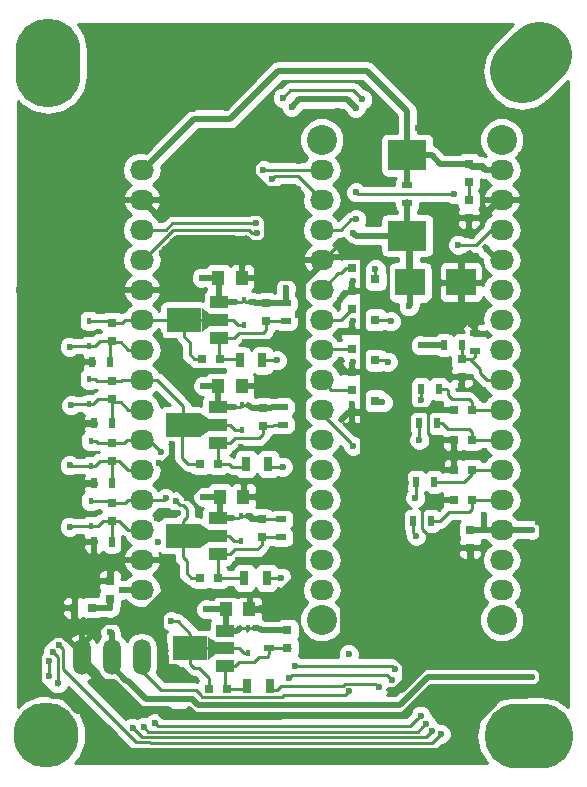
<source format=gbr>
G04 #@! TF.FileFunction,Copper,L1,Top,Signal*
%FSLAX46Y46*%
G04 Gerber Fmt 4.6, Leading zero omitted, Abs format (unit mm)*
G04 Created by KiCad (PCBNEW 4.0.0-rc2-stable) date 9/29/2016 10:51:25 PM*
%MOMM*%
G01*
G04 APERTURE LIST*
%ADD10C,0.100000*%
%ADD11R,0.750000X0.800000*%
%ADD12R,0.800000X0.750000*%
%ADD13R,1.000000X1.250000*%
%ADD14R,3.299460X2.499360*%
%ADD15R,2.499360X2.301240*%
%ADD16R,0.800100X0.800100*%
%ADD17R,0.900000X0.500000*%
%ADD18R,0.700000X1.300000*%
%ADD19R,0.500000X0.900000*%
%ADD20R,1.501140X1.000760*%
%ADD21R,2.999740X1.998980*%
%ADD22O,2.032000X1.727200*%
%ADD23R,0.450000X0.590000*%
%ADD24C,2.540000*%
%ADD25O,1.506220X3.014980*%
%ADD26C,5.500000*%
%ADD27O,7.500000X5.500000*%
%ADD28C,5.500000*%
%ADD29O,5.500000X7.500000*%
%ADD30C,0.600000*%
%ADD31C,0.250000*%
%ADD32C,0.500000*%
%ADD33C,0.254000*%
G04 APERTURE END LIST*
D10*
D11*
X151892000Y-72251000D03*
X151892000Y-70751000D03*
X151892000Y-75299000D03*
X151892000Y-73799000D03*
X134747000Y-84062000D03*
X134747000Y-82562000D03*
D12*
X130798000Y-87249000D03*
X129298000Y-87249000D03*
D11*
X121666000Y-85713000D03*
X121666000Y-84213000D03*
D12*
X150634000Y-99187000D03*
X152134000Y-99187000D03*
D13*
X132699000Y-80391000D03*
X130699000Y-80391000D03*
D11*
X152019000Y-103239000D03*
X152019000Y-101739000D03*
D14*
X146685000Y-76807060D03*
X146685000Y-70004940D03*
D15*
X146949160Y-80772000D03*
X151246840Y-80772000D03*
D16*
X142001240Y-79568000D03*
X142001240Y-81468000D03*
X144000220Y-80518000D03*
D17*
X146685000Y-74029000D03*
X146685000Y-72529000D03*
X136398000Y-82562000D03*
X136398000Y-84062000D03*
D18*
X132527000Y-87376000D03*
X134427000Y-87376000D03*
D19*
X148705000Y-100965000D03*
X147205000Y-100965000D03*
X121527000Y-87503000D03*
X120027000Y-87503000D03*
D20*
X130756660Y-85448140D03*
X130756660Y-83947000D03*
X130756660Y-82445860D03*
D21*
X127805180Y-83947000D03*
D10*
G36*
X129279650Y-82946240D02*
X130028950Y-83446620D01*
X130028950Y-84447380D01*
X129279650Y-84947760D01*
X129279650Y-82946240D01*
X129279650Y-82946240D01*
G37*
D11*
X134493000Y-92952000D03*
X134493000Y-91452000D03*
D12*
X130671000Y-96139000D03*
X129171000Y-96139000D03*
D11*
X134366000Y-102350000D03*
X134366000Y-100850000D03*
D12*
X130671000Y-105791000D03*
X129171000Y-105791000D03*
D13*
X132699000Y-89535000D03*
X130699000Y-89535000D03*
X132826000Y-98933000D03*
X130826000Y-98933000D03*
D11*
X121666000Y-90666000D03*
X121666000Y-89166000D03*
X121666000Y-95873000D03*
X121666000Y-94373000D03*
D12*
X150634000Y-96647000D03*
X152134000Y-96647000D03*
X150634000Y-94107000D03*
X152134000Y-94107000D03*
D11*
X136550400Y-111707360D03*
X136550400Y-110207360D03*
D12*
X131433000Y-115189000D03*
X129933000Y-115189000D03*
D13*
X133334000Y-108458000D03*
X131334000Y-108458000D03*
D11*
X121666000Y-100953000D03*
X121666000Y-99453000D03*
D12*
X150634000Y-91567000D03*
X152134000Y-91567000D03*
D11*
X121539000Y-106057000D03*
X121539000Y-107557000D03*
D22*
X124206000Y-71247000D03*
X124206000Y-73787000D03*
X124206000Y-76327000D03*
X124206000Y-78867000D03*
X124206000Y-81407000D03*
X124206000Y-83947000D03*
X124206000Y-86487000D03*
X124206000Y-89027000D03*
X124206000Y-91567000D03*
X124206000Y-94107000D03*
X124206000Y-96647000D03*
X124206000Y-99187000D03*
X124206000Y-101727000D03*
X124206000Y-104267000D03*
X124206000Y-106807000D03*
D16*
X142001240Y-82997000D03*
X142001240Y-84897000D03*
X144000220Y-83947000D03*
X142001240Y-86426000D03*
X142001240Y-88326000D03*
X144000220Y-87376000D03*
D20*
X130629660Y-94338140D03*
X130629660Y-92837000D03*
X130629660Y-91335860D03*
D21*
X127678180Y-92837000D03*
D10*
G36*
X129152650Y-91836240D02*
X129901950Y-92336620D01*
X129901950Y-93337380D01*
X129152650Y-93837760D01*
X129152650Y-91836240D01*
X129152650Y-91836240D01*
G37*
D20*
X130629660Y-103736140D03*
X130629660Y-102235000D03*
X130629660Y-100733860D03*
D21*
X127678180Y-102235000D03*
D10*
G36*
X129152650Y-101234240D02*
X129901950Y-101734620D01*
X129901950Y-102735380D01*
X129152650Y-103235760D01*
X129152650Y-101234240D01*
X129152650Y-101234240D01*
G37*
D16*
X142001240Y-89855000D03*
X142001240Y-91755000D03*
X144000220Y-90805000D03*
D20*
X131264660Y-113261140D03*
X131264660Y-111760000D03*
X131264660Y-110258860D03*
D21*
X128313180Y-111760000D03*
D10*
G36*
X129787650Y-110759240D02*
X130536950Y-111259620D01*
X130536950Y-112260380D01*
X129787650Y-112760760D01*
X129787650Y-110759240D01*
X129787650Y-110759240D01*
G37*
D18*
X133035000Y-96139000D03*
X134935000Y-96139000D03*
X132908000Y-105791000D03*
X134808000Y-105791000D03*
D17*
X136144000Y-91325000D03*
X136144000Y-92825000D03*
X136017000Y-100850000D03*
X136017000Y-102350000D03*
D19*
X121654000Y-92710000D03*
X120154000Y-92710000D03*
X121654000Y-97790000D03*
X120154000Y-97790000D03*
X148959000Y-97663000D03*
X147459000Y-97663000D03*
X149213000Y-92710000D03*
X147713000Y-92710000D03*
D18*
X133162000Y-114935000D03*
X135062000Y-114935000D03*
D17*
X134995920Y-110242920D03*
X134995920Y-111742920D03*
D19*
X121654000Y-102743000D03*
X120154000Y-102743000D03*
X149340000Y-89789000D03*
X147840000Y-89789000D03*
D12*
X118508080Y-108315760D03*
X120008080Y-108315760D03*
D23*
X132842000Y-82257000D03*
X132842000Y-84367000D03*
X119761000Y-84035000D03*
X119761000Y-86145000D03*
X119761000Y-88988000D03*
X119761000Y-91098000D03*
X119888000Y-94195000D03*
X119888000Y-96305000D03*
X132715000Y-91147000D03*
X132715000Y-93257000D03*
X132588000Y-100545000D03*
X132588000Y-102655000D03*
X119888000Y-99275000D03*
X119888000Y-101385000D03*
X133223000Y-110070000D03*
X133223000Y-112180000D03*
D22*
X139446000Y-71247000D03*
X139446000Y-73787000D03*
X139446000Y-76327000D03*
X139446000Y-78867000D03*
X139446000Y-81407000D03*
X139446000Y-83947000D03*
X139446000Y-86487000D03*
X139446000Y-89027000D03*
X139446000Y-91567000D03*
X139446000Y-94107000D03*
X139446000Y-96647000D03*
X139446000Y-99187000D03*
X139446000Y-101727000D03*
X139446000Y-104267000D03*
X139446000Y-106807000D03*
X154686000Y-71247000D03*
X154686000Y-73787000D03*
X154686000Y-76327000D03*
X154686000Y-78867000D03*
X154686000Y-81407000D03*
X154686000Y-83947000D03*
X154686000Y-86487000D03*
X154686000Y-89027000D03*
X154686000Y-91567000D03*
X154686000Y-94107000D03*
X154686000Y-96647000D03*
X154686000Y-99187000D03*
X154686000Y-101727000D03*
X154686000Y-104267000D03*
X154686000Y-106807000D03*
D24*
X139446000Y-68707000D03*
X139446000Y-109347000D03*
X154686000Y-109347000D03*
X154686000Y-68707000D03*
D25*
X119126000Y-112522000D03*
X121666000Y-112522000D03*
X124206000Y-112522000D03*
D26*
X157861987Y-61406053D02*
X156447773Y-62820267D01*
D27*
X156966920Y-119161560D03*
D28*
X116144040Y-119100600D03*
D29*
X116276120Y-62174120D03*
D11*
X151302720Y-88761000D03*
X151302720Y-87261000D03*
D19*
X151311040Y-86070440D03*
X149811040Y-86070440D03*
D17*
X152400000Y-85102000D03*
X152400000Y-86602000D03*
D30*
X142367000Y-75438001D03*
X142367000Y-73152000D03*
X151003000Y-77597000D03*
X150622000Y-73279000D03*
X153416000Y-77977982D03*
X121539000Y-108331000D03*
X157226000Y-114173000D03*
X157226000Y-101727000D03*
X121539000Y-110363000D03*
X122555000Y-106807000D03*
X153162000Y-100457000D03*
X152057990Y-84328000D03*
X152057990Y-88747525D03*
X151277320Y-89565480D03*
X150427720Y-88761000D03*
X158330010Y-110617000D03*
X155757193Y-115818121D03*
X153894593Y-116529446D03*
X151802922Y-118658640D03*
X149580600Y-120437034D03*
X146898360Y-120487035D03*
X144139920Y-120487035D03*
X141112240Y-120487035D03*
X138247120Y-120487035D03*
X134726680Y-120487035D03*
X131226560Y-120487035D03*
X127650240Y-120487035D03*
X123246274Y-120437034D03*
X121686320Y-118877080D03*
X119842280Y-117033040D03*
X115486102Y-114019960D03*
X120406160Y-114325400D03*
X128270000Y-90170000D03*
X127127000Y-86233000D03*
X128270000Y-81661000D03*
X131191000Y-88265000D03*
X132969000Y-85852000D03*
X132334000Y-104267000D03*
X132588000Y-94705010D03*
X130937000Y-97409000D03*
X131699000Y-107061000D03*
X127635000Y-113554480D03*
X126213308Y-111956731D03*
X138049000Y-111887000D03*
X140462000Y-111760000D03*
X144907000Y-117432967D03*
X142367000Y-117432967D03*
X140335000Y-117432967D03*
X137541000Y-117432967D03*
X134239000Y-117602000D03*
X129794000Y-117602000D03*
X127127000Y-117602000D03*
X146772075Y-117054075D03*
X149987000Y-115189000D03*
X153289000Y-115316000D03*
X146685000Y-89027000D03*
X146558000Y-92456000D03*
X146685000Y-95123000D03*
X146608998Y-97790000D03*
X146812000Y-103124000D03*
X145585264Y-115570000D03*
X146812000Y-113919000D03*
X158369000Y-103124000D03*
X158369000Y-108966000D03*
X158369000Y-106172000D03*
X158623000Y-111633000D03*
X158242000Y-115062000D03*
X157099000Y-68707000D03*
X154686000Y-66421000D03*
X152400000Y-68199000D03*
X150114000Y-69342000D03*
X147574000Y-67691000D03*
X147066000Y-65151000D03*
X143510000Y-61849000D03*
X139827000Y-61849000D03*
X135636000Y-61849000D03*
X133731000Y-63627000D03*
X131421235Y-66004670D03*
X128511260Y-66090555D03*
X123825000Y-68834000D03*
X122174000Y-72517000D03*
X122301000Y-74803000D03*
X122428000Y-77597000D03*
X141224000Y-74803000D03*
X141478000Y-70231000D03*
X140797001Y-66248001D03*
X138049000Y-66548000D03*
X156464000Y-110871000D03*
X152781000Y-110998000D03*
X156210000Y-108077000D03*
X152908000Y-108077000D03*
X152908000Y-105537000D03*
X156083000Y-105410000D03*
X155956000Y-103124000D03*
X156337000Y-100330000D03*
X156337000Y-97917000D03*
X156210000Y-95250000D03*
X156210000Y-92964000D03*
X156210000Y-90297000D03*
X156210000Y-87757000D03*
X156210000Y-85090000D03*
X156252010Y-82507990D03*
X156337000Y-80137000D03*
X156337000Y-80137000D03*
X156337000Y-77470000D03*
X156337000Y-77470000D03*
X156337000Y-69977000D03*
X149606000Y-95758000D03*
X140970000Y-82296000D03*
X113792000Y-81407000D03*
X125791585Y-87757000D03*
X140970000Y-95377000D03*
X140843000Y-98044000D03*
X140843000Y-100584000D03*
X140970000Y-102997000D03*
X140970000Y-105410000D03*
X140970000Y-107950000D03*
X137922000Y-107950000D03*
X137922000Y-105664000D03*
X137922000Y-102997000D03*
X137922000Y-100584000D03*
X138012010Y-97917000D03*
X137541000Y-95250000D03*
X137541000Y-92964000D03*
X137541000Y-89154000D03*
X137415019Y-86854983D03*
X137415019Y-83566000D03*
X118999000Y-105283000D03*
X125730000Y-104267000D03*
X125476000Y-100711000D03*
X127307021Y-100329569D03*
X128057279Y-99001372D03*
X125578308Y-102743000D03*
X125766990Y-105537000D03*
X122555000Y-109855000D03*
X125857000Y-98044000D03*
X125713480Y-96093906D03*
X126761262Y-94449845D03*
X125857000Y-90805000D03*
X125857000Y-90805000D03*
X125791585Y-85256471D03*
X125791585Y-85256471D03*
X125730000Y-81407000D03*
X137415019Y-75368764D03*
X134117994Y-77471120D03*
X133016777Y-77062365D03*
X131191000Y-77052010D03*
X129540000Y-77052010D03*
X128143000Y-77052010D03*
X126872364Y-77378356D03*
X128016000Y-74938139D03*
X129540000Y-74938139D03*
X131191000Y-74938139D03*
X133767990Y-73279000D03*
X133767990Y-71835276D03*
X137415019Y-72898000D03*
X137541000Y-70521990D03*
X134783990Y-70160766D03*
X134838811Y-76865603D03*
X133223000Y-74938139D03*
X126118153Y-75421528D03*
X125937859Y-78312859D03*
X157788227Y-101024216D03*
X156375990Y-113284000D03*
X149823010Y-113322990D03*
X156337000Y-73787000D03*
X142113000Y-80645000D03*
X142113000Y-84074000D03*
X142113000Y-87503000D03*
X141986000Y-91059000D03*
X152019000Y-104013000D03*
X152908000Y-103251000D03*
X149987000Y-99187000D03*
X149869009Y-94107000D03*
X150634000Y-95377000D03*
X122428000Y-81407000D03*
X151638000Y-83566000D03*
X149352000Y-91186000D03*
X153162000Y-75057000D03*
X119126000Y-92710000D03*
X134366000Y-89535000D03*
X121539000Y-104267000D03*
X121539000Y-105029000D03*
X119126000Y-109982000D03*
X120650000Y-106045000D03*
X118999000Y-102743000D03*
X119126000Y-97790000D03*
X134366000Y-98933000D03*
X134366000Y-108331000D03*
X118999000Y-87503000D03*
X119126000Y-81407000D03*
X125730000Y-74930000D03*
X152019000Y-78359000D03*
X152146000Y-76835000D03*
X141097000Y-77343000D03*
X140970000Y-87757000D03*
X140970000Y-85090000D03*
X137668000Y-78867000D03*
X137541000Y-80391000D03*
X134239000Y-80391000D03*
X126873000Y-78613000D03*
X134239000Y-78613000D03*
X147828000Y-86106000D03*
X146812000Y-82804000D03*
X136906000Y-65912998D03*
X142312767Y-65980791D03*
X136398000Y-81280000D03*
X142113000Y-76581000D03*
X129286000Y-80391000D03*
X129413000Y-89535000D03*
X129413000Y-98933000D03*
X129667000Y-108458000D03*
X147828000Y-117475000D03*
X147447000Y-102235000D03*
X118110004Y-86233000D03*
X125349000Y-118110004D03*
X136144000Y-65151000D03*
X142875000Y-65278000D03*
X144000220Y-79646780D03*
X135636000Y-87376000D03*
X127127000Y-99314000D03*
X125857000Y-95123000D03*
X148281958Y-118133742D03*
X118236998Y-91186000D03*
X124361238Y-118432794D03*
X116377720Y-114142520D03*
X116392956Y-112842044D03*
X147374984Y-99005988D03*
X117088920Y-114721640D03*
X148777924Y-118761466D03*
X118110000Y-96266000D03*
X116665441Y-112089867D03*
X123443998Y-118491000D03*
X147701000Y-94107000D03*
X126707020Y-109474000D03*
X126238000Y-99060000D03*
X149534784Y-119020662D03*
X118110004Y-101473000D03*
X117177622Y-111475303D03*
X147828000Y-90716990D03*
X145669000Y-113538002D03*
X136144000Y-96393000D03*
X137160000Y-113284000D03*
X145288000Y-84074000D03*
X145043980Y-87503000D03*
X145362435Y-114403943D03*
X136026980Y-105791000D03*
X136652000Y-114300000D03*
X144593969Y-90932000D03*
X144272000Y-115062000D03*
X142113002Y-94615000D03*
X141732000Y-115372958D03*
X141732000Y-112268000D03*
X133878269Y-75788140D03*
X134493000Y-71247000D03*
X133984994Y-76581000D03*
X135255000Y-72009000D03*
D31*
X141942736Y-75438001D02*
X142367000Y-75438001D01*
X141053737Y-76327000D02*
X141942736Y-75438001D01*
X139446000Y-76327000D02*
X141053737Y-76327000D01*
X150622000Y-73279000D02*
X142494000Y-73279000D01*
X142494000Y-73279000D02*
X142367000Y-73152000D01*
X152527000Y-77597000D02*
X153797000Y-76327000D01*
X151003000Y-77597000D02*
X152527000Y-77597000D01*
X153797000Y-76327000D02*
X154686000Y-76327000D01*
D32*
X124206000Y-71247000D02*
X124333000Y-71247000D01*
X124333000Y-71247000D02*
X128651000Y-66929000D01*
X128651000Y-66929000D02*
X131699000Y-66929000D01*
X131699000Y-66929000D02*
X135763000Y-62865000D01*
X135763000Y-62865000D02*
X143256000Y-62865000D01*
X143256000Y-62865000D02*
X146685000Y-66294000D01*
X146685000Y-66294000D02*
X146685000Y-70004940D01*
X146685000Y-72529000D02*
X146685000Y-70004940D01*
X151892000Y-70751000D02*
X149491000Y-70751000D01*
X149491000Y-70751000D02*
X148744940Y-70004940D01*
X148744940Y-70004940D02*
X146685000Y-70004940D01*
X154686000Y-71247000D02*
X153289000Y-71247000D01*
X153047000Y-71005000D02*
X152146000Y-71005000D01*
X153289000Y-71247000D02*
X153047000Y-71005000D01*
X152146000Y-71005000D02*
X151892000Y-70751000D01*
D31*
X146685000Y-70004940D02*
X148744940Y-70004940D01*
X148744940Y-70004940D02*
X149491000Y-70751000D01*
X154686000Y-71247000D02*
X153543000Y-71247000D01*
X153543000Y-71247000D02*
X153047000Y-70751000D01*
X153047000Y-70751000D02*
X151892000Y-70751000D01*
D32*
X120008080Y-108315760D02*
X121523760Y-108315760D01*
X121523760Y-108315760D02*
X121539000Y-108331000D01*
X132272401Y-116585012D02*
X132251401Y-116564012D01*
X157226000Y-114173000D02*
X148451056Y-114173000D01*
X132251401Y-116564012D02*
X128993401Y-116564012D01*
X128532988Y-116078000D02*
X124575002Y-116078000D01*
X148451056Y-114173000D02*
X146041099Y-116582957D01*
X124575002Y-116078000D02*
X123026492Y-114529490D01*
X146041099Y-116582957D02*
X136334654Y-116582957D01*
X136334654Y-116582957D02*
X136332599Y-116585012D01*
X123026492Y-114529490D02*
X122919110Y-114529490D01*
X136332599Y-116585012D02*
X132272401Y-116585012D01*
X128993401Y-116564012D02*
X128532988Y-116103599D01*
X128532988Y-116103599D02*
X128532988Y-116078000D01*
X122919110Y-114529490D02*
X121666000Y-113276380D01*
X121666000Y-113276380D02*
X121666000Y-112522000D01*
D31*
X153415982Y-77977982D02*
X153416000Y-77977982D01*
X153289000Y-77851000D02*
X153415982Y-77977982D01*
X153258298Y-77820298D02*
X153289000Y-77851000D01*
D32*
X121539000Y-107557000D02*
X121539000Y-108331000D01*
X154686000Y-101727000D02*
X157226000Y-101727000D01*
X124206000Y-106807000D02*
X122555000Y-106807000D01*
X121666000Y-112522000D02*
X121666000Y-110490000D01*
X121666000Y-110490000D02*
X121539000Y-110363000D01*
X154686000Y-101727000D02*
X156202000Y-101727000D01*
X153162000Y-100457000D02*
X153162000Y-101600000D01*
X153162000Y-101600000D02*
X153035000Y-101727000D01*
X154686000Y-101727000D02*
X153035000Y-101727000D01*
X153035000Y-101727000D02*
X152031000Y-101727000D01*
X152031000Y-101727000D02*
X152019000Y-101739000D01*
X154686000Y-101727000D02*
X154432000Y-101727000D01*
X154686000Y-101727000D02*
X156210000Y-101727000D01*
X154686000Y-78867000D02*
X154305000Y-78867000D01*
X154305000Y-78867000D02*
X153258298Y-77820298D01*
D31*
X154305000Y-78867000D02*
X153258298Y-77820298D01*
X152031000Y-101727000D02*
X152019000Y-101739000D01*
X152031000Y-101727000D02*
X152019000Y-101739000D01*
X151892000Y-72251000D02*
X151892000Y-73799000D01*
D32*
X151638000Y-83566000D02*
X151638000Y-83908010D01*
X151638000Y-83908010D02*
X152057990Y-84328000D01*
X152400000Y-85102000D02*
X152400000Y-84670010D01*
X152400000Y-84670010D02*
X152057990Y-84328000D01*
X152057990Y-88747525D02*
X151316195Y-88747525D01*
X151316195Y-88747525D02*
X151302720Y-88761000D01*
X151302720Y-88761000D02*
X151302720Y-89540080D01*
X151302720Y-89540080D02*
X151277320Y-89565480D01*
X151302720Y-88761000D02*
X150728680Y-88761000D01*
X150728680Y-88761000D02*
X150427720Y-88761000D01*
X150134920Y-88468200D02*
X147243800Y-88468200D01*
X147243800Y-88468200D02*
X146685000Y-89027000D01*
X150427720Y-88761000D02*
X150134920Y-88468200D01*
X118744960Y-117033040D02*
X117547722Y-115835802D01*
X119842280Y-117033040D02*
X118744960Y-117033040D01*
X115486102Y-114444224D02*
X115486102Y-114019960D01*
X117547722Y-115835802D02*
X116645358Y-115835802D01*
X115486102Y-114676546D02*
X115486102Y-114444224D01*
X116645358Y-115835802D02*
X115486102Y-114676546D01*
X158076001Y-110617000D02*
X158076001Y-101311990D01*
X158076001Y-112433999D02*
X158076001Y-110617000D01*
X158076001Y-110617000D02*
X158330010Y-110617000D01*
X155757880Y-115829080D02*
X154632482Y-115829080D01*
X156827922Y-115829080D02*
X155757880Y-115829080D01*
X155757880Y-115829080D02*
X155757880Y-115818808D01*
X155757880Y-115818808D02*
X155757193Y-115818121D01*
X153911122Y-116550440D02*
X151802922Y-118658640D01*
X154632482Y-115829080D02*
X153911122Y-116550440D01*
X153911122Y-116550440D02*
X153911122Y-116545975D01*
X153911122Y-116545975D02*
X153894593Y-116529446D01*
X151802922Y-118658640D02*
X150024528Y-120437034D01*
X149580600Y-120437034D02*
X146898360Y-120437034D01*
X150024528Y-120437034D02*
X149580600Y-120437034D01*
X146898360Y-120437034D02*
X144139920Y-120437034D01*
X146898360Y-120437034D02*
X146898360Y-120487035D01*
X144139920Y-120437034D02*
X141112240Y-120437034D01*
X144139920Y-120437034D02*
X144139920Y-120487035D01*
X141112240Y-120437034D02*
X138247120Y-120437034D01*
X141112240Y-120437034D02*
X141112240Y-120487035D01*
X138247120Y-120437034D02*
X134726680Y-120437034D01*
X138247120Y-120437034D02*
X138247120Y-120487035D01*
X134726680Y-120437034D02*
X131226560Y-120437034D01*
X134726680Y-120437034D02*
X134726680Y-120487035D01*
X131226560Y-120437034D02*
X127650240Y-120437034D01*
X131226560Y-120437034D02*
X131226560Y-120487035D01*
X127650240Y-120437034D02*
X123246274Y-120437034D01*
X127650240Y-120437034D02*
X127650240Y-120487035D01*
X121686320Y-118877080D02*
X119842280Y-117033040D01*
X123246274Y-120437034D02*
X121686320Y-118877080D01*
X115527719Y-114025680D02*
X115491822Y-114025680D01*
X115491822Y-114025680D02*
X115486102Y-114019960D01*
X158076001Y-114581001D02*
X156827922Y-115829080D01*
X115527719Y-114025680D02*
X115542955Y-111851968D01*
X115542955Y-111851968D02*
X116769621Y-110625302D01*
X116769621Y-110625302D02*
X117585623Y-110625302D01*
X117585623Y-110625302D02*
X119369009Y-112408688D01*
X119126000Y-112522000D02*
X119126000Y-113045240D01*
X119126000Y-113045240D02*
X120406160Y-114325400D01*
X119126000Y-112522000D02*
X120519561Y-113915561D01*
X120519561Y-113915561D02*
X120519561Y-114074879D01*
X120519561Y-114074879D02*
X121024182Y-114579500D01*
X124136246Y-116878010D02*
X121837736Y-114579500D01*
X121837736Y-114579500D02*
X121024182Y-114579500D01*
X127127000Y-117602000D02*
X126403010Y-116878010D01*
X126403010Y-116878010D02*
X124136246Y-116878010D01*
X118508080Y-108315760D02*
X118508080Y-109364080D01*
X118508080Y-109364080D02*
X119126000Y-109982000D01*
X125791585Y-87757000D02*
X125857000Y-87757000D01*
X125857000Y-87757000D02*
X128270000Y-90170000D01*
X125730000Y-81407000D02*
X128016000Y-81407000D01*
X128016000Y-81407000D02*
X128270000Y-81661000D01*
X125791585Y-87757000D02*
X126299585Y-88265000D01*
X126299585Y-88265000D02*
X131191000Y-88265000D01*
X137415019Y-86854983D02*
X136412036Y-85852000D01*
X136412036Y-85852000D02*
X132969000Y-85852000D01*
X137922000Y-102997000D02*
X136652000Y-104267000D01*
X136652000Y-104267000D02*
X132334000Y-104267000D01*
X125857000Y-111600423D02*
X125857000Y-108596998D01*
X125857000Y-108596998D02*
X127170999Y-107282999D01*
X126213308Y-111956731D02*
X125857000Y-111600423D01*
X127170999Y-107282999D02*
X135830001Y-107282999D01*
X121130999Y-109512999D02*
X124244999Y-109512999D01*
X124244999Y-109512999D02*
X125984000Y-111252000D01*
X125984000Y-111252000D02*
X125984000Y-112141000D01*
X125984000Y-112141000D02*
X126263309Y-112420309D01*
X126263309Y-112420309D02*
X126263309Y-113199491D01*
X126263309Y-113199491D02*
X126373309Y-113309491D01*
X126373309Y-113309491D02*
X127152491Y-113309491D01*
X127152491Y-113309491D02*
X127447480Y-113604480D01*
X127447480Y-113604480D02*
X127585000Y-113604480D01*
X127585000Y-113604480D02*
X127635000Y-113554480D01*
X122555000Y-109855000D02*
X122854999Y-110154999D01*
X122854999Y-110154999D02*
X125013999Y-110154999D01*
X125013999Y-110154999D02*
X126213308Y-111354308D01*
X126213308Y-111354308D02*
X126213308Y-111956731D01*
X128057279Y-99001372D02*
X129649651Y-97409000D01*
X129649651Y-97409000D02*
X130937000Y-97409000D01*
X127290990Y-107061000D02*
X131699000Y-107061000D01*
X125766990Y-105537000D02*
X127290990Y-107061000D01*
X148169673Y-113322999D02*
X157634001Y-113322999D01*
X145122001Y-115253944D02*
X146238728Y-115253944D01*
X146238728Y-115253944D02*
X148169673Y-113322999D01*
X158076001Y-114581001D02*
X157634001Y-115023001D01*
X157634001Y-115023001D02*
X148732439Y-115023001D01*
X148732439Y-115023001D02*
X146370418Y-117385022D01*
X146370418Y-117385022D02*
X128683027Y-117385022D01*
X128683027Y-117385022D02*
X128176015Y-116878010D01*
X120017000Y-110626998D02*
X121130999Y-109512999D01*
X142963003Y-78739661D02*
X142963003Y-109574003D01*
X142963003Y-109574003D02*
X146519001Y-113130001D01*
X146519001Y-113130001D02*
X146519001Y-114505379D01*
X146519001Y-114505379D02*
X145770436Y-115253944D01*
X145770436Y-115253944D02*
X145122001Y-115253944D01*
X126238000Y-111956731D02*
X126213308Y-111956731D01*
X140462000Y-111760000D02*
X138176000Y-111760000D01*
X138176000Y-111760000D02*
X138049000Y-111887000D01*
X140970000Y-107950000D02*
X141269999Y-108249999D01*
X141269999Y-110952001D02*
X140462000Y-111760000D01*
X141269999Y-108249999D02*
X141269999Y-110952001D01*
X144907000Y-117382967D02*
X142367000Y-117382967D01*
X146443183Y-117382967D02*
X144907000Y-117382967D01*
X144907000Y-117382967D02*
X144907000Y-117432967D01*
X142367000Y-117382967D02*
X140335000Y-117382967D01*
X142367000Y-117382967D02*
X142367000Y-117432967D01*
X140335000Y-117382967D02*
X137541000Y-117382967D01*
X140335000Y-117382967D02*
X140335000Y-117432967D01*
X137541000Y-117432967D02*
X136666028Y-117382967D01*
X137541000Y-117382967D02*
X137541000Y-117432967D01*
X134239000Y-117602000D02*
X136017000Y-117602000D01*
X129794000Y-117602000D02*
X134239000Y-117602000D01*
X127127000Y-117602000D02*
X129794000Y-117602000D01*
X126098998Y-117602000D02*
X127127000Y-117602000D01*
X140083505Y-78617949D02*
X142841291Y-78617949D01*
X119519000Y-111124998D02*
X121130999Y-109512999D01*
X142963003Y-78739661D02*
X142963003Y-108216311D01*
X121130999Y-109512999D02*
X123677748Y-109512999D01*
X137879990Y-105233010D02*
X137879990Y-80821464D01*
X123677748Y-109512999D02*
X125907748Y-107282999D01*
X157634001Y-113322999D02*
X158076001Y-113764999D01*
X158076001Y-113764999D02*
X158076001Y-114581001D01*
X125907748Y-107282999D02*
X135830001Y-107282999D01*
X148069691Y-113322999D02*
X157634001Y-113322999D01*
X135830001Y-107282999D02*
X137879990Y-105233010D01*
X137879990Y-80821464D02*
X140083505Y-78617949D01*
X136017000Y-117602000D02*
X136233978Y-117385022D01*
X142841291Y-78617949D02*
X142963003Y-78739661D01*
X142963003Y-108216311D02*
X148069691Y-113322999D01*
X125757001Y-117260003D02*
X126098998Y-117602000D01*
X137538945Y-117385022D02*
X137541000Y-117382967D01*
X136233978Y-117385022D02*
X137538945Y-117385022D01*
X146772075Y-117054075D02*
X146443183Y-117382967D01*
X149987000Y-115189000D02*
X148637150Y-115189000D01*
X148637150Y-115189000D02*
X146772075Y-117054075D01*
X158242000Y-115062000D02*
X153543000Y-115062000D01*
X153543000Y-115062000D02*
X153289000Y-115316000D01*
D31*
X148705000Y-103239000D02*
X148705000Y-102419998D01*
X148705000Y-102419998D02*
X147955000Y-101669998D01*
X147955000Y-101669998D02*
X147955000Y-99949000D01*
X147955000Y-99949000D02*
X148717000Y-99187000D01*
D32*
X147111999Y-113619001D02*
X146812000Y-113919000D01*
X149823010Y-113322990D02*
X147408010Y-113322990D01*
X147408010Y-113322990D02*
X147111999Y-113619001D01*
X157099000Y-68707000D02*
X157099000Y-69215000D01*
X157099000Y-69215000D02*
X156337000Y-69977000D01*
X154178000Y-66421000D02*
X154686000Y-66421000D01*
X152400000Y-68199000D02*
X154178000Y-66421000D01*
X148762999Y-67990999D02*
X150114000Y-69342000D01*
X147574000Y-67691000D02*
X147873999Y-67990999D01*
X147873999Y-67990999D02*
X148762999Y-67990999D01*
X143891000Y-61976000D02*
X147066000Y-65151000D01*
X143510000Y-61849000D02*
X143637000Y-61976000D01*
X143637000Y-61976000D02*
X143891000Y-61976000D01*
X135636000Y-61849000D02*
X139827000Y-61849000D01*
X131421235Y-66004670D02*
X131421235Y-65936765D01*
X131421235Y-65936765D02*
X133731000Y-63627000D01*
X123825000Y-68834000D02*
X126530010Y-66128990D01*
X126530010Y-66128990D02*
X128472825Y-66128990D01*
X128472825Y-66128990D02*
X128511260Y-66090555D01*
X122301000Y-74803000D02*
X122301000Y-72644000D01*
X122301000Y-72644000D02*
X122174000Y-72517000D01*
X122428000Y-81407000D02*
X122428000Y-77597000D01*
X149606000Y-96647000D02*
X149606000Y-95758000D01*
X150634000Y-96647000D02*
X149606000Y-96647000D01*
D31*
X140970000Y-81871736D02*
X140970000Y-82296000D01*
X140970000Y-81849190D02*
X140970000Y-81871736D01*
X141925000Y-81468000D02*
X141798000Y-81468000D01*
X142001240Y-81468000D02*
X141351190Y-81468000D01*
X141269999Y-81996001D02*
X140970000Y-82296000D01*
X141798000Y-81468000D02*
X141269999Y-81996001D01*
X141351190Y-81468000D02*
X140970000Y-81849190D01*
D32*
X142001240Y-91755000D02*
X141798000Y-91755000D01*
X141798000Y-91755000D02*
X141101666Y-92451334D01*
X137541000Y-89154000D02*
X137840999Y-89453999D01*
X120650000Y-106045000D02*
X121527000Y-106045000D01*
X121527000Y-106045000D02*
X121539000Y-106057000D01*
X121539000Y-106057000D02*
X121539000Y-105029000D01*
X124206000Y-104267000D02*
X121539000Y-104267000D01*
X124206000Y-104267000D02*
X125730000Y-104267000D01*
X125857431Y-100329569D02*
X125775999Y-100411001D01*
X125775999Y-100411001D02*
X125476000Y-100711000D01*
X127307021Y-100329569D02*
X125857431Y-100329569D01*
X125857000Y-98044000D02*
X127099907Y-98044000D01*
X127099907Y-98044000D02*
X127757280Y-98701373D01*
X127757280Y-98701373D02*
X128057279Y-99001372D01*
X122255001Y-109555001D02*
X122174000Y-109474000D01*
X122174000Y-109474000D02*
X119634000Y-109474000D01*
X119425999Y-109682001D02*
X119126000Y-109982000D01*
X119634000Y-109474000D02*
X119425999Y-109682001D01*
X122081001Y-109555001D02*
X122255001Y-109555001D01*
X122555000Y-109855000D02*
X122255001Y-109555001D01*
X125972002Y-96266000D02*
X125885574Y-96266000D01*
X125885574Y-96266000D02*
X125713480Y-96093906D01*
X126761262Y-94449845D02*
X126761262Y-95476740D01*
X126761262Y-95476740D02*
X125972002Y-96266000D01*
X124206000Y-81407000D02*
X125730000Y-81407000D01*
X135138810Y-76443190D02*
X136213236Y-75368764D01*
X136213236Y-75368764D02*
X137415019Y-75368764D01*
X134838811Y-76865603D02*
X135138810Y-76565604D01*
X135138810Y-76565604D02*
X135138810Y-76443190D01*
X134112000Y-77431001D02*
X134392995Y-77431001D01*
X133456123Y-77431001D02*
X134112000Y-77431001D01*
X134112000Y-77431001D02*
X134112000Y-77465126D01*
X134112000Y-77465126D02*
X134117994Y-77471120D01*
X131191000Y-77002010D02*
X133016777Y-77062365D01*
X133027132Y-77002010D02*
X133027132Y-77052010D01*
X133027132Y-77052010D02*
X133016777Y-77062365D01*
X129540000Y-77002010D02*
X131191000Y-77002010D01*
X131191000Y-77002010D02*
X131191000Y-77052010D01*
X128143000Y-77002010D02*
X129540000Y-77002010D01*
X129540000Y-77002010D02*
X129540000Y-77052010D01*
X127177998Y-77002010D02*
X128143000Y-77002010D01*
X128143000Y-77002010D02*
X128143000Y-77052010D01*
X126837008Y-77343000D02*
X127177998Y-77002010D01*
X126111000Y-78069008D02*
X126837008Y-77343000D01*
X126837008Y-77343000D02*
X126872364Y-77378356D01*
X125937859Y-78312859D02*
X126111000Y-78139718D01*
X126111000Y-78139718D02*
X126111000Y-78069008D01*
X133027132Y-77002010D02*
X133456123Y-77431001D01*
X134392995Y-77431001D02*
X134834995Y-76989001D01*
X134834995Y-76989001D02*
X134834995Y-75486864D01*
X134834995Y-75486864D02*
X134286270Y-74938139D01*
X134286270Y-74938139D02*
X133477000Y-74938139D01*
X128016000Y-74938139D02*
X126601542Y-74938139D01*
X129540000Y-74938139D02*
X128016000Y-74938139D01*
X131191000Y-74938139D02*
X129540000Y-74938139D01*
X133477000Y-74938139D02*
X131191000Y-74938139D01*
X137415019Y-72898000D02*
X137376020Y-72859001D01*
X137376020Y-72859001D02*
X134846999Y-72859001D01*
X134846999Y-72859001D02*
X133642999Y-71655001D01*
X133642999Y-71655001D02*
X133642999Y-70838999D01*
X133642999Y-70838999D02*
X134321232Y-70160766D01*
X134321232Y-70160766D02*
X134359726Y-70160766D01*
X134359726Y-70160766D02*
X134783990Y-70160766D01*
X134783990Y-70160766D02*
X137179776Y-70160766D01*
X137179776Y-70160766D02*
X137541000Y-70521990D01*
X133477000Y-74938139D02*
X133223000Y-74938139D01*
X126601542Y-74938139D02*
X126118153Y-75421528D01*
X157226000Y-113284000D02*
X158076001Y-112433999D01*
X158076001Y-101311990D02*
X157788227Y-101024216D01*
X156375990Y-113284000D02*
X157226000Y-113284000D01*
X119126000Y-112522000D02*
X119126000Y-113411000D01*
X132699000Y-80391000D02*
X134239000Y-80391000D01*
X137541000Y-80391000D02*
X134239000Y-80391000D01*
X142001240Y-81468000D02*
X142001240Y-80756760D01*
X142001240Y-80756760D02*
X142113000Y-80645000D01*
X142001240Y-84897000D02*
X142001240Y-84185760D01*
X142001240Y-84185760D02*
X142113000Y-84074000D01*
X142001240Y-88326000D02*
X142001240Y-87614760D01*
X142001240Y-87614760D02*
X142113000Y-87503000D01*
X142001240Y-91755000D02*
X142001240Y-91074240D01*
X142001240Y-91074240D02*
X141986000Y-91059000D01*
X152019000Y-104013000D02*
X152019000Y-103239000D01*
X152019000Y-103239000D02*
X152896000Y-103239000D01*
X152896000Y-103239000D02*
X152908000Y-103251000D01*
X149987000Y-99187000D02*
X148717000Y-99187000D01*
X150634000Y-99187000D02*
X149987000Y-99187000D01*
D31*
X149869009Y-94107000D02*
X148971000Y-94107000D01*
D32*
X150634000Y-94107000D02*
X149869009Y-94107000D01*
X150634000Y-95377000D02*
X150634000Y-96647000D01*
X150634000Y-94107000D02*
X150634000Y-95377000D01*
X132826000Y-98933000D02*
X134366000Y-98933000D01*
X125730000Y-74930000D02*
X125349000Y-74930000D01*
X125349000Y-74930000D02*
X124206000Y-73787000D01*
X134239000Y-78613000D02*
X126873000Y-78613000D01*
X133334000Y-108458000D02*
X134239000Y-108458000D01*
X134239000Y-108458000D02*
X134366000Y-108331000D01*
X132699000Y-89535000D02*
X134366000Y-89535000D01*
X124206000Y-81407000D02*
X122428000Y-81407000D01*
X120154000Y-92710000D02*
X119126000Y-92710000D01*
X120154000Y-97790000D02*
X119126000Y-97790000D01*
X120154000Y-102743000D02*
X118999000Y-102743000D01*
X119126000Y-112522000D02*
X119126000Y-109982000D01*
X152019000Y-103239000D02*
X148705000Y-103239000D01*
X142001240Y-84897000D02*
X141163000Y-84897000D01*
X141163000Y-84897000D02*
X140970000Y-85090000D01*
X142001240Y-88326000D02*
X141539000Y-88326000D01*
X141539000Y-88326000D02*
X140970000Y-87757000D01*
X142001240Y-91755000D02*
X142809000Y-91755000D01*
X146685000Y-91567000D02*
X148717000Y-91567000D01*
X146177000Y-92075000D02*
X146685000Y-91567000D01*
X143129000Y-92075000D02*
X146177000Y-92075000D01*
X142809000Y-91755000D02*
X143129000Y-92075000D01*
X150634000Y-91567000D02*
X148717000Y-91567000D01*
X150634000Y-91567000D02*
X149733000Y-91567000D01*
X149733000Y-91567000D02*
X149352000Y-91186000D01*
X151892000Y-75299000D02*
X151892000Y-76581000D01*
X151892000Y-76581000D02*
X152146000Y-76835000D01*
X151246840Y-80772000D02*
X151246840Y-79044162D01*
X152019000Y-78272002D02*
X152019000Y-78359000D01*
X151246840Y-79044162D02*
X152019000Y-78272002D01*
X151246840Y-80772000D02*
X151246840Y-83174840D01*
X151246840Y-83174840D02*
X151638000Y-83566000D01*
X154686000Y-73787000D02*
X154432000Y-73787000D01*
X154432000Y-73787000D02*
X153162000Y-75057000D01*
X151892000Y-75299000D02*
X153047000Y-75299000D01*
X153047000Y-75299000D02*
X153416000Y-74930000D01*
X154686000Y-73787000D02*
X154559000Y-73787000D01*
X154559000Y-73787000D02*
X153416000Y-74930000D01*
D31*
X120027000Y-87503000D02*
X118999000Y-87503000D01*
X154559000Y-73787000D02*
X153416000Y-74930000D01*
X149352000Y-91186000D02*
X149352000Y-91567000D01*
X151246840Y-83174840D02*
X151638000Y-83566000D01*
X152146000Y-76835000D02*
X151892000Y-76581000D01*
X141097000Y-77343000D02*
X139573000Y-78867000D01*
X139573000Y-78867000D02*
X139446000Y-78867000D01*
X141539000Y-88326000D02*
X140970000Y-87757000D01*
X140970000Y-85090000D02*
X141163000Y-84897000D01*
X139446000Y-78867000D02*
X137668000Y-78867000D01*
X148590000Y-91694000D02*
X148717000Y-91567000D01*
X148971000Y-94107000D02*
X148463000Y-93599000D01*
X148463000Y-93599000D02*
X148463000Y-91821000D01*
X148463000Y-91821000D02*
X148590000Y-91694000D01*
X148717000Y-91567000D02*
X149352000Y-91567000D01*
X149352000Y-91567000D02*
X150634000Y-91567000D01*
X130798000Y-87249000D02*
X132400000Y-87249000D01*
X132400000Y-87249000D02*
X132527000Y-87376000D01*
X130756660Y-85448140D02*
X130756660Y-87207660D01*
X130756660Y-87207660D02*
X130798000Y-87249000D01*
X130756660Y-85448140D02*
X132057140Y-85448140D01*
X134747000Y-84836000D02*
X134747000Y-84062000D01*
X134493000Y-85090000D02*
X134747000Y-84836000D01*
X132415280Y-85090000D02*
X134493000Y-85090000D01*
X132057140Y-85448140D02*
X132415280Y-85090000D01*
X136398000Y-84062000D02*
X134747000Y-84062000D01*
D32*
X147828000Y-86106000D02*
X149775480Y-86106000D01*
X149775480Y-86106000D02*
X149811040Y-86070440D01*
X146949160Y-80772000D02*
X146949160Y-82666840D01*
X146949160Y-82666840D02*
X146812000Y-82804000D01*
X136550400Y-110207360D02*
X135031480Y-110207360D01*
X135031480Y-110207360D02*
X134995920Y-110242920D01*
X134995920Y-110242920D02*
X134383080Y-110242920D01*
X134383080Y-110242920D02*
X134378000Y-110248000D01*
X142312767Y-65980791D02*
X141609976Y-65278000D01*
X141609976Y-65278000D02*
X137540998Y-65278000D01*
X137540998Y-65278000D02*
X136906000Y-65912998D01*
X136398000Y-82562000D02*
X136398000Y-81280000D01*
X146685000Y-76807060D02*
X142339060Y-76807060D01*
X142339060Y-76807060D02*
X142113000Y-76581000D01*
X134378000Y-110248000D02*
X134239000Y-110109000D01*
X134239000Y-110109000D02*
X134112000Y-110109000D01*
X135128000Y-110248000D02*
X134378000Y-110248000D01*
D31*
X133223000Y-110070000D02*
X133731000Y-110070000D01*
D32*
X133731000Y-110070000D02*
X134073000Y-110070000D01*
X134073000Y-110070000D02*
X134112000Y-110109000D01*
X131264660Y-110258860D02*
X132311140Y-110258860D01*
X132311140Y-110258860D02*
X132500000Y-110070000D01*
X131334000Y-108458000D02*
X131334000Y-110189520D01*
X131334000Y-110189520D02*
X131264660Y-110258860D01*
X133438000Y-100545000D02*
X133438000Y-100797000D01*
X133438000Y-100797000D02*
X133491000Y-100850000D01*
X133491000Y-100850000D02*
X133743000Y-100850000D01*
X134366000Y-100850000D02*
X133743000Y-100850000D01*
D31*
X133096000Y-100545000D02*
X132588000Y-100545000D01*
D32*
X133096000Y-100545000D02*
X133438000Y-100545000D01*
D31*
X131953000Y-100733860D02*
X132399140Y-100733860D01*
D32*
X130629660Y-100733860D02*
X131953000Y-100733860D01*
X130826000Y-98933000D02*
X130826000Y-100537520D01*
X130826000Y-100537520D02*
X130629660Y-100733860D01*
X130826000Y-98933000D02*
X129413000Y-98933000D01*
X129286000Y-80391000D02*
X130699000Y-80391000D01*
X129667000Y-108458000D02*
X131334000Y-108458000D01*
X136144000Y-91325000D02*
X135243000Y-91325000D01*
X134493000Y-91452000D02*
X135116000Y-91452000D01*
D31*
X133223000Y-91147000D02*
X132715000Y-91147000D01*
D32*
X133223000Y-91147000D02*
X133528000Y-91452000D01*
X133528000Y-91452000D02*
X134493000Y-91452000D01*
D31*
X132080000Y-91335860D02*
X132526140Y-91335860D01*
D32*
X130629660Y-91335860D02*
X132080000Y-91335860D01*
X130629660Y-91335860D02*
X130629660Y-89604340D01*
X130629660Y-89604340D02*
X130699000Y-89535000D01*
X130699000Y-89535000D02*
X129413000Y-89535000D01*
X134747000Y-82562000D02*
X136398000Y-82562000D01*
X134747000Y-82562000D02*
X133870000Y-82562000D01*
X133870000Y-82562000D02*
X133731000Y-82423000D01*
D31*
X133350000Y-82423000D02*
X133008000Y-82423000D01*
D32*
X133350000Y-82423000D02*
X133731000Y-82423000D01*
D31*
X132207000Y-82445860D02*
X132653140Y-82445860D01*
D32*
X130756660Y-82445860D02*
X132207000Y-82445860D01*
X130756660Y-82445860D02*
X130756660Y-80448660D01*
X130756660Y-80448660D02*
X130699000Y-80391000D01*
X146685000Y-76807060D02*
X146685000Y-73954002D01*
X146685000Y-73954002D02*
X146685000Y-74029000D01*
X146949160Y-80772000D02*
X146949160Y-77071220D01*
X146949160Y-77071220D02*
X146685000Y-76807060D01*
D31*
X146685000Y-76807060D02*
X146685000Y-80507840D01*
X146685000Y-80507840D02*
X146949160Y-80772000D01*
X146685000Y-74029000D02*
X146685000Y-76807060D01*
X133008000Y-82423000D02*
X132842000Y-82257000D01*
X132653140Y-82445860D02*
X132842000Y-82257000D01*
X135116000Y-91452000D02*
X135243000Y-91325000D01*
X132526140Y-91335860D02*
X132715000Y-91147000D01*
X134366000Y-100850000D02*
X136017000Y-100850000D01*
X132399140Y-100733860D02*
X132588000Y-100545000D01*
X132500000Y-110070000D02*
X133223000Y-110070000D01*
X133085140Y-110258860D02*
X133096000Y-110248000D01*
X130756660Y-83947000D02*
X129654300Y-83947000D01*
X130756660Y-83947000D02*
X127805180Y-83947000D01*
X124206000Y-83947000D02*
X127805180Y-83947000D01*
X124206000Y-83947000D02*
X122809000Y-83947000D01*
X122543000Y-84213000D02*
X121666000Y-84213000D01*
X122809000Y-83947000D02*
X122543000Y-84213000D01*
X119761000Y-84035000D02*
X121488000Y-84035000D01*
X121488000Y-84035000D02*
X121666000Y-84213000D01*
X129298000Y-87249000D02*
X128651000Y-87249000D01*
X127805180Y-85387180D02*
X127805180Y-83947000D01*
X128270000Y-85852000D02*
X127805180Y-85387180D01*
X128270000Y-86868000D02*
X128270000Y-85852000D01*
X128651000Y-87249000D02*
X128270000Y-86868000D01*
X132842000Y-84367000D02*
X132373000Y-84367000D01*
X131953000Y-83947000D02*
X130756660Y-83947000D01*
X132373000Y-84367000D02*
X131953000Y-83947000D01*
X125602996Y-118364000D02*
X146939000Y-118364000D01*
X125349000Y-118110004D02*
X125602996Y-118364000D01*
X146939000Y-118364000D02*
X147528001Y-117774999D01*
X147528001Y-117774999D02*
X147828000Y-117475000D01*
X147205000Y-101993000D02*
X147447000Y-102235000D01*
X147205000Y-100965000D02*
X147205000Y-101993000D01*
X119761000Y-86145000D02*
X118198004Y-86145000D01*
X118198004Y-86145000D02*
X118110004Y-86233000D01*
X119761000Y-86145000D02*
X120230000Y-86145000D01*
X120662000Y-85713000D02*
X121666000Y-85713000D01*
X120230000Y-86145000D02*
X120662000Y-85713000D01*
X121527000Y-87503000D02*
X121527000Y-85852000D01*
X121527000Y-85852000D02*
X121666000Y-85713000D01*
X124206000Y-86487000D02*
X123063000Y-86487000D01*
X122428000Y-85852000D02*
X121805000Y-85852000D01*
X123063000Y-86487000D02*
X122428000Y-85852000D01*
X121805000Y-85852000D02*
X121666000Y-85713000D01*
X152134000Y-99187000D02*
X152134000Y-99961000D01*
X152134000Y-99961000D02*
X151892000Y-100203000D01*
X151892000Y-100203000D02*
X150241000Y-100203000D01*
X150241000Y-100203000D02*
X149479000Y-100965000D01*
X149479000Y-100965000D02*
X149352000Y-100965000D01*
X149352000Y-100965000D02*
X148705000Y-100965000D01*
X152134000Y-99187000D02*
X154686000Y-99187000D01*
X142001240Y-79568000D02*
X141539000Y-79568000D01*
X140843000Y-80010000D02*
X139446000Y-81407000D01*
X141097000Y-80010000D02*
X140843000Y-80010000D01*
X141539000Y-79568000D02*
X141097000Y-80010000D01*
X141051240Y-83947000D02*
X142001240Y-82997000D01*
X139446000Y-83947000D02*
X141051240Y-83947000D01*
X142001240Y-86426000D02*
X139507000Y-86426000D01*
X139507000Y-86426000D02*
X139446000Y-86487000D01*
X142001240Y-89855000D02*
X140274000Y-89855000D01*
X140274000Y-89855000D02*
X139446000Y-89027000D01*
X152134000Y-91567000D02*
X152134000Y-90920000D01*
X149987000Y-89789000D02*
X149340000Y-89789000D01*
X150114000Y-89916000D02*
X149987000Y-89789000D01*
X150114000Y-90297000D02*
X150114000Y-89916000D01*
X150495000Y-90678000D02*
X150114000Y-90297000D01*
X151892000Y-90678000D02*
X150495000Y-90678000D01*
X152134000Y-90920000D02*
X151892000Y-90678000D01*
X154686000Y-91567000D02*
X152134000Y-91567000D01*
X152134000Y-94107000D02*
X152134000Y-93460000D01*
X149606000Y-92710000D02*
X149213000Y-92710000D01*
X150114000Y-93218000D02*
X149606000Y-92710000D01*
X151892000Y-93218000D02*
X150114000Y-93218000D01*
X152134000Y-93460000D02*
X151892000Y-93218000D01*
X154686000Y-94107000D02*
X152134000Y-94107000D01*
X152134000Y-96647000D02*
X152134000Y-97040000D01*
X152134000Y-97040000D02*
X151511000Y-97663000D01*
X151511000Y-97663000D02*
X149606000Y-97663000D01*
X149606000Y-97663000D02*
X148959000Y-97663000D01*
X154686000Y-96647000D02*
X152134000Y-96647000D01*
X142875000Y-65278000D02*
X142113000Y-64516000D01*
X142113000Y-64516000D02*
X136779000Y-64516000D01*
X136779000Y-64516000D02*
X136144000Y-65151000D01*
X144000220Y-80518000D02*
X144000220Y-79646780D01*
X135636000Y-87376000D02*
X134427000Y-87376000D01*
X130629660Y-94338140D02*
X131721860Y-94338140D01*
X134493000Y-93599000D02*
X134493000Y-92952000D01*
X134112000Y-93980000D02*
X134493000Y-93599000D01*
X132080000Y-93980000D02*
X134112000Y-93980000D01*
X131721860Y-94338140D02*
X132080000Y-93980000D01*
X136144000Y-92825000D02*
X135394000Y-92825000D01*
X135394000Y-92825000D02*
X135267000Y-92952000D01*
X135267000Y-92952000D02*
X134493000Y-92952000D01*
X130671000Y-96139000D02*
X131572000Y-96139000D01*
X131826000Y-96393000D02*
X133035000Y-96393000D01*
X131572000Y-96139000D02*
X131826000Y-96393000D01*
X130671000Y-96139000D02*
X130671000Y-94379480D01*
X130671000Y-94379480D02*
X130629660Y-94338140D01*
X130629660Y-92837000D02*
X129527300Y-92837000D01*
X130629660Y-92837000D02*
X127678180Y-92837000D01*
X119761000Y-88988000D02*
X120230000Y-88988000D01*
X120408000Y-89166000D02*
X121666000Y-89166000D01*
X120230000Y-88988000D02*
X120408000Y-89166000D01*
X121666000Y-89166000D02*
X122416000Y-89166000D01*
X122555000Y-89027000D02*
X124206000Y-89027000D01*
X122416000Y-89166000D02*
X122555000Y-89027000D01*
X124206000Y-89027000D02*
X125476000Y-89027000D01*
X127678180Y-91229180D02*
X127678180Y-92837000D01*
X125476000Y-89027000D02*
X127678180Y-91229180D01*
X132715000Y-93257000D02*
X132119000Y-93257000D01*
X131699000Y-92837000D02*
X130629660Y-92837000D01*
X132119000Y-93257000D02*
X131699000Y-92837000D01*
X129171000Y-96139000D02*
X128143000Y-96139000D01*
X127635000Y-95631000D02*
X127635000Y-92880180D01*
X128143000Y-96139000D02*
X127635000Y-95631000D01*
X127635000Y-92880180D02*
X127678180Y-92837000D01*
X130671000Y-105791000D02*
X132908000Y-105791000D01*
X130671000Y-105791000D02*
X130671000Y-103777480D01*
X130671000Y-103777480D02*
X130629660Y-103736140D01*
X130629660Y-103736140D02*
X131721860Y-103736140D01*
X134366000Y-102997000D02*
X134366000Y-102350000D01*
X133985000Y-103378000D02*
X134366000Y-102997000D01*
X132080000Y-103378000D02*
X133985000Y-103378000D01*
X131721860Y-103736140D02*
X132080000Y-103378000D01*
X134366000Y-102350000D02*
X136017000Y-102350000D01*
X127426999Y-99613999D02*
X127127000Y-99314000D01*
X127678180Y-102235000D02*
X127678180Y-100985510D01*
X127678180Y-100985510D02*
X128032023Y-100631667D01*
X128032023Y-100631667D02*
X128032023Y-99981567D01*
X128032023Y-99981567D02*
X127664455Y-99613999D01*
X127664455Y-99613999D02*
X127426999Y-99613999D01*
X130629660Y-102235000D02*
X129527300Y-102235000D01*
X127678180Y-102235000D02*
X130629660Y-102235000D01*
X124206000Y-94107000D02*
X122936000Y-94107000D01*
X122670000Y-94373000D02*
X121666000Y-94373000D01*
X122936000Y-94107000D02*
X122670000Y-94373000D01*
X119888000Y-94195000D02*
X120357000Y-94195000D01*
X120357000Y-94195000D02*
X120535000Y-94373000D01*
X120535000Y-94373000D02*
X121666000Y-94373000D01*
X125857000Y-95123000D02*
X124841000Y-94107000D01*
X124841000Y-94107000D02*
X124206000Y-94107000D01*
X129171000Y-105791000D02*
X128397000Y-105791000D01*
X127678180Y-104056180D02*
X127678180Y-102235000D01*
X128016000Y-104394000D02*
X127678180Y-104056180D01*
X128016000Y-105410000D02*
X128016000Y-104394000D01*
X128397000Y-105791000D02*
X128016000Y-105410000D01*
X130629660Y-102235000D02*
X131572000Y-102235000D01*
X131572000Y-102235000D02*
X131992000Y-102655000D01*
X131992000Y-102655000D02*
X132588000Y-102655000D01*
X116392956Y-112842044D02*
X116392956Y-114127284D01*
X116392956Y-114127284D02*
X116377720Y-114142520D01*
X147601689Y-118814011D02*
X147981959Y-118433741D01*
X124742455Y-118814011D02*
X147601689Y-118814011D01*
X147981959Y-118433741D02*
X148281958Y-118133742D01*
X124361238Y-118432794D02*
X124742455Y-118814011D01*
X118324998Y-91098000D02*
X118236998Y-91186000D01*
X119761000Y-91098000D02*
X118324998Y-91098000D01*
X147459000Y-98921972D02*
X147374984Y-99005988D01*
X147459000Y-97663000D02*
X147459000Y-98921972D01*
X121654000Y-92710000D02*
X121654000Y-90678000D01*
X121654000Y-90678000D02*
X121666000Y-90666000D01*
X124206000Y-91567000D02*
X123063000Y-91567000D01*
X122428000Y-90932000D02*
X121932000Y-90932000D01*
X123063000Y-91567000D02*
X122428000Y-90932000D01*
X121932000Y-90932000D02*
X121666000Y-90666000D01*
X119761000Y-91098000D02*
X120103000Y-91098000D01*
X120103000Y-91098000D02*
X120535000Y-90666000D01*
X120535000Y-90666000D02*
X121666000Y-90666000D01*
X117088920Y-114297376D02*
X117088920Y-114721640D01*
X117094000Y-112518426D02*
X117088920Y-112523506D01*
X117088920Y-112523506D02*
X117088920Y-114297376D01*
X116665441Y-112089867D02*
X117094000Y-112518426D01*
X117094000Y-112518426D02*
X117094000Y-114853720D01*
X148477925Y-119061465D02*
X148777924Y-118761466D01*
X148275368Y-119264022D02*
X148477925Y-119061465D01*
X124217020Y-119264022D02*
X148275368Y-119264022D01*
X123443998Y-118491000D02*
X124217020Y-119264022D01*
X118149000Y-96305000D02*
X118110000Y-96266000D01*
X119888000Y-96305000D02*
X118149000Y-96305000D01*
X147713000Y-92710000D02*
X147713000Y-94095000D01*
X147713000Y-94095000D02*
X147701000Y-94107000D01*
X121666000Y-95873000D02*
X121666000Y-97778000D01*
X121666000Y-97778000D02*
X121654000Y-97790000D01*
X124206000Y-96647000D02*
X123063000Y-96647000D01*
X122301000Y-95885000D02*
X121678000Y-95885000D01*
X123063000Y-96647000D02*
X122301000Y-95885000D01*
X121678000Y-95885000D02*
X121666000Y-95873000D01*
X119888000Y-96305000D02*
X120230000Y-96305000D01*
X120662000Y-95873000D02*
X121666000Y-95873000D01*
X120230000Y-96305000D02*
X120662000Y-95873000D01*
X136550400Y-111707360D02*
X135031480Y-111707360D01*
X135031480Y-111707360D02*
X134995920Y-111742920D01*
X134995920Y-111742920D02*
X134995920Y-112242920D01*
X134995920Y-112242920D02*
X134874000Y-112364840D01*
X134874000Y-112364840D02*
X134874000Y-112522000D01*
X131433000Y-115189000D02*
X133035000Y-115189000D01*
X133035000Y-115189000D02*
X133162000Y-115316000D01*
X135128000Y-111748000D02*
X136779000Y-111748000D01*
X132102860Y-113261140D02*
X131264660Y-113261140D01*
X132461000Y-112903000D02*
X132102860Y-113261140D01*
X133731000Y-112903000D02*
X132461000Y-112903000D01*
X134112000Y-112522000D02*
X133731000Y-112903000D01*
X134874000Y-112522000D02*
X134112000Y-112522000D01*
X131264660Y-113261140D02*
X131264660Y-115020660D01*
X131264660Y-115020660D02*
X131433000Y-115189000D01*
X127276670Y-109474000D02*
X127131284Y-109474000D01*
X128313180Y-110510510D02*
X127276670Y-109474000D01*
X128313180Y-111760000D02*
X128313180Y-110510510D01*
X127131284Y-109474000D02*
X126707020Y-109474000D01*
X131264660Y-111760000D02*
X130162300Y-111760000D01*
X128313180Y-111760000D02*
X131264660Y-111760000D01*
X124206000Y-99187000D02*
X123063000Y-99187000D01*
X122797000Y-99453000D02*
X121666000Y-99453000D01*
X123063000Y-99187000D02*
X122797000Y-99453000D01*
X119888000Y-99275000D02*
X121488000Y-99275000D01*
X121488000Y-99275000D02*
X121666000Y-99453000D01*
X126111000Y-99187000D02*
X124206000Y-99187000D01*
X126238000Y-99060000D02*
X126111000Y-99187000D01*
X133223000Y-112180000D02*
X132881000Y-112180000D01*
X132881000Y-112180000D02*
X132461000Y-111760000D01*
X132461000Y-111760000D02*
X131264660Y-111760000D01*
X129933000Y-115189000D02*
X129933000Y-114312000D01*
X128313180Y-113073180D02*
X128313180Y-111760000D01*
X128651000Y-113411000D02*
X128313180Y-113073180D01*
X129032000Y-113411000D02*
X128651000Y-113411000D01*
X129933000Y-114312000D02*
X129032000Y-113411000D01*
X123742028Y-119714032D02*
X124894607Y-119714032D01*
X117544010Y-111841691D02*
X117544010Y-113516014D01*
X117544010Y-113516014D02*
X123742028Y-119714032D01*
X148793421Y-119762025D02*
X149234785Y-119320661D01*
X124942600Y-119762025D02*
X148793421Y-119762025D01*
X124894607Y-119714032D02*
X124942600Y-119762025D01*
X117177622Y-111475303D02*
X117544010Y-111841691D01*
X149234785Y-119320661D02*
X149534784Y-119020662D01*
X118198004Y-101385000D02*
X118110004Y-101473000D01*
X119888000Y-101385000D02*
X118198004Y-101385000D01*
X147840000Y-89789000D02*
X147840000Y-90704990D01*
X147840000Y-90704990D02*
X147828000Y-90716990D01*
X121666000Y-100953000D02*
X121666000Y-102731000D01*
X121666000Y-102731000D02*
X121654000Y-102743000D01*
X124206000Y-101727000D02*
X123063000Y-101727000D01*
X122301000Y-100965000D02*
X121678000Y-100965000D01*
X123063000Y-101727000D02*
X122301000Y-100965000D01*
X121678000Y-100965000D02*
X121666000Y-100953000D01*
X119888000Y-101385000D02*
X120484000Y-101385000D01*
X120904000Y-100965000D02*
X121654000Y-100965000D01*
X120484000Y-101385000D02*
X120904000Y-100965000D01*
X121654000Y-100965000D02*
X121666000Y-100953000D01*
X145414998Y-113284000D02*
X145669000Y-113538002D01*
X137160000Y-113284000D02*
X145414998Y-113284000D01*
X144000220Y-83947000D02*
X145161000Y-83947000D01*
X136144000Y-96393000D02*
X134935000Y-96393000D01*
X145161000Y-83947000D02*
X145288000Y-84074000D01*
X144916980Y-87376000D02*
X145043980Y-87503000D01*
X144000220Y-87376000D02*
X144916980Y-87376000D01*
X136652000Y-114300000D02*
X136951999Y-114000001D01*
X144958493Y-114000001D02*
X145062436Y-114103944D01*
X136951999Y-114000001D02*
X144958493Y-114000001D01*
X145062436Y-114103944D02*
X145362435Y-114403943D01*
X134808000Y-105791000D02*
X136026980Y-105791000D01*
X144169705Y-90932000D02*
X144593969Y-90932000D01*
X144000220Y-90805000D02*
X144127220Y-90932000D01*
X144127220Y-90932000D02*
X144169705Y-90932000D01*
X144272000Y-115062000D02*
X143957957Y-114747957D01*
X135662000Y-115316000D02*
X135062000Y-115316000D01*
X143957957Y-114747957D02*
X141431999Y-114747957D01*
X141431999Y-114747957D02*
X141235988Y-114943968D01*
X136034032Y-114943968D02*
X135662000Y-115316000D01*
X141235988Y-114943968D02*
X136034032Y-114943968D01*
X124206000Y-112522000D02*
X124206000Y-113665000D01*
X124206000Y-113665000D02*
X125857000Y-115316000D01*
X125857000Y-115316000D02*
X128778000Y-115316000D01*
X129207999Y-115824001D02*
X129272999Y-115889001D01*
X128778000Y-115316000D02*
X129207999Y-115745999D01*
X129207999Y-115745999D02*
X129207999Y-115824001D01*
X141432001Y-115672957D02*
X141732000Y-115372958D01*
X129272999Y-115889001D02*
X132530999Y-115889001D01*
X132530999Y-115889001D02*
X132551999Y-115910001D01*
X132551999Y-115910001D02*
X136053001Y-115910001D01*
X136053001Y-115910001D02*
X136290045Y-115672957D01*
X136290045Y-115672957D02*
X141432001Y-115672957D01*
X141813003Y-94315001D02*
X142113002Y-94615000D01*
X139446000Y-91567000D02*
X139446000Y-91947998D01*
X139446000Y-91947998D02*
X141813003Y-94315001D01*
X124206000Y-76327000D02*
X126238000Y-76327000D01*
X126238000Y-76327000D02*
X126776860Y-75788140D01*
X126776860Y-75788140D02*
X133454005Y-75788140D01*
X133454005Y-75788140D02*
X133878269Y-75788140D01*
X134493000Y-71247000D02*
X139446000Y-71247000D01*
X135255000Y-72009000D02*
X135509000Y-71755000D01*
X135509000Y-71755000D02*
X137414000Y-71755000D01*
X137414000Y-71755000D02*
X139446000Y-73787000D01*
X124206000Y-78867000D02*
X124358400Y-78867000D01*
X124358400Y-78867000D02*
X126898400Y-76327000D01*
X126898400Y-76327000D02*
X133306730Y-76327000D01*
X133306730Y-76327000D02*
X133560730Y-76581000D01*
X133560730Y-76581000D02*
X133984994Y-76581000D01*
X134066001Y-76662007D02*
X133984994Y-76581000D01*
X152872440Y-88143080D02*
X152105360Y-87376000D01*
X152105360Y-87376000D02*
X151990360Y-87261000D01*
X152400000Y-86602000D02*
X152400000Y-87102000D01*
X152400000Y-87102000D02*
X152126000Y-87376000D01*
X152126000Y-87376000D02*
X152105360Y-87376000D01*
X151302720Y-87261000D02*
X151302720Y-86078760D01*
X151302720Y-86078760D02*
X151311040Y-86070440D01*
X151990360Y-87261000D02*
X151302720Y-87261000D01*
X152872440Y-88479440D02*
X152872440Y-88143080D01*
X154686000Y-89027000D02*
X153420000Y-89027000D01*
X153420000Y-89027000D02*
X152872440Y-88479440D01*
D33*
G36*
X155529175Y-58951752D02*
X153993472Y-60487456D01*
X153259696Y-61585628D01*
X153002029Y-62881012D01*
X153259696Y-64176396D01*
X153993472Y-65274568D01*
X155091644Y-66008344D01*
X156387028Y-66266011D01*
X157682412Y-66008344D01*
X158780584Y-65274568D01*
X160316288Y-63738865D01*
X160326000Y-63724330D01*
X160326000Y-116687567D01*
X159348210Y-116034228D01*
X158052827Y-115776560D01*
X155881013Y-115776560D01*
X154585630Y-116034228D01*
X153487457Y-116768004D01*
X152753681Y-117866177D01*
X152496013Y-119161560D01*
X152753681Y-120456943D01*
X153426575Y-121464000D01*
X118567807Y-121464000D01*
X119012030Y-121020552D01*
X119528451Y-119776872D01*
X119529626Y-118430236D01*
X119015377Y-117185657D01*
X118063992Y-116232610D01*
X116820312Y-115716189D01*
X115473676Y-115715014D01*
X114229097Y-116229263D01*
X113740000Y-116717507D01*
X113740000Y-114327687D01*
X115442558Y-114327687D01*
X115584603Y-114671463D01*
X115847393Y-114934712D01*
X116190921Y-115077358D01*
X116224240Y-115077387D01*
X116295803Y-115250583D01*
X116558593Y-115513832D01*
X116902121Y-115656478D01*
X117274087Y-115656802D01*
X117617863Y-115514757D01*
X117881112Y-115251967D01*
X117976190Y-115022996D01*
X123204627Y-120251433D01*
X123451189Y-120416180D01*
X123742028Y-120474032D01*
X124701324Y-120474032D01*
X124942600Y-120522025D01*
X148793421Y-120522025D01*
X149084260Y-120464173D01*
X149330822Y-120299426D01*
X149674464Y-119955784D01*
X149719951Y-119955824D01*
X150063727Y-119813779D01*
X150326976Y-119550989D01*
X150469622Y-119207461D01*
X150469946Y-118835495D01*
X150327901Y-118491719D01*
X150065111Y-118228470D01*
X149721583Y-118085824D01*
X149424339Y-118085565D01*
X149308251Y-117969274D01*
X149208570Y-117927883D01*
X149075075Y-117604799D01*
X148812285Y-117341550D01*
X148763135Y-117321141D01*
X148763162Y-117289833D01*
X148621117Y-116946057D01*
X148358327Y-116682808D01*
X148014799Y-116540162D01*
X147642833Y-116539838D01*
X147299057Y-116681883D01*
X147035808Y-116944673D01*
X146893162Y-117288201D01*
X146893121Y-117335077D01*
X146624198Y-117604000D01*
X126151595Y-117604000D01*
X126142117Y-117581061D01*
X125879327Y-117317812D01*
X125535799Y-117175166D01*
X125163833Y-117174842D01*
X124820057Y-117316887D01*
X124612046Y-117524535D01*
X124548037Y-117497956D01*
X124176071Y-117497632D01*
X123832295Y-117639677D01*
X123832186Y-117639786D01*
X123630797Y-117556162D01*
X123258831Y-117555838D01*
X122915055Y-117697883D01*
X122857818Y-117755020D01*
X119650244Y-114547446D01*
X120017740Y-114347724D01*
X120359846Y-113924919D01*
X120382984Y-113846694D01*
X120383554Y-113849561D01*
X120684458Y-114299896D01*
X121134793Y-114600800D01*
X121666000Y-114706464D01*
X121814889Y-114676848D01*
X122293318Y-115155277D01*
X122293320Y-115155280D01*
X122527120Y-115311499D01*
X122580435Y-115347123D01*
X122595552Y-115350130D01*
X123949210Y-116703787D01*
X123949212Y-116703790D01*
X124236327Y-116895633D01*
X124271785Y-116902686D01*
X124575002Y-116963001D01*
X124575007Y-116963000D01*
X128140810Y-116963000D01*
X128367609Y-117189799D01*
X128367611Y-117189802D01*
X128654726Y-117381645D01*
X128993401Y-117449012D01*
X132166827Y-117449012D01*
X132272401Y-117470012D01*
X136332594Y-117470012D01*
X136332599Y-117470013D01*
X136342935Y-117467957D01*
X146041094Y-117467957D01*
X146041099Y-117467958D01*
X146323583Y-117411767D01*
X146379774Y-117400590D01*
X146666889Y-117208747D01*
X148817635Y-115058000D01*
X156919178Y-115058000D01*
X157039201Y-115107838D01*
X157411167Y-115108162D01*
X157754943Y-114966117D01*
X158018192Y-114703327D01*
X158160838Y-114359799D01*
X158161162Y-113987833D01*
X158019117Y-113644057D01*
X157756327Y-113380808D01*
X157412799Y-113238162D01*
X157040833Y-113237838D01*
X156919431Y-113288000D01*
X148451061Y-113288000D01*
X148451056Y-113287999D01*
X148169808Y-113343944D01*
X148112381Y-113355367D01*
X147825266Y-113547210D01*
X147825264Y-113547213D01*
X145674519Y-115697957D01*
X144958378Y-115697957D01*
X145064192Y-115592327D01*
X145170380Y-115336599D01*
X145175636Y-115338781D01*
X145547602Y-115339105D01*
X145891378Y-115197060D01*
X146154627Y-114934270D01*
X146297273Y-114590742D01*
X146297586Y-114231650D01*
X146461192Y-114068329D01*
X146603838Y-113724801D01*
X146604162Y-113352835D01*
X146462117Y-113009059D01*
X146199327Y-112745810D01*
X145855799Y-112603164D01*
X145737579Y-112603061D01*
X145705837Y-112581852D01*
X145414998Y-112524000D01*
X142638103Y-112524000D01*
X142666838Y-112454799D01*
X142667162Y-112082833D01*
X142525117Y-111739057D01*
X142262327Y-111475808D01*
X141918799Y-111333162D01*
X141546833Y-111332838D01*
X141203057Y-111474883D01*
X140939808Y-111737673D01*
X140797162Y-112081201D01*
X140796838Y-112453167D01*
X140826106Y-112524000D01*
X137722463Y-112524000D01*
X137690327Y-112491808D01*
X137488516Y-112408008D01*
X137521831Y-112359250D01*
X137572840Y-112107360D01*
X137572840Y-111307360D01*
X137528562Y-111072043D01*
X137454780Y-110957382D01*
X137521831Y-110859250D01*
X137572840Y-110607360D01*
X137572840Y-109807360D01*
X137571030Y-109797743D01*
X137830078Y-110424686D01*
X138365495Y-110961039D01*
X139065410Y-111251668D01*
X139823265Y-111252330D01*
X140523686Y-110962922D01*
X141060039Y-110427505D01*
X141350668Y-109727590D01*
X141351330Y-108969735D01*
X141061922Y-108269314D01*
X140672158Y-107878869D01*
X140690415Y-107866670D01*
X141015271Y-107380489D01*
X141129345Y-106807000D01*
X141015271Y-106233511D01*
X140690415Y-105747330D01*
X140375634Y-105537000D01*
X140690415Y-105326670D01*
X141015271Y-104840489D01*
X141129345Y-104267000D01*
X141015271Y-103693511D01*
X140902509Y-103524750D01*
X151009000Y-103524750D01*
X151009000Y-103765309D01*
X151105673Y-103998698D01*
X151284301Y-104177327D01*
X151517690Y-104274000D01*
X151733250Y-104274000D01*
X151892000Y-104115250D01*
X151892000Y-103366000D01*
X152146000Y-103366000D01*
X152146000Y-104115250D01*
X152304750Y-104274000D01*
X152520310Y-104274000D01*
X152753699Y-104177327D01*
X152932327Y-103998698D01*
X153029000Y-103765309D01*
X153029000Y-103524750D01*
X152870250Y-103366000D01*
X152146000Y-103366000D01*
X151892000Y-103366000D01*
X151167750Y-103366000D01*
X151009000Y-103524750D01*
X140902509Y-103524750D01*
X140690415Y-103207330D01*
X140375634Y-102997000D01*
X140690415Y-102786670D01*
X141015271Y-102300489D01*
X141129345Y-101727000D01*
X141015271Y-101153511D01*
X140690415Y-100667330D01*
X140462438Y-100515000D01*
X146307560Y-100515000D01*
X146307560Y-101415000D01*
X146351838Y-101650317D01*
X146445000Y-101795095D01*
X146445000Y-101993000D01*
X146502852Y-102283839D01*
X146511945Y-102297448D01*
X146511838Y-102420167D01*
X146653883Y-102763943D01*
X146916673Y-103027192D01*
X147260201Y-103169838D01*
X147632167Y-103170162D01*
X147975943Y-103028117D01*
X148239192Y-102765327D01*
X148381838Y-102421799D01*
X148382162Y-102049833D01*
X148381196Y-102047494D01*
X148455000Y-102062440D01*
X148955000Y-102062440D01*
X149190317Y-102018162D01*
X149406441Y-101879090D01*
X149516874Y-101717466D01*
X149769839Y-101667148D01*
X150016401Y-101502401D01*
X150555802Y-100963000D01*
X151132370Y-100963000D01*
X151047569Y-101087110D01*
X150996560Y-101339000D01*
X150996560Y-102139000D01*
X151040838Y-102374317D01*
X151107329Y-102477646D01*
X151105673Y-102479302D01*
X151009000Y-102712691D01*
X151009000Y-102953250D01*
X151167750Y-103112000D01*
X151892000Y-103112000D01*
X151892000Y-103092000D01*
X152146000Y-103092000D01*
X152146000Y-103112000D01*
X152870250Y-103112000D01*
X153029000Y-102953250D01*
X153029000Y-102712691D01*
X152987292Y-102612000D01*
X153034995Y-102612000D01*
X153035000Y-102612001D01*
X153035005Y-102612000D01*
X153324874Y-102612000D01*
X153441585Y-102786670D01*
X153756366Y-102997000D01*
X153441585Y-103207330D01*
X153116729Y-103693511D01*
X153002655Y-104267000D01*
X153116729Y-104840489D01*
X153441585Y-105326670D01*
X153756366Y-105537000D01*
X153441585Y-105747330D01*
X153116729Y-106233511D01*
X153002655Y-106807000D01*
X153116729Y-107380489D01*
X153441585Y-107866670D01*
X153460095Y-107879038D01*
X153071961Y-108266495D01*
X152781332Y-108966410D01*
X152780670Y-109724265D01*
X153070078Y-110424686D01*
X153605495Y-110961039D01*
X154305410Y-111251668D01*
X155063265Y-111252330D01*
X155763686Y-110962922D01*
X156300039Y-110427505D01*
X156590668Y-109727590D01*
X156591330Y-108969735D01*
X156301922Y-108269314D01*
X155912158Y-107878869D01*
X155930415Y-107866670D01*
X156255271Y-107380489D01*
X156369345Y-106807000D01*
X156255271Y-106233511D01*
X155930415Y-105747330D01*
X155615634Y-105537000D01*
X155930415Y-105326670D01*
X156255271Y-104840489D01*
X156369345Y-104267000D01*
X156255271Y-103693511D01*
X155930415Y-103207330D01*
X155615634Y-102997000D01*
X155930415Y-102786670D01*
X156047126Y-102612000D01*
X156919178Y-102612000D01*
X157039201Y-102661838D01*
X157411167Y-102662162D01*
X157754943Y-102520117D01*
X158018192Y-102257327D01*
X158160838Y-101913799D01*
X158161162Y-101541833D01*
X158019117Y-101198057D01*
X157756327Y-100934808D01*
X157412799Y-100792162D01*
X157040833Y-100791838D01*
X156919431Y-100842000D01*
X156047126Y-100842000D01*
X155930415Y-100667330D01*
X155615634Y-100457000D01*
X155930415Y-100246670D01*
X156255271Y-99760489D01*
X156369345Y-99187000D01*
X156255271Y-98613511D01*
X155930415Y-98127330D01*
X155615634Y-97917000D01*
X155930415Y-97706670D01*
X156255271Y-97220489D01*
X156369345Y-96647000D01*
X156255271Y-96073511D01*
X155930415Y-95587330D01*
X155615634Y-95377000D01*
X155930415Y-95166670D01*
X156255271Y-94680489D01*
X156369345Y-94107000D01*
X156255271Y-93533511D01*
X155930415Y-93047330D01*
X155615634Y-92837000D01*
X155930415Y-92626670D01*
X156255271Y-92140489D01*
X156369345Y-91567000D01*
X156255271Y-90993511D01*
X155930415Y-90507330D01*
X155615634Y-90297000D01*
X155930415Y-90086670D01*
X156255271Y-89600489D01*
X156369345Y-89027000D01*
X156255271Y-88453511D01*
X155930415Y-87967330D01*
X155615634Y-87757000D01*
X155930415Y-87546670D01*
X156255271Y-87060489D01*
X156369345Y-86487000D01*
X156255271Y-85913511D01*
X155930415Y-85427330D01*
X155615634Y-85217000D01*
X155930415Y-85006670D01*
X156255271Y-84520489D01*
X156369345Y-83947000D01*
X156255271Y-83373511D01*
X155930415Y-82887330D01*
X155615634Y-82677000D01*
X155930415Y-82466670D01*
X156255271Y-81980489D01*
X156369345Y-81407000D01*
X156255271Y-80833511D01*
X155930415Y-80347330D01*
X155615634Y-80137000D01*
X155930415Y-79926670D01*
X156255271Y-79440489D01*
X156369345Y-78867000D01*
X156255271Y-78293511D01*
X155930415Y-77807330D01*
X155615634Y-77597000D01*
X155930415Y-77386670D01*
X156255271Y-76900489D01*
X156369345Y-76327000D01*
X156255271Y-75753511D01*
X155930415Y-75267330D01*
X155620931Y-75060539D01*
X156036732Y-74689036D01*
X156290709Y-74161791D01*
X156293358Y-74146026D01*
X156172217Y-73914000D01*
X154813000Y-73914000D01*
X154813000Y-73934000D01*
X154559000Y-73934000D01*
X154559000Y-73914000D01*
X153199783Y-73914000D01*
X153078642Y-74146026D01*
X153081291Y-74161791D01*
X153335268Y-74689036D01*
X153751069Y-75060539D01*
X153441585Y-75267330D01*
X153116729Y-75753511D01*
X153072293Y-75976905D01*
X152212198Y-76837000D01*
X151565463Y-76837000D01*
X151533327Y-76804808D01*
X151189799Y-76662162D01*
X150817833Y-76661838D01*
X150474057Y-76803883D01*
X150210808Y-77066673D01*
X150068162Y-77410201D01*
X150067838Y-77782167D01*
X150209883Y-78125943D01*
X150472673Y-78389192D01*
X150816201Y-78531838D01*
X151188167Y-78532162D01*
X151531943Y-78390117D01*
X151565118Y-78357000D01*
X152527000Y-78357000D01*
X152558358Y-78350762D01*
X152622883Y-78506925D01*
X152885673Y-78770174D01*
X153006956Y-78820535D01*
X153011078Y-78824657D01*
X153002655Y-78867000D01*
X153116729Y-79440489D01*
X153441585Y-79926670D01*
X153756366Y-80137000D01*
X153441585Y-80347330D01*
X153116729Y-80833511D01*
X153081979Y-81008209D01*
X152972770Y-80899000D01*
X151373840Y-80899000D01*
X151373840Y-82398870D01*
X151532590Y-82557620D01*
X152622829Y-82557620D01*
X152856218Y-82460947D01*
X153034847Y-82282319D01*
X153131520Y-82048930D01*
X153131520Y-82002625D01*
X153441585Y-82466670D01*
X153756366Y-82677000D01*
X153441585Y-82887330D01*
X153116729Y-83373511D01*
X153002655Y-83947000D01*
X153063549Y-84253136D01*
X152976310Y-84217000D01*
X152685750Y-84217000D01*
X152527000Y-84375750D01*
X152527000Y-84977000D01*
X153326250Y-84977000D01*
X153383504Y-84919746D01*
X153441585Y-85006670D01*
X153756366Y-85217000D01*
X153485000Y-85398321D01*
X153485000Y-85385750D01*
X153326250Y-85227000D01*
X152527000Y-85227000D01*
X152527000Y-85249000D01*
X152273000Y-85249000D01*
X152273000Y-85227000D01*
X152253000Y-85227000D01*
X152253000Y-84977000D01*
X152273000Y-84977000D01*
X152273000Y-84375750D01*
X152114250Y-84217000D01*
X151823690Y-84217000D01*
X151590301Y-84313673D01*
X151411673Y-84492302D01*
X151315000Y-84725691D01*
X151315000Y-84818250D01*
X151469750Y-84973000D01*
X151061040Y-84973000D01*
X150825723Y-85017278D01*
X150609599Y-85156350D01*
X150561906Y-85226151D01*
X150525130Y-85168999D01*
X150312930Y-85024009D01*
X150061040Y-84973000D01*
X149561040Y-84973000D01*
X149325723Y-85017278D01*
X149109599Y-85156350D01*
X149065426Y-85221000D01*
X148134822Y-85221000D01*
X148014799Y-85171162D01*
X147642833Y-85170838D01*
X147299057Y-85312883D01*
X147035808Y-85575673D01*
X146893162Y-85919201D01*
X146892838Y-86291167D01*
X147034883Y-86634943D01*
X147297673Y-86898192D01*
X147641201Y-87040838D01*
X148013167Y-87041162D01*
X148134569Y-86991000D01*
X149124932Y-86991000D01*
X149309150Y-87116871D01*
X149561040Y-87167880D01*
X150061040Y-87167880D01*
X150280280Y-87126627D01*
X150280280Y-87661000D01*
X150324558Y-87896317D01*
X150391049Y-87999646D01*
X150389393Y-88001302D01*
X150292720Y-88234691D01*
X150292720Y-88475250D01*
X150451470Y-88634000D01*
X151175720Y-88634000D01*
X151175720Y-88614000D01*
X151429720Y-88614000D01*
X151429720Y-88634000D01*
X151449720Y-88634000D01*
X151449720Y-88888000D01*
X151429720Y-88888000D01*
X151429720Y-89637250D01*
X151588470Y-89796000D01*
X151804030Y-89796000D01*
X152037419Y-89699327D01*
X152216047Y-89520698D01*
X152312720Y-89287309D01*
X152312720Y-89046750D01*
X152153972Y-88888002D01*
X152248952Y-88888002D01*
X152335039Y-89016841D01*
X152882599Y-89564401D01*
X153129161Y-89729148D01*
X153213968Y-89746017D01*
X153441585Y-90086670D01*
X153756366Y-90297000D01*
X153441585Y-90507330D01*
X153241352Y-90807000D01*
X153040844Y-90807000D01*
X152998090Y-90740559D01*
X152836320Y-90630026D01*
X152836148Y-90629161D01*
X152671401Y-90382599D01*
X152429401Y-90140599D01*
X152182839Y-89975852D01*
X151892000Y-89918000D01*
X150874000Y-89918000D01*
X150874000Y-89916000D01*
X150850130Y-89796000D01*
X151016970Y-89796000D01*
X151175720Y-89637250D01*
X151175720Y-88888000D01*
X150451470Y-88888000D01*
X150292720Y-89046750D01*
X150292720Y-89096795D01*
X150277839Y-89086852D01*
X150168312Y-89065066D01*
X150054090Y-88887559D01*
X149841890Y-88742569D01*
X149590000Y-88691560D01*
X149090000Y-88691560D01*
X148854683Y-88735838D01*
X148638559Y-88874910D01*
X148590866Y-88944711D01*
X148554090Y-88887559D01*
X148341890Y-88742569D01*
X148090000Y-88691560D01*
X147590000Y-88691560D01*
X147354683Y-88735838D01*
X147138559Y-88874910D01*
X146993569Y-89087110D01*
X146942560Y-89339000D01*
X146942560Y-90239000D01*
X146964861Y-90357521D01*
X146893162Y-90530191D01*
X146892838Y-90902157D01*
X147034883Y-91245933D01*
X147297673Y-91509182D01*
X147546634Y-91612560D01*
X147463000Y-91612560D01*
X147227683Y-91656838D01*
X147011559Y-91795910D01*
X146866569Y-92008110D01*
X146815560Y-92260000D01*
X146815560Y-93160000D01*
X146859838Y-93395317D01*
X146950047Y-93535506D01*
X146908808Y-93576673D01*
X146766162Y-93920201D01*
X146765838Y-94292167D01*
X146907883Y-94635943D01*
X147170673Y-94899192D01*
X147514201Y-95041838D01*
X147886167Y-95042162D01*
X148229943Y-94900117D01*
X148493192Y-94637327D01*
X148594749Y-94392750D01*
X149599000Y-94392750D01*
X149599000Y-94608310D01*
X149695673Y-94841699D01*
X149874302Y-95020327D01*
X150107691Y-95117000D01*
X150348250Y-95117000D01*
X150507000Y-94958250D01*
X150507000Y-94234000D01*
X149757750Y-94234000D01*
X149599000Y-94392750D01*
X148594749Y-94392750D01*
X148635838Y-94293799D01*
X148636162Y-93921833D01*
X148511452Y-93620010D01*
X148711110Y-93756431D01*
X148963000Y-93807440D01*
X149463000Y-93807440D01*
X149599000Y-93781850D01*
X149599000Y-93821250D01*
X149757750Y-93980000D01*
X150507000Y-93980000D01*
X150507000Y-93978000D01*
X150761000Y-93978000D01*
X150761000Y-93980000D01*
X150781000Y-93980000D01*
X150781000Y-94234000D01*
X150761000Y-94234000D01*
X150761000Y-94958250D01*
X150919750Y-95117000D01*
X151160309Y-95117000D01*
X151393698Y-95020327D01*
X151395068Y-95018957D01*
X151482110Y-95078431D01*
X151734000Y-95129440D01*
X152534000Y-95129440D01*
X152769317Y-95085162D01*
X152985441Y-94946090D01*
X153039481Y-94867000D01*
X153241352Y-94867000D01*
X153441585Y-95166670D01*
X153756366Y-95377000D01*
X153441585Y-95587330D01*
X153241352Y-95887000D01*
X153040844Y-95887000D01*
X152998090Y-95820559D01*
X152785890Y-95675569D01*
X152534000Y-95624560D01*
X151734000Y-95624560D01*
X151498683Y-95668838D01*
X151395354Y-95735329D01*
X151393698Y-95733673D01*
X151160309Y-95637000D01*
X150919750Y-95637000D01*
X150761000Y-95795750D01*
X150761000Y-96520000D01*
X150781000Y-96520000D01*
X150781000Y-96774000D01*
X150761000Y-96774000D01*
X150761000Y-96794000D01*
X150507000Y-96794000D01*
X150507000Y-96774000D01*
X149757750Y-96774000D01*
X149711109Y-96820641D01*
X149673090Y-96761559D01*
X149460890Y-96616569D01*
X149209000Y-96565560D01*
X148709000Y-96565560D01*
X148473683Y-96609838D01*
X148257559Y-96748910D01*
X148209866Y-96818711D01*
X148173090Y-96761559D01*
X147960890Y-96616569D01*
X147709000Y-96565560D01*
X147209000Y-96565560D01*
X146973683Y-96609838D01*
X146757559Y-96748910D01*
X146612569Y-96961110D01*
X146561560Y-97213000D01*
X146561560Y-98113000D01*
X146605838Y-98348317D01*
X146646718Y-98411846D01*
X146582792Y-98475661D01*
X146440146Y-98819189D01*
X146439822Y-99191155D01*
X146581867Y-99534931D01*
X146844657Y-99798180D01*
X147011742Y-99867560D01*
X146955000Y-99867560D01*
X146719683Y-99911838D01*
X146503559Y-100050910D01*
X146358569Y-100263110D01*
X146307560Y-100515000D01*
X140462438Y-100515000D01*
X140375634Y-100457000D01*
X140690415Y-100246670D01*
X141015271Y-99760489D01*
X141129345Y-99187000D01*
X141015271Y-98613511D01*
X140690415Y-98127330D01*
X140375634Y-97917000D01*
X140690415Y-97706670D01*
X141015271Y-97220489D01*
X141129345Y-96647000D01*
X141029629Y-96145690D01*
X149599000Y-96145690D01*
X149599000Y-96361250D01*
X149757750Y-96520000D01*
X150507000Y-96520000D01*
X150507000Y-95795750D01*
X150348250Y-95637000D01*
X150107691Y-95637000D01*
X149874302Y-95733673D01*
X149695673Y-95912301D01*
X149599000Y-96145690D01*
X141029629Y-96145690D01*
X141015271Y-96073511D01*
X140690415Y-95587330D01*
X140375634Y-95377000D01*
X140690415Y-95166670D01*
X141015271Y-94680489D01*
X141029940Y-94606740D01*
X141177880Y-94754680D01*
X141177840Y-94800167D01*
X141319885Y-95143943D01*
X141582675Y-95407192D01*
X141926203Y-95549838D01*
X142298169Y-95550162D01*
X142641945Y-95408117D01*
X142905194Y-95145327D01*
X143047840Y-94801799D01*
X143048164Y-94429833D01*
X142906119Y-94086057D01*
X142643329Y-93822808D01*
X142299801Y-93680162D01*
X142252925Y-93680121D01*
X141283640Y-92710836D01*
X141474880Y-92790050D01*
X141715490Y-92790050D01*
X141874240Y-92631300D01*
X141874240Y-91882000D01*
X142128240Y-91882000D01*
X142128240Y-92631300D01*
X142286990Y-92790050D01*
X142527600Y-92790050D01*
X142760989Y-92693377D01*
X142939617Y-92514748D01*
X143036290Y-92281359D01*
X143036290Y-92040750D01*
X142877540Y-91882000D01*
X142128240Y-91882000D01*
X141874240Y-91882000D01*
X141854240Y-91882000D01*
X141854240Y-91628000D01*
X141874240Y-91628000D01*
X141874240Y-91608000D01*
X142128240Y-91608000D01*
X142128240Y-91628000D01*
X142877540Y-91628000D01*
X143023697Y-91481843D01*
X143136080Y-91656491D01*
X143348280Y-91801481D01*
X143600170Y-91852490D01*
X144372616Y-91852490D01*
X144407170Y-91866838D01*
X144779136Y-91867162D01*
X145122912Y-91725117D01*
X145386161Y-91462327D01*
X145528807Y-91118799D01*
X145529131Y-90746833D01*
X145387086Y-90403057D01*
X145124296Y-90139808D01*
X144933172Y-90060446D01*
X144864360Y-89953509D01*
X144652160Y-89808519D01*
X144400270Y-89757510D01*
X143600170Y-89757510D01*
X143364853Y-89801788D01*
X143148729Y-89940860D01*
X143048730Y-90087213D01*
X143048730Y-89454950D01*
X143004452Y-89219633D01*
X142926646Y-89098719D01*
X142939617Y-89085748D01*
X143036290Y-88852359D01*
X143036290Y-88611750D01*
X142877540Y-88453000D01*
X142128240Y-88453000D01*
X142128240Y-88473000D01*
X141874240Y-88473000D01*
X141874240Y-88453000D01*
X141124940Y-88453000D01*
X141033381Y-88544559D01*
X141015271Y-88453511D01*
X140690415Y-87967330D01*
X140375634Y-87757000D01*
X140690415Y-87546670D01*
X140931407Y-87186000D01*
X141078227Y-87186000D01*
X141137100Y-87277491D01*
X141276849Y-87372977D01*
X141241491Y-87387623D01*
X141062863Y-87566252D01*
X140966190Y-87799641D01*
X140966190Y-88040250D01*
X141124940Y-88199000D01*
X141874240Y-88199000D01*
X141874240Y-88179000D01*
X142128240Y-88179000D01*
X142128240Y-88199000D01*
X142877540Y-88199000D01*
X143023697Y-88052843D01*
X143136080Y-88227491D01*
X143348280Y-88372481D01*
X143600170Y-88423490D01*
X144400270Y-88423490D01*
X144635587Y-88379212D01*
X144667123Y-88358919D01*
X144857181Y-88437838D01*
X145229147Y-88438162D01*
X145572923Y-88296117D01*
X145836172Y-88033327D01*
X145978818Y-87689799D01*
X145979142Y-87317833D01*
X145837097Y-86974057D01*
X145574307Y-86710808D01*
X145230779Y-86568162D01*
X144892260Y-86567867D01*
X144864360Y-86524509D01*
X144652160Y-86379519D01*
X144400270Y-86328510D01*
X143600170Y-86328510D01*
X143364853Y-86372788D01*
X143148729Y-86511860D01*
X143048730Y-86658213D01*
X143048730Y-86025950D01*
X143004452Y-85790633D01*
X142926646Y-85669719D01*
X142939617Y-85656748D01*
X143036290Y-85423359D01*
X143036290Y-85182750D01*
X142877540Y-85024000D01*
X142128240Y-85024000D01*
X142128240Y-85044000D01*
X141874240Y-85044000D01*
X141874240Y-85024000D01*
X141124940Y-85024000D01*
X140966190Y-85182750D01*
X140966190Y-85423359D01*
X141062863Y-85656748D01*
X141072115Y-85666000D01*
X140849889Y-85666000D01*
X140690415Y-85427330D01*
X140375634Y-85217000D01*
X140690415Y-85006670D01*
X140890648Y-84707000D01*
X141051240Y-84707000D01*
X141060165Y-84705225D01*
X141124940Y-84770000D01*
X141874240Y-84770000D01*
X141874240Y-84750000D01*
X142128240Y-84750000D01*
X142128240Y-84770000D01*
X142877540Y-84770000D01*
X143023697Y-84623843D01*
X143136080Y-84798491D01*
X143348280Y-84943481D01*
X143600170Y-84994490D01*
X144400270Y-84994490D01*
X144635587Y-84950212D01*
X144762830Y-84868333D01*
X145101201Y-85008838D01*
X145473167Y-85009162D01*
X145816943Y-84867117D01*
X146080192Y-84604327D01*
X146222838Y-84260799D01*
X146223162Y-83888833D01*
X146081117Y-83545057D01*
X145818327Y-83281808D01*
X145474799Y-83139162D01*
X145102833Y-83138838D01*
X144986272Y-83187000D01*
X144923233Y-83187000D01*
X144864360Y-83095509D01*
X144652160Y-82950519D01*
X144400270Y-82899510D01*
X143600170Y-82899510D01*
X143364853Y-82943788D01*
X143148729Y-83082860D01*
X143048730Y-83229213D01*
X143048730Y-82596950D01*
X143004452Y-82361633D01*
X142926646Y-82240719D01*
X142939617Y-82227748D01*
X143036290Y-81994359D01*
X143036290Y-81753750D01*
X142877540Y-81595000D01*
X142128240Y-81595000D01*
X142128240Y-81615000D01*
X141874240Y-81615000D01*
X141874240Y-81595000D01*
X141854240Y-81595000D01*
X141854240Y-81341000D01*
X141874240Y-81341000D01*
X141874240Y-81321000D01*
X142128240Y-81321000D01*
X142128240Y-81341000D01*
X142877540Y-81341000D01*
X143023697Y-81194843D01*
X143136080Y-81369491D01*
X143348280Y-81514481D01*
X143600170Y-81565490D01*
X144400270Y-81565490D01*
X144635587Y-81521212D01*
X144851711Y-81382140D01*
X144996701Y-81169940D01*
X145047710Y-80918050D01*
X145047710Y-80117950D01*
X145003432Y-79882633D01*
X144935108Y-79776454D01*
X144935382Y-79461613D01*
X144793337Y-79117837D01*
X144530547Y-78854588D01*
X144187019Y-78711942D01*
X143815053Y-78711618D01*
X143471277Y-78853663D01*
X143208028Y-79116453D01*
X143065382Y-79459981D01*
X143065107Y-79776246D01*
X143048730Y-79800213D01*
X143048730Y-79167950D01*
X143004452Y-78932633D01*
X142865380Y-78716509D01*
X142653180Y-78571519D01*
X142401290Y-78520510D01*
X141601190Y-78520510D01*
X141365873Y-78564788D01*
X141149749Y-78703860D01*
X141097000Y-78781061D01*
X141097000Y-78739998D01*
X140932218Y-78739998D01*
X141053358Y-78507974D01*
X141050709Y-78492209D01*
X140796732Y-77964964D01*
X140380931Y-77593461D01*
X140690415Y-77386670D01*
X140890648Y-77087000D01*
X141053737Y-77087000D01*
X141290910Y-77039823D01*
X141319883Y-77109943D01*
X141582673Y-77373192D01*
X141703987Y-77423566D01*
X141713268Y-77432847D01*
X141713270Y-77432850D01*
X141914131Y-77567060D01*
X142000385Y-77624693D01*
X142339060Y-77692061D01*
X142339065Y-77692060D01*
X144387830Y-77692060D01*
X144387830Y-78056740D01*
X144432108Y-78292057D01*
X144571180Y-78508181D01*
X144783380Y-78653171D01*
X145035270Y-78704180D01*
X145925000Y-78704180D01*
X145925000Y-78973940D01*
X145699480Y-78973940D01*
X145464163Y-79018218D01*
X145248039Y-79157290D01*
X145103049Y-79369490D01*
X145052040Y-79621380D01*
X145052040Y-81922620D01*
X145096318Y-82157937D01*
X145235390Y-82374061D01*
X145447590Y-82519051D01*
X145699480Y-82570060D01*
X145896737Y-82570060D01*
X145877162Y-82617201D01*
X145876838Y-82989167D01*
X146018883Y-83332943D01*
X146281673Y-83596192D01*
X146625201Y-83738838D01*
X146997167Y-83739162D01*
X147340943Y-83597117D01*
X147604192Y-83334327D01*
X147697936Y-83108567D01*
X147722603Y-83071650D01*
X147766794Y-83005514D01*
X147834161Y-82666840D01*
X147834160Y-82666835D01*
X147834160Y-82570060D01*
X148198840Y-82570060D01*
X148434157Y-82525782D01*
X148650281Y-82386710D01*
X148795271Y-82174510D01*
X148846280Y-81922620D01*
X148846280Y-81057750D01*
X149362160Y-81057750D01*
X149362160Y-82048930D01*
X149458833Y-82282319D01*
X149637462Y-82460947D01*
X149870851Y-82557620D01*
X150961090Y-82557620D01*
X151119840Y-82398870D01*
X151119840Y-80899000D01*
X149520910Y-80899000D01*
X149362160Y-81057750D01*
X148846280Y-81057750D01*
X148846280Y-79621380D01*
X148822514Y-79495070D01*
X149362160Y-79495070D01*
X149362160Y-80486250D01*
X149520910Y-80645000D01*
X151119840Y-80645000D01*
X151119840Y-79145130D01*
X151373840Y-79145130D01*
X151373840Y-80645000D01*
X152972770Y-80645000D01*
X153131520Y-80486250D01*
X153131520Y-79495070D01*
X153034847Y-79261681D01*
X152856218Y-79083053D01*
X152622829Y-78986380D01*
X151532590Y-78986380D01*
X151373840Y-79145130D01*
X151119840Y-79145130D01*
X150961090Y-78986380D01*
X149870851Y-78986380D01*
X149637462Y-79083053D01*
X149458833Y-79261681D01*
X149362160Y-79495070D01*
X148822514Y-79495070D01*
X148802002Y-79386063D01*
X148662930Y-79169939D01*
X148450730Y-79024949D01*
X148198840Y-78973940D01*
X147834160Y-78973940D01*
X147834160Y-78704180D01*
X148334730Y-78704180D01*
X148570047Y-78659902D01*
X148786171Y-78520830D01*
X148931161Y-78308630D01*
X148982170Y-78056740D01*
X148982170Y-75584750D01*
X150882000Y-75584750D01*
X150882000Y-75825309D01*
X150978673Y-76058698D01*
X151157301Y-76237327D01*
X151390690Y-76334000D01*
X151606250Y-76334000D01*
X151765000Y-76175250D01*
X151765000Y-75426000D01*
X152019000Y-75426000D01*
X152019000Y-76175250D01*
X152177750Y-76334000D01*
X152393310Y-76334000D01*
X152626699Y-76237327D01*
X152805327Y-76058698D01*
X152902000Y-75825309D01*
X152902000Y-75584750D01*
X152743250Y-75426000D01*
X152019000Y-75426000D01*
X151765000Y-75426000D01*
X151040750Y-75426000D01*
X150882000Y-75584750D01*
X148982170Y-75584750D01*
X148982170Y-75557380D01*
X148937892Y-75322063D01*
X148798820Y-75105939D01*
X148586620Y-74960949D01*
X148334730Y-74909940D01*
X147570000Y-74909940D01*
X147570000Y-74753669D01*
X147586441Y-74743090D01*
X147731431Y-74530890D01*
X147782440Y-74279000D01*
X147782440Y-74039000D01*
X150059537Y-74039000D01*
X150091673Y-74071192D01*
X150435201Y-74213838D01*
X150807167Y-74214162D01*
X150869560Y-74188382D01*
X150869560Y-74199000D01*
X150913838Y-74434317D01*
X150980329Y-74537646D01*
X150978673Y-74539302D01*
X150882000Y-74772691D01*
X150882000Y-75013250D01*
X151040750Y-75172000D01*
X151765000Y-75172000D01*
X151765000Y-75152000D01*
X152019000Y-75152000D01*
X152019000Y-75172000D01*
X152743250Y-75172000D01*
X152902000Y-75013250D01*
X152902000Y-74772691D01*
X152805327Y-74539302D01*
X152803957Y-74537932D01*
X152863431Y-74450890D01*
X152914440Y-74199000D01*
X152914440Y-73399000D01*
X152870162Y-73163683D01*
X152780473Y-73024303D01*
X152863431Y-72902890D01*
X152914440Y-72651000D01*
X152914440Y-72040656D01*
X152950325Y-72064633D01*
X153006516Y-72075810D01*
X153289000Y-72132001D01*
X153289005Y-72132000D01*
X153324874Y-72132000D01*
X153441585Y-72306670D01*
X153751069Y-72513461D01*
X153335268Y-72884964D01*
X153081291Y-73412209D01*
X153078642Y-73427974D01*
X153199783Y-73660000D01*
X154559000Y-73660000D01*
X154559000Y-73640000D01*
X154813000Y-73640000D01*
X154813000Y-73660000D01*
X156172217Y-73660000D01*
X156293358Y-73427974D01*
X156290709Y-73412209D01*
X156036732Y-72884964D01*
X155620931Y-72513461D01*
X155930415Y-72306670D01*
X156255271Y-71820489D01*
X156369345Y-71247000D01*
X156255271Y-70673511D01*
X155930415Y-70187330D01*
X155911905Y-70174962D01*
X156300039Y-69787505D01*
X156590668Y-69087590D01*
X156591330Y-68329735D01*
X156301922Y-67629314D01*
X155766505Y-67092961D01*
X155066590Y-66802332D01*
X154308735Y-66801670D01*
X153608314Y-67091078D01*
X153071961Y-67626495D01*
X152781332Y-68326410D01*
X152780670Y-69084265D01*
X153070078Y-69784686D01*
X153332778Y-70047845D01*
X153047000Y-69991000D01*
X152789931Y-69991000D01*
X152731090Y-69899559D01*
X152518890Y-69754569D01*
X152267000Y-69703560D01*
X151517000Y-69703560D01*
X151281683Y-69747838D01*
X151098054Y-69866000D01*
X149857579Y-69866000D01*
X149370730Y-69379150D01*
X149083615Y-69187307D01*
X149027424Y-69176130D01*
X148982170Y-69167128D01*
X148982170Y-68755260D01*
X148937892Y-68519943D01*
X148798820Y-68303819D01*
X148586620Y-68158829D01*
X148334730Y-68107820D01*
X147570000Y-68107820D01*
X147570000Y-66294000D01*
X147502633Y-65955325D01*
X147310790Y-65668210D01*
X147310787Y-65668208D01*
X143881790Y-62239210D01*
X143594675Y-62047367D01*
X143538484Y-62036190D01*
X143256000Y-61979999D01*
X143255995Y-61980000D01*
X135763005Y-61980000D01*
X135763000Y-61979999D01*
X135480516Y-62036190D01*
X135424325Y-62047367D01*
X135137210Y-62239210D01*
X135137208Y-62239213D01*
X131332420Y-66044000D01*
X128651005Y-66044000D01*
X128651000Y-66043999D01*
X128312325Y-66111367D01*
X128025210Y-66303210D01*
X128025208Y-66303213D01*
X124548617Y-69779803D01*
X124390745Y-69748400D01*
X124021255Y-69748400D01*
X123447766Y-69862474D01*
X122961585Y-70187330D01*
X122636729Y-70673511D01*
X122522655Y-71247000D01*
X122636729Y-71820489D01*
X122961585Y-72306670D01*
X123271069Y-72513461D01*
X122855268Y-72884964D01*
X122601291Y-73412209D01*
X122598642Y-73427974D01*
X122719783Y-73660000D01*
X124079000Y-73660000D01*
X124079000Y-73640000D01*
X124333000Y-73640000D01*
X124333000Y-73660000D01*
X125692217Y-73660000D01*
X125813358Y-73427974D01*
X125810709Y-73412209D01*
X125556732Y-72884964D01*
X125140931Y-72513461D01*
X125450415Y-72306670D01*
X125775271Y-71820489D01*
X125889345Y-71247000D01*
X125838781Y-70992799D01*
X129017579Y-67814000D01*
X131698995Y-67814000D01*
X131699000Y-67814001D01*
X131981484Y-67757810D01*
X132037675Y-67746633D01*
X132324790Y-67554790D01*
X134543412Y-65336167D01*
X135208838Y-65336167D01*
X135350883Y-65679943D01*
X135613673Y-65943192D01*
X135957201Y-66085838D01*
X135970849Y-66085850D01*
X135970838Y-66098165D01*
X136112883Y-66441941D01*
X136375673Y-66705190D01*
X136719201Y-66847836D01*
X137091167Y-66848160D01*
X137434943Y-66706115D01*
X137698192Y-66443325D01*
X137748566Y-66322012D01*
X137907577Y-66163000D01*
X141243396Y-66163000D01*
X141470022Y-66389626D01*
X141519650Y-66509734D01*
X141782440Y-66772983D01*
X142125968Y-66915629D01*
X142497934Y-66915953D01*
X142841710Y-66773908D01*
X143104959Y-66511118D01*
X143247605Y-66167590D01*
X143247633Y-66135703D01*
X143403943Y-66071117D01*
X143667192Y-65808327D01*
X143809838Y-65464799D01*
X143810162Y-65092833D01*
X143668117Y-64749057D01*
X143405327Y-64485808D01*
X143061799Y-64343162D01*
X143014923Y-64343121D01*
X142650401Y-63978599D01*
X142403839Y-63813852D01*
X142113000Y-63756000D01*
X136779000Y-63756000D01*
X136488161Y-63813852D01*
X136241599Y-63978599D01*
X136004320Y-64215878D01*
X135958833Y-64215838D01*
X135615057Y-64357883D01*
X135351808Y-64620673D01*
X135209162Y-64964201D01*
X135208838Y-65336167D01*
X134543412Y-65336167D01*
X136129579Y-63750000D01*
X142889420Y-63750000D01*
X145800000Y-66660579D01*
X145800000Y-68107820D01*
X145035270Y-68107820D01*
X144799953Y-68152098D01*
X144583829Y-68291170D01*
X144438839Y-68503370D01*
X144387830Y-68755260D01*
X144387830Y-71254620D01*
X144432108Y-71489937D01*
X144571180Y-71706061D01*
X144783380Y-71851051D01*
X145035270Y-71902060D01*
X145724012Y-71902060D01*
X145638569Y-72027110D01*
X145587560Y-72279000D01*
X145587560Y-72519000D01*
X143056241Y-72519000D01*
X142897327Y-72359808D01*
X142553799Y-72217162D01*
X142181833Y-72216838D01*
X141838057Y-72358883D01*
X141574808Y-72621673D01*
X141432162Y-72965201D01*
X141431838Y-73337167D01*
X141573883Y-73680943D01*
X141836673Y-73944192D01*
X142180201Y-74086838D01*
X142552167Y-74087162D01*
X142668728Y-74039000D01*
X145587560Y-74039000D01*
X145587560Y-74279000D01*
X145631838Y-74514317D01*
X145770910Y-74730441D01*
X145800000Y-74750317D01*
X145800000Y-74909940D01*
X145035270Y-74909940D01*
X144799953Y-74954218D01*
X144583829Y-75093290D01*
X144438839Y-75305490D01*
X144387830Y-75557380D01*
X144387830Y-75922060D01*
X143178404Y-75922060D01*
X143301838Y-75624800D01*
X143302162Y-75252834D01*
X143160117Y-74909058D01*
X142897327Y-74645809D01*
X142553799Y-74503163D01*
X142181833Y-74502839D01*
X141838057Y-74644884D01*
X141770578Y-74712246D01*
X141700150Y-74726255D01*
X141651896Y-74735853D01*
X141405335Y-74900600D01*
X140829880Y-75476055D01*
X140690415Y-75267330D01*
X140375634Y-75057000D01*
X140690415Y-74846670D01*
X141015271Y-74360489D01*
X141129345Y-73787000D01*
X141015271Y-73213511D01*
X140690415Y-72727330D01*
X140375634Y-72517000D01*
X140690415Y-72306670D01*
X141015271Y-71820489D01*
X141129345Y-71247000D01*
X141015271Y-70673511D01*
X140690415Y-70187330D01*
X140671905Y-70174962D01*
X141060039Y-69787505D01*
X141350668Y-69087590D01*
X141351330Y-68329735D01*
X141061922Y-67629314D01*
X140526505Y-67092961D01*
X139826590Y-66802332D01*
X139068735Y-66801670D01*
X138368314Y-67091078D01*
X137831961Y-67626495D01*
X137541332Y-68326410D01*
X137540670Y-69084265D01*
X137830078Y-69784686D01*
X138219842Y-70175131D01*
X138201585Y-70187330D01*
X138001352Y-70487000D01*
X135055463Y-70487000D01*
X135023327Y-70454808D01*
X134679799Y-70312162D01*
X134307833Y-70311838D01*
X133964057Y-70453883D01*
X133700808Y-70716673D01*
X133558162Y-71060201D01*
X133557838Y-71432167D01*
X133699883Y-71775943D01*
X133962673Y-72039192D01*
X134306201Y-72181838D01*
X134319849Y-72181850D01*
X134319838Y-72194167D01*
X134461883Y-72537943D01*
X134724673Y-72801192D01*
X135068201Y-72943838D01*
X135440167Y-72944162D01*
X135783943Y-72802117D01*
X136047192Y-72539327D01*
X136057294Y-72515000D01*
X137099198Y-72515000D01*
X137863619Y-73279421D01*
X137762655Y-73787000D01*
X137876729Y-74360489D01*
X138201585Y-74846670D01*
X138516366Y-75057000D01*
X138201585Y-75267330D01*
X137876729Y-75753511D01*
X137762655Y-76327000D01*
X137876729Y-76900489D01*
X138201585Y-77386670D01*
X138511069Y-77593461D01*
X138095268Y-77964964D01*
X137841291Y-78492209D01*
X137838642Y-78507974D01*
X137959783Y-78740000D01*
X139319000Y-78740000D01*
X139319000Y-78720000D01*
X139573000Y-78720000D01*
X139573000Y-78740000D01*
X139593000Y-78740000D01*
X139593000Y-78994000D01*
X139573000Y-78994000D01*
X139573000Y-79014000D01*
X139319000Y-79014000D01*
X139319000Y-78994000D01*
X137959783Y-78994000D01*
X137838642Y-79226026D01*
X137841291Y-79241791D01*
X138095268Y-79769036D01*
X138511069Y-80140539D01*
X138201585Y-80347330D01*
X137876729Y-80833511D01*
X137762655Y-81407000D01*
X137876729Y-81980489D01*
X138201585Y-82466670D01*
X138516366Y-82677000D01*
X138201585Y-82887330D01*
X137876729Y-83373511D01*
X137762655Y-83947000D01*
X137876729Y-84520489D01*
X138201585Y-85006670D01*
X138516366Y-85217000D01*
X138201585Y-85427330D01*
X137876729Y-85913511D01*
X137762655Y-86487000D01*
X137876729Y-87060489D01*
X138201585Y-87546670D01*
X138516366Y-87757000D01*
X138201585Y-87967330D01*
X137876729Y-88453511D01*
X137762655Y-89027000D01*
X137876729Y-89600489D01*
X138201585Y-90086670D01*
X138516366Y-90297000D01*
X138201585Y-90507330D01*
X137876729Y-90993511D01*
X137762655Y-91567000D01*
X137876729Y-92140489D01*
X138201585Y-92626670D01*
X138516366Y-92837000D01*
X138201585Y-93047330D01*
X137876729Y-93533511D01*
X137762655Y-94107000D01*
X137876729Y-94680489D01*
X138201585Y-95166670D01*
X138516366Y-95377000D01*
X138201585Y-95587330D01*
X137876729Y-96073511D01*
X137762655Y-96647000D01*
X137876729Y-97220489D01*
X138201585Y-97706670D01*
X138516366Y-97917000D01*
X138201585Y-98127330D01*
X137876729Y-98613511D01*
X137762655Y-99187000D01*
X137876729Y-99760489D01*
X138201585Y-100246670D01*
X138516366Y-100457000D01*
X138201585Y-100667330D01*
X137876729Y-101153511D01*
X137762655Y-101727000D01*
X137876729Y-102300489D01*
X138201585Y-102786670D01*
X138516366Y-102997000D01*
X138201585Y-103207330D01*
X137876729Y-103693511D01*
X137762655Y-104267000D01*
X137876729Y-104840489D01*
X138201585Y-105326670D01*
X138516366Y-105537000D01*
X138201585Y-105747330D01*
X137876729Y-106233511D01*
X137762655Y-106807000D01*
X137876729Y-107380489D01*
X138201585Y-107866670D01*
X138220095Y-107879038D01*
X137831961Y-108266495D01*
X137541332Y-108966410D01*
X137540746Y-109636797D01*
X137528562Y-109572043D01*
X137389490Y-109355919D01*
X137177290Y-109210929D01*
X136925400Y-109159920D01*
X136175400Y-109159920D01*
X135940083Y-109204198D01*
X135756454Y-109322360D01*
X135031480Y-109322360D01*
X134915249Y-109345480D01*
X134658661Y-109345480D01*
X134577675Y-109291367D01*
X134521484Y-109280190D01*
X134445871Y-109265149D01*
X134469000Y-109209310D01*
X134469000Y-108743750D01*
X134310250Y-108585000D01*
X133461000Y-108585000D01*
X133461000Y-108605000D01*
X133207000Y-108605000D01*
X133207000Y-108585000D01*
X133187000Y-108585000D01*
X133187000Y-108331000D01*
X133207000Y-108331000D01*
X133207000Y-107356750D01*
X133461000Y-107356750D01*
X133461000Y-108331000D01*
X134310250Y-108331000D01*
X134469000Y-108172250D01*
X134469000Y-107706690D01*
X134372327Y-107473301D01*
X134193698Y-107294673D01*
X133960309Y-107198000D01*
X133619750Y-107198000D01*
X133461000Y-107356750D01*
X133207000Y-107356750D01*
X133048250Y-107198000D01*
X132707691Y-107198000D01*
X132474302Y-107294673D01*
X132333064Y-107435910D01*
X132298090Y-107381559D01*
X132085890Y-107236569D01*
X131834000Y-107185560D01*
X130834000Y-107185560D01*
X130598683Y-107229838D01*
X130382559Y-107368910D01*
X130243110Y-107573000D01*
X129973822Y-107573000D01*
X129853799Y-107523162D01*
X129481833Y-107522838D01*
X129138057Y-107664883D01*
X128874808Y-107927673D01*
X128732162Y-108271201D01*
X128731838Y-108643167D01*
X128873883Y-108986943D01*
X129136673Y-109250192D01*
X129480201Y-109392838D01*
X129852167Y-109393162D01*
X129973569Y-109343000D01*
X130029435Y-109343000D01*
X129917659Y-109506590D01*
X129866650Y-109758480D01*
X129866650Y-110123924D01*
X129813050Y-110113070D01*
X129808750Y-110113070D01*
X129805537Y-110112047D01*
X129799654Y-110113070D01*
X128944100Y-110113070D01*
X128941380Y-110109000D01*
X128850581Y-109973108D01*
X127814071Y-108936599D01*
X127567509Y-108771852D01*
X127276670Y-108714000D01*
X127269483Y-108714000D01*
X127237347Y-108681808D01*
X126893819Y-108539162D01*
X126521853Y-108538838D01*
X126178077Y-108680883D01*
X125914828Y-108943673D01*
X125772182Y-109287201D01*
X125771858Y-109659167D01*
X125913903Y-110002943D01*
X126176693Y-110266192D01*
X126337032Y-110332771D01*
X126216879Y-110508620D01*
X126165870Y-110760510D01*
X126165870Y-112759490D01*
X126210148Y-112994807D01*
X126349220Y-113210931D01*
X126561420Y-113355921D01*
X126813310Y-113406930D01*
X127639704Y-113406930D01*
X127775779Y-113610581D01*
X128113599Y-113948401D01*
X128360161Y-114113148D01*
X128651000Y-114171000D01*
X128717198Y-114171000D01*
X129006281Y-114460083D01*
X128936569Y-114562110D01*
X128931618Y-114586557D01*
X128778000Y-114556000D01*
X126171802Y-114556000D01*
X125479200Y-113863398D01*
X125488446Y-113849561D01*
X125594110Y-113318354D01*
X125594110Y-111725646D01*
X125488446Y-111194439D01*
X125187542Y-110744104D01*
X124737207Y-110443200D01*
X124206000Y-110337536D01*
X123674793Y-110443200D01*
X123224458Y-110744104D01*
X122936000Y-111175812D01*
X122647542Y-110744104D01*
X122551000Y-110679597D01*
X122551000Y-110490005D01*
X122551001Y-110490000D01*
X122483633Y-110151325D01*
X122457388Y-110112047D01*
X122430113Y-110071226D01*
X122332117Y-109834057D01*
X122069327Y-109570808D01*
X121725799Y-109428162D01*
X121353833Y-109427838D01*
X121010057Y-109569883D01*
X120746808Y-109832673D01*
X120604162Y-110176201D01*
X120603838Y-110548167D01*
X120684724Y-110743926D01*
X120684458Y-110744104D01*
X120383554Y-111194439D01*
X120382984Y-111197306D01*
X120359846Y-111119081D01*
X120017740Y-110696276D01*
X119539875Y-110436573D01*
X119467674Y-110422217D01*
X119253000Y-110544838D01*
X119253000Y-112395000D01*
X119273000Y-112395000D01*
X119273000Y-112649000D01*
X119253000Y-112649000D01*
X119253000Y-112669000D01*
X118999000Y-112669000D01*
X118999000Y-112649000D01*
X118979000Y-112649000D01*
X118979000Y-112395000D01*
X118999000Y-112395000D01*
X118999000Y-110544838D01*
X118784326Y-110422217D01*
X118712125Y-110436573D01*
X118234260Y-110696276D01*
X117991417Y-110996404D01*
X117970739Y-110946360D01*
X117707949Y-110683111D01*
X117364421Y-110540465D01*
X116992455Y-110540141D01*
X116648679Y-110682186D01*
X116385430Y-110944976D01*
X116260663Y-111245446D01*
X116136498Y-111296750D01*
X115873249Y-111559540D01*
X115730603Y-111903068D01*
X115730360Y-112182347D01*
X115600764Y-112311717D01*
X115458118Y-112655245D01*
X115457794Y-113027211D01*
X115599839Y-113370987D01*
X115632956Y-113404162D01*
X115632956Y-113564848D01*
X115585528Y-113612193D01*
X115442882Y-113955721D01*
X115442558Y-114327687D01*
X113740000Y-114327687D01*
X113740000Y-108601510D01*
X117473080Y-108601510D01*
X117473080Y-108817070D01*
X117569753Y-109050459D01*
X117748382Y-109229087D01*
X117981771Y-109325760D01*
X118222330Y-109325760D01*
X118381080Y-109167010D01*
X118381080Y-108442760D01*
X117631830Y-108442760D01*
X117473080Y-108601510D01*
X113740000Y-108601510D01*
X113740000Y-107814450D01*
X117473080Y-107814450D01*
X117473080Y-108030010D01*
X117631830Y-108188760D01*
X118381080Y-108188760D01*
X118381080Y-107464510D01*
X118635080Y-107464510D01*
X118635080Y-108188760D01*
X118655080Y-108188760D01*
X118655080Y-108442760D01*
X118635080Y-108442760D01*
X118635080Y-109167010D01*
X118793830Y-109325760D01*
X119034389Y-109325760D01*
X119267778Y-109229087D01*
X119269148Y-109227717D01*
X119356190Y-109287191D01*
X119608080Y-109338200D01*
X120408080Y-109338200D01*
X120643397Y-109293922D01*
X120788175Y-109200760D01*
X121195477Y-109200760D01*
X121352201Y-109265838D01*
X121724167Y-109266162D01*
X122067943Y-109124117D01*
X122331192Y-108861327D01*
X122473838Y-108517799D01*
X122474061Y-108262120D01*
X122510431Y-108208890D01*
X122561440Y-107957000D01*
X122561440Y-107742006D01*
X122740167Y-107742162D01*
X122848486Y-107697406D01*
X122961585Y-107866670D01*
X123447766Y-108191526D01*
X124021255Y-108305600D01*
X124390745Y-108305600D01*
X124964234Y-108191526D01*
X125450415Y-107866670D01*
X125775271Y-107380489D01*
X125889345Y-106807000D01*
X125775271Y-106233511D01*
X125450415Y-105747330D01*
X125140931Y-105540539D01*
X125556732Y-105169036D01*
X125810709Y-104641791D01*
X125813358Y-104626026D01*
X125692217Y-104394000D01*
X124333000Y-104394000D01*
X124333000Y-104414000D01*
X124079000Y-104414000D01*
X124079000Y-104394000D01*
X122719783Y-104394000D01*
X122598642Y-104626026D01*
X122601291Y-104641791D01*
X122855268Y-105169036D01*
X123271069Y-105540539D01*
X122961585Y-105747330D01*
X122848555Y-105916491D01*
X122741799Y-105872162D01*
X122448344Y-105871906D01*
X122549000Y-105771250D01*
X122549000Y-105530691D01*
X122452327Y-105297302D01*
X122273699Y-105118673D01*
X122040310Y-105022000D01*
X121824750Y-105022000D01*
X121666000Y-105180750D01*
X121666000Y-105930000D01*
X121686000Y-105930000D01*
X121686000Y-106184000D01*
X121666000Y-106184000D01*
X121666000Y-106204000D01*
X121412000Y-106204000D01*
X121412000Y-106184000D01*
X120687750Y-106184000D01*
X120529000Y-106342750D01*
X120529000Y-106583309D01*
X120625673Y-106816698D01*
X120627043Y-106818068D01*
X120567569Y-106905110D01*
X120516560Y-107157000D01*
X120516560Y-107315288D01*
X120408080Y-107293320D01*
X119608080Y-107293320D01*
X119372763Y-107337598D01*
X119269434Y-107404089D01*
X119267778Y-107402433D01*
X119034389Y-107305760D01*
X118793830Y-107305760D01*
X118635080Y-107464510D01*
X118381080Y-107464510D01*
X118222330Y-107305760D01*
X117981771Y-107305760D01*
X117748382Y-107402433D01*
X117569753Y-107581061D01*
X117473080Y-107814450D01*
X113740000Y-107814450D01*
X113740000Y-105530691D01*
X120529000Y-105530691D01*
X120529000Y-105771250D01*
X120687750Y-105930000D01*
X121412000Y-105930000D01*
X121412000Y-105180750D01*
X121253250Y-105022000D01*
X121037690Y-105022000D01*
X120804301Y-105118673D01*
X120625673Y-105297302D01*
X120529000Y-105530691D01*
X113740000Y-105530691D01*
X113740000Y-103028750D01*
X119269000Y-103028750D01*
X119269000Y-103319310D01*
X119365673Y-103552699D01*
X119544302Y-103731327D01*
X119777691Y-103828000D01*
X119870250Y-103828000D01*
X120029000Y-103669250D01*
X120029000Y-102870000D01*
X119427750Y-102870000D01*
X119269000Y-103028750D01*
X113740000Y-103028750D01*
X113740000Y-96451167D01*
X117174838Y-96451167D01*
X117316883Y-96794943D01*
X117579673Y-97058192D01*
X117923201Y-97200838D01*
X118295167Y-97201162D01*
X118624705Y-97065000D01*
X119218754Y-97065000D01*
X119305920Y-97124558D01*
X119269000Y-97213690D01*
X119269000Y-97504250D01*
X119427750Y-97663000D01*
X120029000Y-97663000D01*
X120029000Y-97643000D01*
X120279000Y-97643000D01*
X120279000Y-97663000D01*
X120301000Y-97663000D01*
X120301000Y-97917000D01*
X120279000Y-97917000D01*
X120279000Y-97937000D01*
X120029000Y-97937000D01*
X120029000Y-97917000D01*
X119427750Y-97917000D01*
X119269000Y-98075750D01*
X119269000Y-98366310D01*
X119305837Y-98455243D01*
X119211559Y-98515910D01*
X119066569Y-98728110D01*
X119015560Y-98980000D01*
X119015560Y-99570000D01*
X119059838Y-99805317D01*
X119198910Y-100021441D01*
X119411110Y-100166431D01*
X119663000Y-100217440D01*
X120113000Y-100217440D01*
X120348317Y-100173162D01*
X120563027Y-100035000D01*
X120677806Y-100035000D01*
X120687838Y-100088317D01*
X120761620Y-100202978D01*
X120737626Y-100238094D01*
X120613161Y-100262852D01*
X120366599Y-100427599D01*
X120311451Y-100482747D01*
X120113000Y-100442560D01*
X119663000Y-100442560D01*
X119427683Y-100486838D01*
X119212973Y-100625000D01*
X118505931Y-100625000D01*
X118296803Y-100538162D01*
X117924837Y-100537838D01*
X117581061Y-100679883D01*
X117317812Y-100942673D01*
X117175166Y-101286201D01*
X117174842Y-101658167D01*
X117316887Y-102001943D01*
X117579677Y-102265192D01*
X117923205Y-102407838D01*
X118295171Y-102408162D01*
X118638947Y-102266117D01*
X118760276Y-102145000D01*
X119218754Y-102145000D01*
X119269000Y-102179331D01*
X119269000Y-102457250D01*
X119427750Y-102616000D01*
X120029000Y-102616000D01*
X120029000Y-102596000D01*
X120279000Y-102596000D01*
X120279000Y-102616000D01*
X120301000Y-102616000D01*
X120301000Y-102870000D01*
X120279000Y-102870000D01*
X120279000Y-103669250D01*
X120437750Y-103828000D01*
X120530309Y-103828000D01*
X120763698Y-103731327D01*
X120904936Y-103590090D01*
X120939910Y-103644441D01*
X121152110Y-103789431D01*
X121404000Y-103840440D01*
X121904000Y-103840440D01*
X122139317Y-103796162D01*
X122355441Y-103657090D01*
X122500431Y-103444890D01*
X122551440Y-103193000D01*
X122551440Y-102293000D01*
X122549001Y-102280038D01*
X122682800Y-102369439D01*
X122961585Y-102786670D01*
X123271069Y-102993461D01*
X122855268Y-103364964D01*
X122601291Y-103892209D01*
X122598642Y-103907974D01*
X122719783Y-104140000D01*
X124079000Y-104140000D01*
X124079000Y-104120000D01*
X124333000Y-104120000D01*
X124333000Y-104140000D01*
X125692217Y-104140000D01*
X125813358Y-103907974D01*
X125810709Y-103892209D01*
X125702779Y-103668151D01*
X125714220Y-103685931D01*
X125926420Y-103830921D01*
X126178310Y-103881930D01*
X126918180Y-103881930D01*
X126918180Y-104056180D01*
X126976032Y-104347019D01*
X127140779Y-104593581D01*
X127256000Y-104708802D01*
X127256000Y-105410000D01*
X127313852Y-105700839D01*
X127478599Y-105947401D01*
X127859599Y-106328401D01*
X128106160Y-106493148D01*
X128244657Y-106520697D01*
X128306910Y-106617441D01*
X128519110Y-106762431D01*
X128771000Y-106813440D01*
X129571000Y-106813440D01*
X129806317Y-106769162D01*
X129920978Y-106695380D01*
X130019110Y-106762431D01*
X130271000Y-106813440D01*
X131071000Y-106813440D01*
X131306317Y-106769162D01*
X131522441Y-106630090D01*
X131576481Y-106551000D01*
X131931258Y-106551000D01*
X131954838Y-106676317D01*
X132093910Y-106892441D01*
X132306110Y-107037431D01*
X132558000Y-107088440D01*
X133258000Y-107088440D01*
X133493317Y-107044162D01*
X133709441Y-106905090D01*
X133854431Y-106692890D01*
X133857081Y-106679803D01*
X133993910Y-106892441D01*
X134206110Y-107037431D01*
X134458000Y-107088440D01*
X135158000Y-107088440D01*
X135393317Y-107044162D01*
X135609441Y-106905090D01*
X135754431Y-106692890D01*
X135754928Y-106690438D01*
X135840181Y-106725838D01*
X136212147Y-106726162D01*
X136555923Y-106584117D01*
X136819172Y-106321327D01*
X136961818Y-105977799D01*
X136962142Y-105605833D01*
X136820097Y-105262057D01*
X136557307Y-104998808D01*
X136213779Y-104856162D01*
X135841813Y-104855838D01*
X135752764Y-104892632D01*
X135622090Y-104689559D01*
X135409890Y-104544569D01*
X135158000Y-104493560D01*
X134458000Y-104493560D01*
X134222683Y-104537838D01*
X134006559Y-104676910D01*
X133861569Y-104889110D01*
X133858919Y-104902197D01*
X133722090Y-104689559D01*
X133509890Y-104544569D01*
X133258000Y-104493560D01*
X132558000Y-104493560D01*
X132322683Y-104537838D01*
X132106559Y-104676910D01*
X131961569Y-104889110D01*
X131932836Y-105031000D01*
X131577844Y-105031000D01*
X131535090Y-104964559D01*
X131431000Y-104893437D01*
X131431000Y-104874407D01*
X131615547Y-104839682D01*
X131831671Y-104700610D01*
X131976661Y-104488410D01*
X131985724Y-104443654D01*
X132012699Y-104438288D01*
X132259261Y-104273541D01*
X132394802Y-104138000D01*
X133985000Y-104138000D01*
X134275839Y-104080148D01*
X134522401Y-103915401D01*
X134903401Y-103534401D01*
X135060845Y-103298770D01*
X135192441Y-103214090D01*
X135239709Y-103144911D01*
X135315110Y-103196431D01*
X135567000Y-103247440D01*
X136467000Y-103247440D01*
X136702317Y-103203162D01*
X136918441Y-103064090D01*
X137063431Y-102851890D01*
X137114440Y-102600000D01*
X137114440Y-102100000D01*
X137070162Y-101864683D01*
X136931090Y-101648559D01*
X136861289Y-101600866D01*
X136918441Y-101564090D01*
X137063431Y-101351890D01*
X137114440Y-101100000D01*
X137114440Y-100600000D01*
X137070162Y-100364683D01*
X136931090Y-100148559D01*
X136718890Y-100003569D01*
X136467000Y-99952560D01*
X135567000Y-99952560D01*
X135331683Y-99996838D01*
X135241376Y-100054949D01*
X135205090Y-99998559D01*
X134992890Y-99853569D01*
X134741000Y-99802560D01*
X133991000Y-99802560D01*
X133911576Y-99817505D01*
X133907075Y-99814497D01*
X133961000Y-99684310D01*
X133961000Y-99218750D01*
X133802250Y-99060000D01*
X132953000Y-99060000D01*
X132953000Y-99080000D01*
X132699000Y-99080000D01*
X132699000Y-99060000D01*
X132679000Y-99060000D01*
X132679000Y-98806000D01*
X132699000Y-98806000D01*
X132699000Y-97831750D01*
X132953000Y-97831750D01*
X132953000Y-98806000D01*
X133802250Y-98806000D01*
X133961000Y-98647250D01*
X133961000Y-98181690D01*
X133864327Y-97948301D01*
X133685698Y-97769673D01*
X133452309Y-97673000D01*
X133111750Y-97673000D01*
X132953000Y-97831750D01*
X132699000Y-97831750D01*
X132540250Y-97673000D01*
X132199691Y-97673000D01*
X131966302Y-97769673D01*
X131825064Y-97910910D01*
X131790090Y-97856559D01*
X131577890Y-97711569D01*
X131326000Y-97660560D01*
X130326000Y-97660560D01*
X130090683Y-97704838D01*
X129874559Y-97843910D01*
X129735110Y-98048000D01*
X129719822Y-98048000D01*
X129599799Y-97998162D01*
X129227833Y-97997838D01*
X128884057Y-98139883D01*
X128620808Y-98402673D01*
X128478162Y-98746201D01*
X128477838Y-99118167D01*
X128619883Y-99461943D01*
X128882673Y-99725192D01*
X129226201Y-99867838D01*
X129360303Y-99867955D01*
X129282659Y-99981590D01*
X129231650Y-100233480D01*
X129231650Y-100598924D01*
X129178050Y-100588070D01*
X129173750Y-100588070D01*
X129170537Y-100587047D01*
X129164654Y-100588070D01*
X128792023Y-100588070D01*
X128792023Y-99981567D01*
X128734171Y-99690728D01*
X128569424Y-99444166D01*
X128201856Y-99076598D01*
X127979072Y-98927739D01*
X127920117Y-98785057D01*
X127657327Y-98521808D01*
X127313799Y-98379162D01*
X126941833Y-98378838D01*
X126897464Y-98397171D01*
X126768327Y-98267808D01*
X126424799Y-98125162D01*
X126052833Y-98124838D01*
X125709057Y-98266883D01*
X125609840Y-98365927D01*
X125450415Y-98127330D01*
X125135634Y-97917000D01*
X125450415Y-97706670D01*
X125775271Y-97220489D01*
X125889345Y-96647000D01*
X125775271Y-96073511D01*
X125764854Y-96057920D01*
X126042167Y-96058162D01*
X126385943Y-95916117D01*
X126649192Y-95653327D01*
X126791838Y-95309799D01*
X126792162Y-94937833D01*
X126650117Y-94594057D01*
X126540182Y-94483930D01*
X126875000Y-94483930D01*
X126875000Y-95631000D01*
X126932852Y-95921839D01*
X127097599Y-96168401D01*
X127605599Y-96676401D01*
X127852161Y-96841148D01*
X128143000Y-96899000D01*
X128264156Y-96899000D01*
X128306910Y-96965441D01*
X128519110Y-97110431D01*
X128771000Y-97161440D01*
X129571000Y-97161440D01*
X129806317Y-97117162D01*
X129920978Y-97043380D01*
X130019110Y-97110431D01*
X130271000Y-97161440D01*
X131071000Y-97161440D01*
X131306317Y-97117162D01*
X131439676Y-97031348D01*
X131535160Y-97095148D01*
X131826000Y-97153000D01*
X132164643Y-97153000D01*
X132220910Y-97240441D01*
X132433110Y-97385431D01*
X132685000Y-97436440D01*
X133385000Y-97436440D01*
X133620317Y-97392162D01*
X133836441Y-97253090D01*
X133981431Y-97040890D01*
X133984081Y-97027803D01*
X134120910Y-97240441D01*
X134333110Y-97385431D01*
X134585000Y-97436440D01*
X135285000Y-97436440D01*
X135520317Y-97392162D01*
X135736441Y-97253090D01*
X135745447Y-97239910D01*
X135957201Y-97327838D01*
X136329167Y-97328162D01*
X136672943Y-97186117D01*
X136936192Y-96923327D01*
X137078838Y-96579799D01*
X137079162Y-96207833D01*
X136937117Y-95864057D01*
X136674327Y-95600808D01*
X136330799Y-95458162D01*
X135958833Y-95457838D01*
X135928903Y-95470205D01*
X135888162Y-95253683D01*
X135749090Y-95037559D01*
X135536890Y-94892569D01*
X135285000Y-94841560D01*
X134585000Y-94841560D01*
X134349683Y-94885838D01*
X134133559Y-95024910D01*
X133988569Y-95237110D01*
X133985919Y-95250197D01*
X133849090Y-95037559D01*
X133636890Y-94892569D01*
X133385000Y-94841560D01*
X132685000Y-94841560D01*
X132449683Y-94885838D01*
X132233559Y-95024910D01*
X132088569Y-95237110D01*
X132037560Y-95489000D01*
X132037560Y-95553597D01*
X131862839Y-95436852D01*
X131679673Y-95400418D01*
X131831671Y-95302610D01*
X131976661Y-95090410D01*
X131985724Y-95045654D01*
X132012699Y-95040288D01*
X132259261Y-94875541D01*
X132394802Y-94740000D01*
X134112000Y-94740000D01*
X134402839Y-94682148D01*
X134649401Y-94517401D01*
X135030401Y-94136401D01*
X135187845Y-93900770D01*
X135319441Y-93816090D01*
X135409998Y-93683556D01*
X135456402Y-93674325D01*
X135694000Y-93722440D01*
X136594000Y-93722440D01*
X136829317Y-93678162D01*
X137045441Y-93539090D01*
X137190431Y-93326890D01*
X137241440Y-93075000D01*
X137241440Y-92575000D01*
X137197162Y-92339683D01*
X137058090Y-92123559D01*
X136988289Y-92075866D01*
X137045441Y-92039090D01*
X137190431Y-91826890D01*
X137241440Y-91575000D01*
X137241440Y-91075000D01*
X137197162Y-90839683D01*
X137058090Y-90623559D01*
X136845890Y-90478569D01*
X136594000Y-90427560D01*
X135694000Y-90427560D01*
X135627887Y-90440000D01*
X135243000Y-90440000D01*
X135130000Y-90462477D01*
X135119890Y-90455569D01*
X134868000Y-90404560D01*
X134118000Y-90404560D01*
X133882683Y-90448838D01*
X133810241Y-90495453D01*
X133760999Y-90462550D01*
X133834000Y-90286310D01*
X133834000Y-89820750D01*
X133675250Y-89662000D01*
X132826000Y-89662000D01*
X132826000Y-89682000D01*
X132572000Y-89682000D01*
X132572000Y-89662000D01*
X132552000Y-89662000D01*
X132552000Y-89408000D01*
X132572000Y-89408000D01*
X132572000Y-89388000D01*
X132826000Y-89388000D01*
X132826000Y-89408000D01*
X133675250Y-89408000D01*
X133834000Y-89249250D01*
X133834000Y-88783690D01*
X133744347Y-88567248D01*
X133825110Y-88622431D01*
X134077000Y-88673440D01*
X134777000Y-88673440D01*
X135012317Y-88629162D01*
X135228441Y-88490090D01*
X135372640Y-88279047D01*
X135449201Y-88310838D01*
X135821167Y-88311162D01*
X136164943Y-88169117D01*
X136428192Y-87906327D01*
X136570838Y-87562799D01*
X136571162Y-87190833D01*
X136429117Y-86847057D01*
X136166327Y-86583808D01*
X135822799Y-86441162D01*
X135450833Y-86440838D01*
X135369668Y-86474375D01*
X135241090Y-86274559D01*
X135028890Y-86129569D01*
X134777000Y-86078560D01*
X134077000Y-86078560D01*
X133841683Y-86122838D01*
X133625559Y-86261910D01*
X133480569Y-86474110D01*
X133477919Y-86487197D01*
X133341090Y-86274559D01*
X133128890Y-86129569D01*
X132877000Y-86078560D01*
X132455328Y-86078560D01*
X132594541Y-85985541D01*
X132730082Y-85850000D01*
X134493000Y-85850000D01*
X134783839Y-85792148D01*
X135030401Y-85627401D01*
X135284401Y-85373401D01*
X135449148Y-85126840D01*
X135476697Y-84988343D01*
X135573441Y-84926090D01*
X135620709Y-84856911D01*
X135696110Y-84908431D01*
X135948000Y-84959440D01*
X136848000Y-84959440D01*
X137083317Y-84915162D01*
X137299441Y-84776090D01*
X137444431Y-84563890D01*
X137495440Y-84312000D01*
X137495440Y-83812000D01*
X137451162Y-83576683D01*
X137312090Y-83360559D01*
X137242289Y-83312866D01*
X137299441Y-83276090D01*
X137444431Y-83063890D01*
X137495440Y-82812000D01*
X137495440Y-82312000D01*
X137451162Y-82076683D01*
X137312090Y-81860559D01*
X137283000Y-81840683D01*
X137283000Y-81586822D01*
X137332838Y-81466799D01*
X137333162Y-81094833D01*
X137191117Y-80751057D01*
X136928327Y-80487808D01*
X136584799Y-80345162D01*
X136212833Y-80344838D01*
X135869057Y-80486883D01*
X135605808Y-80749673D01*
X135463162Y-81093201D01*
X135462838Y-81465167D01*
X135513000Y-81586569D01*
X135513000Y-81660619D01*
X135373890Y-81565569D01*
X135122000Y-81514560D01*
X134372000Y-81514560D01*
X134136683Y-81558838D01*
X134065626Y-81604562D01*
X134013484Y-81594190D01*
X133731000Y-81537999D01*
X133730995Y-81538000D01*
X133575025Y-81538000D01*
X133737327Y-81375699D01*
X133834000Y-81142310D01*
X133834000Y-80676750D01*
X133675250Y-80518000D01*
X132826000Y-80518000D01*
X132826000Y-80538000D01*
X132572000Y-80538000D01*
X132572000Y-80518000D01*
X132552000Y-80518000D01*
X132552000Y-80264000D01*
X132572000Y-80264000D01*
X132572000Y-79289750D01*
X132826000Y-79289750D01*
X132826000Y-80264000D01*
X133675250Y-80264000D01*
X133834000Y-80105250D01*
X133834000Y-79639690D01*
X133737327Y-79406301D01*
X133558698Y-79227673D01*
X133325309Y-79131000D01*
X132984750Y-79131000D01*
X132826000Y-79289750D01*
X132572000Y-79289750D01*
X132413250Y-79131000D01*
X132072691Y-79131000D01*
X131839302Y-79227673D01*
X131698064Y-79368910D01*
X131663090Y-79314559D01*
X131450890Y-79169569D01*
X131199000Y-79118560D01*
X130199000Y-79118560D01*
X129963683Y-79162838D01*
X129747559Y-79301910D01*
X129608110Y-79506000D01*
X129592822Y-79506000D01*
X129472799Y-79456162D01*
X129100833Y-79455838D01*
X128757057Y-79597883D01*
X128493808Y-79860673D01*
X128351162Y-80204201D01*
X128350838Y-80576167D01*
X128492883Y-80919943D01*
X128755673Y-81183192D01*
X129099201Y-81325838D01*
X129471167Y-81326162D01*
X129592569Y-81276000D01*
X129611721Y-81276000D01*
X129688473Y-81395276D01*
X129554649Y-81481390D01*
X129409659Y-81693590D01*
X129358650Y-81945480D01*
X129358650Y-82310924D01*
X129305050Y-82300070D01*
X129300750Y-82300070D01*
X129297537Y-82299047D01*
X129291654Y-82300070D01*
X126305310Y-82300070D01*
X126069993Y-82344348D01*
X125853869Y-82483420D01*
X125708879Y-82695620D01*
X125657870Y-82947510D01*
X125657870Y-83187000D01*
X125650648Y-83187000D01*
X125450415Y-82887330D01*
X125140931Y-82680539D01*
X125556732Y-82309036D01*
X125810709Y-81781791D01*
X125813358Y-81766026D01*
X125692217Y-81534000D01*
X124333000Y-81534000D01*
X124333000Y-81554000D01*
X124079000Y-81554000D01*
X124079000Y-81534000D01*
X122719783Y-81534000D01*
X122598642Y-81766026D01*
X122601291Y-81781791D01*
X122855268Y-82309036D01*
X123271069Y-82680539D01*
X122961585Y-82887330D01*
X122754048Y-83197931D01*
X122518161Y-83244852D01*
X122425195Y-83306969D01*
X122292890Y-83216569D01*
X122041000Y-83165560D01*
X121291000Y-83165560D01*
X121055683Y-83209838D01*
X120954418Y-83275000D01*
X120430246Y-83275000D01*
X120237890Y-83143569D01*
X119986000Y-83092560D01*
X119536000Y-83092560D01*
X119300683Y-83136838D01*
X119084559Y-83275910D01*
X118939569Y-83488110D01*
X118888560Y-83740000D01*
X118888560Y-84330000D01*
X118932838Y-84565317D01*
X119071910Y-84781441D01*
X119284110Y-84926431D01*
X119536000Y-84977440D01*
X119986000Y-84977440D01*
X120221317Y-84933162D01*
X120436027Y-84795000D01*
X120677806Y-84795000D01*
X120687838Y-84848317D01*
X120755200Y-84953000D01*
X120662000Y-84953000D01*
X120371160Y-85010852D01*
X120124599Y-85175599D01*
X120078838Y-85221360D01*
X119986000Y-85202560D01*
X119536000Y-85202560D01*
X119300683Y-85246838D01*
X119085973Y-85385000D01*
X118505931Y-85385000D01*
X118296803Y-85298162D01*
X117924837Y-85297838D01*
X117581061Y-85439883D01*
X117317812Y-85702673D01*
X117175166Y-86046201D01*
X117174842Y-86418167D01*
X117316887Y-86761943D01*
X117579677Y-87025192D01*
X117923205Y-87167838D01*
X118295171Y-87168162D01*
X118638947Y-87026117D01*
X118760276Y-86905000D01*
X119091754Y-86905000D01*
X119142000Y-86939331D01*
X119142000Y-87217250D01*
X119300750Y-87376000D01*
X119902000Y-87376000D01*
X119902000Y-87356000D01*
X120152000Y-87356000D01*
X120152000Y-87376000D01*
X120174000Y-87376000D01*
X120174000Y-87630000D01*
X120152000Y-87630000D01*
X120152000Y-87650000D01*
X119902000Y-87650000D01*
X119902000Y-87630000D01*
X119300750Y-87630000D01*
X119142000Y-87788750D01*
X119142000Y-88079310D01*
X119178837Y-88168243D01*
X119084559Y-88228910D01*
X118939569Y-88441110D01*
X118888560Y-88693000D01*
X118888560Y-89283000D01*
X118932838Y-89518317D01*
X119071910Y-89734441D01*
X119284110Y-89879431D01*
X119536000Y-89930440D01*
X119986000Y-89930440D01*
X120214331Y-89887476D01*
X120408000Y-89926000D01*
X120434454Y-89926000D01*
X120244160Y-89963852D01*
X119997599Y-90128599D01*
X119970638Y-90155560D01*
X119536000Y-90155560D01*
X119300683Y-90199838D01*
X119085973Y-90338000D01*
X118632925Y-90338000D01*
X118423797Y-90251162D01*
X118051831Y-90250838D01*
X117708055Y-90392883D01*
X117444806Y-90655673D01*
X117302160Y-90999201D01*
X117301836Y-91371167D01*
X117443881Y-91714943D01*
X117706671Y-91978192D01*
X118050199Y-92120838D01*
X118422165Y-92121162D01*
X118765941Y-91979117D01*
X118887270Y-91858000D01*
X119091754Y-91858000D01*
X119284110Y-91989431D01*
X119325299Y-91997772D01*
X119269000Y-92133690D01*
X119269000Y-92424250D01*
X119427750Y-92583000D01*
X120029000Y-92583000D01*
X120029000Y-92563000D01*
X120279000Y-92563000D01*
X120279000Y-92583000D01*
X120301000Y-92583000D01*
X120301000Y-92837000D01*
X120279000Y-92837000D01*
X120279000Y-92857000D01*
X120029000Y-92857000D01*
X120029000Y-92837000D01*
X119427750Y-92837000D01*
X119269000Y-92995750D01*
X119269000Y-93286310D01*
X119305837Y-93375243D01*
X119211559Y-93435910D01*
X119066569Y-93648110D01*
X119015560Y-93900000D01*
X119015560Y-94490000D01*
X119059838Y-94725317D01*
X119198910Y-94941441D01*
X119411110Y-95086431D01*
X119663000Y-95137440D01*
X120113000Y-95137440D01*
X120341331Y-95094476D01*
X120535000Y-95133000D01*
X120561454Y-95133000D01*
X120371160Y-95170852D01*
X120124599Y-95335599D01*
X120097638Y-95362560D01*
X119663000Y-95362560D01*
X119427683Y-95406838D01*
X119212973Y-95545000D01*
X118711395Y-95545000D01*
X118640327Y-95473808D01*
X118296799Y-95331162D01*
X117924833Y-95330838D01*
X117581057Y-95472883D01*
X117317808Y-95735673D01*
X117175162Y-96079201D01*
X117174838Y-96451167D01*
X113740000Y-96451167D01*
X113740000Y-76327000D01*
X122522655Y-76327000D01*
X122636729Y-76900489D01*
X122961585Y-77386670D01*
X123276366Y-77597000D01*
X122961585Y-77807330D01*
X122636729Y-78293511D01*
X122522655Y-78867000D01*
X122636729Y-79440489D01*
X122961585Y-79926670D01*
X123271069Y-80133461D01*
X122855268Y-80504964D01*
X122601291Y-81032209D01*
X122598642Y-81047974D01*
X122719783Y-81280000D01*
X124079000Y-81280000D01*
X124079000Y-81260000D01*
X124333000Y-81260000D01*
X124333000Y-81280000D01*
X125692217Y-81280000D01*
X125813358Y-81047974D01*
X125810709Y-81032209D01*
X125556732Y-80504964D01*
X125140931Y-80133461D01*
X125450415Y-79926670D01*
X125775271Y-79440489D01*
X125889345Y-78867000D01*
X125813666Y-78486536D01*
X127213202Y-77087000D01*
X132991928Y-77087000D01*
X133023329Y-77118401D01*
X133269890Y-77283148D01*
X133388290Y-77306699D01*
X133454667Y-77373192D01*
X133798195Y-77515838D01*
X134170161Y-77516162D01*
X134513937Y-77374117D01*
X134777186Y-77111327D01*
X134919832Y-76767799D01*
X134920156Y-76395833D01*
X134779594Y-76055647D01*
X134813107Y-75974939D01*
X134813431Y-75602973D01*
X134671386Y-75259197D01*
X134408596Y-74995948D01*
X134065068Y-74853302D01*
X133693102Y-74852978D01*
X133349326Y-74995023D01*
X133316151Y-75028140D01*
X126776860Y-75028140D01*
X126486021Y-75085992D01*
X126239459Y-75250739D01*
X125923198Y-75567000D01*
X125650648Y-75567000D01*
X125450415Y-75267330D01*
X125140931Y-75060539D01*
X125556732Y-74689036D01*
X125810709Y-74161791D01*
X125813358Y-74146026D01*
X125692217Y-73914000D01*
X124333000Y-73914000D01*
X124333000Y-73934000D01*
X124079000Y-73934000D01*
X124079000Y-73914000D01*
X122719783Y-73914000D01*
X122598642Y-74146026D01*
X122601291Y-74161791D01*
X122855268Y-74689036D01*
X123271069Y-75060539D01*
X122961585Y-75267330D01*
X122636729Y-75753511D01*
X122522655Y-76327000D01*
X113740000Y-76327000D01*
X113740000Y-65440221D01*
X113882564Y-65653583D01*
X114980737Y-66387359D01*
X116276120Y-66645027D01*
X117571503Y-66387359D01*
X118669676Y-65653583D01*
X119403452Y-64555410D01*
X119661120Y-63260027D01*
X119661120Y-61088213D01*
X119403452Y-59792830D01*
X118790846Y-58876000D01*
X155642546Y-58876000D01*
X155529175Y-58951752D01*
X155529175Y-58951752D01*
G37*
X155529175Y-58951752D02*
X153993472Y-60487456D01*
X153259696Y-61585628D01*
X153002029Y-62881012D01*
X153259696Y-64176396D01*
X153993472Y-65274568D01*
X155091644Y-66008344D01*
X156387028Y-66266011D01*
X157682412Y-66008344D01*
X158780584Y-65274568D01*
X160316288Y-63738865D01*
X160326000Y-63724330D01*
X160326000Y-116687567D01*
X159348210Y-116034228D01*
X158052827Y-115776560D01*
X155881013Y-115776560D01*
X154585630Y-116034228D01*
X153487457Y-116768004D01*
X152753681Y-117866177D01*
X152496013Y-119161560D01*
X152753681Y-120456943D01*
X153426575Y-121464000D01*
X118567807Y-121464000D01*
X119012030Y-121020552D01*
X119528451Y-119776872D01*
X119529626Y-118430236D01*
X119015377Y-117185657D01*
X118063992Y-116232610D01*
X116820312Y-115716189D01*
X115473676Y-115715014D01*
X114229097Y-116229263D01*
X113740000Y-116717507D01*
X113740000Y-114327687D01*
X115442558Y-114327687D01*
X115584603Y-114671463D01*
X115847393Y-114934712D01*
X116190921Y-115077358D01*
X116224240Y-115077387D01*
X116295803Y-115250583D01*
X116558593Y-115513832D01*
X116902121Y-115656478D01*
X117274087Y-115656802D01*
X117617863Y-115514757D01*
X117881112Y-115251967D01*
X117976190Y-115022996D01*
X123204627Y-120251433D01*
X123451189Y-120416180D01*
X123742028Y-120474032D01*
X124701324Y-120474032D01*
X124942600Y-120522025D01*
X148793421Y-120522025D01*
X149084260Y-120464173D01*
X149330822Y-120299426D01*
X149674464Y-119955784D01*
X149719951Y-119955824D01*
X150063727Y-119813779D01*
X150326976Y-119550989D01*
X150469622Y-119207461D01*
X150469946Y-118835495D01*
X150327901Y-118491719D01*
X150065111Y-118228470D01*
X149721583Y-118085824D01*
X149424339Y-118085565D01*
X149308251Y-117969274D01*
X149208570Y-117927883D01*
X149075075Y-117604799D01*
X148812285Y-117341550D01*
X148763135Y-117321141D01*
X148763162Y-117289833D01*
X148621117Y-116946057D01*
X148358327Y-116682808D01*
X148014799Y-116540162D01*
X147642833Y-116539838D01*
X147299057Y-116681883D01*
X147035808Y-116944673D01*
X146893162Y-117288201D01*
X146893121Y-117335077D01*
X146624198Y-117604000D01*
X126151595Y-117604000D01*
X126142117Y-117581061D01*
X125879327Y-117317812D01*
X125535799Y-117175166D01*
X125163833Y-117174842D01*
X124820057Y-117316887D01*
X124612046Y-117524535D01*
X124548037Y-117497956D01*
X124176071Y-117497632D01*
X123832295Y-117639677D01*
X123832186Y-117639786D01*
X123630797Y-117556162D01*
X123258831Y-117555838D01*
X122915055Y-117697883D01*
X122857818Y-117755020D01*
X119650244Y-114547446D01*
X120017740Y-114347724D01*
X120359846Y-113924919D01*
X120382984Y-113846694D01*
X120383554Y-113849561D01*
X120684458Y-114299896D01*
X121134793Y-114600800D01*
X121666000Y-114706464D01*
X121814889Y-114676848D01*
X122293318Y-115155277D01*
X122293320Y-115155280D01*
X122527120Y-115311499D01*
X122580435Y-115347123D01*
X122595552Y-115350130D01*
X123949210Y-116703787D01*
X123949212Y-116703790D01*
X124236327Y-116895633D01*
X124271785Y-116902686D01*
X124575002Y-116963001D01*
X124575007Y-116963000D01*
X128140810Y-116963000D01*
X128367609Y-117189799D01*
X128367611Y-117189802D01*
X128654726Y-117381645D01*
X128993401Y-117449012D01*
X132166827Y-117449012D01*
X132272401Y-117470012D01*
X136332594Y-117470012D01*
X136332599Y-117470013D01*
X136342935Y-117467957D01*
X146041094Y-117467957D01*
X146041099Y-117467958D01*
X146323583Y-117411767D01*
X146379774Y-117400590D01*
X146666889Y-117208747D01*
X148817635Y-115058000D01*
X156919178Y-115058000D01*
X157039201Y-115107838D01*
X157411167Y-115108162D01*
X157754943Y-114966117D01*
X158018192Y-114703327D01*
X158160838Y-114359799D01*
X158161162Y-113987833D01*
X158019117Y-113644057D01*
X157756327Y-113380808D01*
X157412799Y-113238162D01*
X157040833Y-113237838D01*
X156919431Y-113288000D01*
X148451061Y-113288000D01*
X148451056Y-113287999D01*
X148169808Y-113343944D01*
X148112381Y-113355367D01*
X147825266Y-113547210D01*
X147825264Y-113547213D01*
X145674519Y-115697957D01*
X144958378Y-115697957D01*
X145064192Y-115592327D01*
X145170380Y-115336599D01*
X145175636Y-115338781D01*
X145547602Y-115339105D01*
X145891378Y-115197060D01*
X146154627Y-114934270D01*
X146297273Y-114590742D01*
X146297586Y-114231650D01*
X146461192Y-114068329D01*
X146603838Y-113724801D01*
X146604162Y-113352835D01*
X146462117Y-113009059D01*
X146199327Y-112745810D01*
X145855799Y-112603164D01*
X145737579Y-112603061D01*
X145705837Y-112581852D01*
X145414998Y-112524000D01*
X142638103Y-112524000D01*
X142666838Y-112454799D01*
X142667162Y-112082833D01*
X142525117Y-111739057D01*
X142262327Y-111475808D01*
X141918799Y-111333162D01*
X141546833Y-111332838D01*
X141203057Y-111474883D01*
X140939808Y-111737673D01*
X140797162Y-112081201D01*
X140796838Y-112453167D01*
X140826106Y-112524000D01*
X137722463Y-112524000D01*
X137690327Y-112491808D01*
X137488516Y-112408008D01*
X137521831Y-112359250D01*
X137572840Y-112107360D01*
X137572840Y-111307360D01*
X137528562Y-111072043D01*
X137454780Y-110957382D01*
X137521831Y-110859250D01*
X137572840Y-110607360D01*
X137572840Y-109807360D01*
X137571030Y-109797743D01*
X137830078Y-110424686D01*
X138365495Y-110961039D01*
X139065410Y-111251668D01*
X139823265Y-111252330D01*
X140523686Y-110962922D01*
X141060039Y-110427505D01*
X141350668Y-109727590D01*
X141351330Y-108969735D01*
X141061922Y-108269314D01*
X140672158Y-107878869D01*
X140690415Y-107866670D01*
X141015271Y-107380489D01*
X141129345Y-106807000D01*
X141015271Y-106233511D01*
X140690415Y-105747330D01*
X140375634Y-105537000D01*
X140690415Y-105326670D01*
X141015271Y-104840489D01*
X141129345Y-104267000D01*
X141015271Y-103693511D01*
X140902509Y-103524750D01*
X151009000Y-103524750D01*
X151009000Y-103765309D01*
X151105673Y-103998698D01*
X151284301Y-104177327D01*
X151517690Y-104274000D01*
X151733250Y-104274000D01*
X151892000Y-104115250D01*
X151892000Y-103366000D01*
X152146000Y-103366000D01*
X152146000Y-104115250D01*
X152304750Y-104274000D01*
X152520310Y-104274000D01*
X152753699Y-104177327D01*
X152932327Y-103998698D01*
X153029000Y-103765309D01*
X153029000Y-103524750D01*
X152870250Y-103366000D01*
X152146000Y-103366000D01*
X151892000Y-103366000D01*
X151167750Y-103366000D01*
X151009000Y-103524750D01*
X140902509Y-103524750D01*
X140690415Y-103207330D01*
X140375634Y-102997000D01*
X140690415Y-102786670D01*
X141015271Y-102300489D01*
X141129345Y-101727000D01*
X141015271Y-101153511D01*
X140690415Y-100667330D01*
X140462438Y-100515000D01*
X146307560Y-100515000D01*
X146307560Y-101415000D01*
X146351838Y-101650317D01*
X146445000Y-101795095D01*
X146445000Y-101993000D01*
X146502852Y-102283839D01*
X146511945Y-102297448D01*
X146511838Y-102420167D01*
X146653883Y-102763943D01*
X146916673Y-103027192D01*
X147260201Y-103169838D01*
X147632167Y-103170162D01*
X147975943Y-103028117D01*
X148239192Y-102765327D01*
X148381838Y-102421799D01*
X148382162Y-102049833D01*
X148381196Y-102047494D01*
X148455000Y-102062440D01*
X148955000Y-102062440D01*
X149190317Y-102018162D01*
X149406441Y-101879090D01*
X149516874Y-101717466D01*
X149769839Y-101667148D01*
X150016401Y-101502401D01*
X150555802Y-100963000D01*
X151132370Y-100963000D01*
X151047569Y-101087110D01*
X150996560Y-101339000D01*
X150996560Y-102139000D01*
X151040838Y-102374317D01*
X151107329Y-102477646D01*
X151105673Y-102479302D01*
X151009000Y-102712691D01*
X151009000Y-102953250D01*
X151167750Y-103112000D01*
X151892000Y-103112000D01*
X151892000Y-103092000D01*
X152146000Y-103092000D01*
X152146000Y-103112000D01*
X152870250Y-103112000D01*
X153029000Y-102953250D01*
X153029000Y-102712691D01*
X152987292Y-102612000D01*
X153034995Y-102612000D01*
X153035000Y-102612001D01*
X153035005Y-102612000D01*
X153324874Y-102612000D01*
X153441585Y-102786670D01*
X153756366Y-102997000D01*
X153441585Y-103207330D01*
X153116729Y-103693511D01*
X153002655Y-104267000D01*
X153116729Y-104840489D01*
X153441585Y-105326670D01*
X153756366Y-105537000D01*
X153441585Y-105747330D01*
X153116729Y-106233511D01*
X153002655Y-106807000D01*
X153116729Y-107380489D01*
X153441585Y-107866670D01*
X153460095Y-107879038D01*
X153071961Y-108266495D01*
X152781332Y-108966410D01*
X152780670Y-109724265D01*
X153070078Y-110424686D01*
X153605495Y-110961039D01*
X154305410Y-111251668D01*
X155063265Y-111252330D01*
X155763686Y-110962922D01*
X156300039Y-110427505D01*
X156590668Y-109727590D01*
X156591330Y-108969735D01*
X156301922Y-108269314D01*
X155912158Y-107878869D01*
X155930415Y-107866670D01*
X156255271Y-107380489D01*
X156369345Y-106807000D01*
X156255271Y-106233511D01*
X155930415Y-105747330D01*
X155615634Y-105537000D01*
X155930415Y-105326670D01*
X156255271Y-104840489D01*
X156369345Y-104267000D01*
X156255271Y-103693511D01*
X155930415Y-103207330D01*
X155615634Y-102997000D01*
X155930415Y-102786670D01*
X156047126Y-102612000D01*
X156919178Y-102612000D01*
X157039201Y-102661838D01*
X157411167Y-102662162D01*
X157754943Y-102520117D01*
X158018192Y-102257327D01*
X158160838Y-101913799D01*
X158161162Y-101541833D01*
X158019117Y-101198057D01*
X157756327Y-100934808D01*
X157412799Y-100792162D01*
X157040833Y-100791838D01*
X156919431Y-100842000D01*
X156047126Y-100842000D01*
X155930415Y-100667330D01*
X155615634Y-100457000D01*
X155930415Y-100246670D01*
X156255271Y-99760489D01*
X156369345Y-99187000D01*
X156255271Y-98613511D01*
X155930415Y-98127330D01*
X155615634Y-97917000D01*
X155930415Y-97706670D01*
X156255271Y-97220489D01*
X156369345Y-96647000D01*
X156255271Y-96073511D01*
X155930415Y-95587330D01*
X155615634Y-95377000D01*
X155930415Y-95166670D01*
X156255271Y-94680489D01*
X156369345Y-94107000D01*
X156255271Y-93533511D01*
X155930415Y-93047330D01*
X155615634Y-92837000D01*
X155930415Y-92626670D01*
X156255271Y-92140489D01*
X156369345Y-91567000D01*
X156255271Y-90993511D01*
X155930415Y-90507330D01*
X155615634Y-90297000D01*
X155930415Y-90086670D01*
X156255271Y-89600489D01*
X156369345Y-89027000D01*
X156255271Y-88453511D01*
X155930415Y-87967330D01*
X155615634Y-87757000D01*
X155930415Y-87546670D01*
X156255271Y-87060489D01*
X156369345Y-86487000D01*
X156255271Y-85913511D01*
X155930415Y-85427330D01*
X155615634Y-85217000D01*
X155930415Y-85006670D01*
X156255271Y-84520489D01*
X156369345Y-83947000D01*
X156255271Y-83373511D01*
X155930415Y-82887330D01*
X155615634Y-82677000D01*
X155930415Y-82466670D01*
X156255271Y-81980489D01*
X156369345Y-81407000D01*
X156255271Y-80833511D01*
X155930415Y-80347330D01*
X155615634Y-80137000D01*
X155930415Y-79926670D01*
X156255271Y-79440489D01*
X156369345Y-78867000D01*
X156255271Y-78293511D01*
X155930415Y-77807330D01*
X155615634Y-77597000D01*
X155930415Y-77386670D01*
X156255271Y-76900489D01*
X156369345Y-76327000D01*
X156255271Y-75753511D01*
X155930415Y-75267330D01*
X155620931Y-75060539D01*
X156036732Y-74689036D01*
X156290709Y-74161791D01*
X156293358Y-74146026D01*
X156172217Y-73914000D01*
X154813000Y-73914000D01*
X154813000Y-73934000D01*
X154559000Y-73934000D01*
X154559000Y-73914000D01*
X153199783Y-73914000D01*
X153078642Y-74146026D01*
X153081291Y-74161791D01*
X153335268Y-74689036D01*
X153751069Y-75060539D01*
X153441585Y-75267330D01*
X153116729Y-75753511D01*
X153072293Y-75976905D01*
X152212198Y-76837000D01*
X151565463Y-76837000D01*
X151533327Y-76804808D01*
X151189799Y-76662162D01*
X150817833Y-76661838D01*
X150474057Y-76803883D01*
X150210808Y-77066673D01*
X150068162Y-77410201D01*
X150067838Y-77782167D01*
X150209883Y-78125943D01*
X150472673Y-78389192D01*
X150816201Y-78531838D01*
X151188167Y-78532162D01*
X151531943Y-78390117D01*
X151565118Y-78357000D01*
X152527000Y-78357000D01*
X152558358Y-78350762D01*
X152622883Y-78506925D01*
X152885673Y-78770174D01*
X153006956Y-78820535D01*
X153011078Y-78824657D01*
X153002655Y-78867000D01*
X153116729Y-79440489D01*
X153441585Y-79926670D01*
X153756366Y-80137000D01*
X153441585Y-80347330D01*
X153116729Y-80833511D01*
X153081979Y-81008209D01*
X152972770Y-80899000D01*
X151373840Y-80899000D01*
X151373840Y-82398870D01*
X151532590Y-82557620D01*
X152622829Y-82557620D01*
X152856218Y-82460947D01*
X153034847Y-82282319D01*
X153131520Y-82048930D01*
X153131520Y-82002625D01*
X153441585Y-82466670D01*
X153756366Y-82677000D01*
X153441585Y-82887330D01*
X153116729Y-83373511D01*
X153002655Y-83947000D01*
X153063549Y-84253136D01*
X152976310Y-84217000D01*
X152685750Y-84217000D01*
X152527000Y-84375750D01*
X152527000Y-84977000D01*
X153326250Y-84977000D01*
X153383504Y-84919746D01*
X153441585Y-85006670D01*
X153756366Y-85217000D01*
X153485000Y-85398321D01*
X153485000Y-85385750D01*
X153326250Y-85227000D01*
X152527000Y-85227000D01*
X152527000Y-85249000D01*
X152273000Y-85249000D01*
X152273000Y-85227000D01*
X152253000Y-85227000D01*
X152253000Y-84977000D01*
X152273000Y-84977000D01*
X152273000Y-84375750D01*
X152114250Y-84217000D01*
X151823690Y-84217000D01*
X151590301Y-84313673D01*
X151411673Y-84492302D01*
X151315000Y-84725691D01*
X151315000Y-84818250D01*
X151469750Y-84973000D01*
X151061040Y-84973000D01*
X150825723Y-85017278D01*
X150609599Y-85156350D01*
X150561906Y-85226151D01*
X150525130Y-85168999D01*
X150312930Y-85024009D01*
X150061040Y-84973000D01*
X149561040Y-84973000D01*
X149325723Y-85017278D01*
X149109599Y-85156350D01*
X149065426Y-85221000D01*
X148134822Y-85221000D01*
X148014799Y-85171162D01*
X147642833Y-85170838D01*
X147299057Y-85312883D01*
X147035808Y-85575673D01*
X146893162Y-85919201D01*
X146892838Y-86291167D01*
X147034883Y-86634943D01*
X147297673Y-86898192D01*
X147641201Y-87040838D01*
X148013167Y-87041162D01*
X148134569Y-86991000D01*
X149124932Y-86991000D01*
X149309150Y-87116871D01*
X149561040Y-87167880D01*
X150061040Y-87167880D01*
X150280280Y-87126627D01*
X150280280Y-87661000D01*
X150324558Y-87896317D01*
X150391049Y-87999646D01*
X150389393Y-88001302D01*
X150292720Y-88234691D01*
X150292720Y-88475250D01*
X150451470Y-88634000D01*
X151175720Y-88634000D01*
X151175720Y-88614000D01*
X151429720Y-88614000D01*
X151429720Y-88634000D01*
X151449720Y-88634000D01*
X151449720Y-88888000D01*
X151429720Y-88888000D01*
X151429720Y-89637250D01*
X151588470Y-89796000D01*
X151804030Y-89796000D01*
X152037419Y-89699327D01*
X152216047Y-89520698D01*
X152312720Y-89287309D01*
X152312720Y-89046750D01*
X152153972Y-88888002D01*
X152248952Y-88888002D01*
X152335039Y-89016841D01*
X152882599Y-89564401D01*
X153129161Y-89729148D01*
X153213968Y-89746017D01*
X153441585Y-90086670D01*
X153756366Y-90297000D01*
X153441585Y-90507330D01*
X153241352Y-90807000D01*
X153040844Y-90807000D01*
X152998090Y-90740559D01*
X152836320Y-90630026D01*
X152836148Y-90629161D01*
X152671401Y-90382599D01*
X152429401Y-90140599D01*
X152182839Y-89975852D01*
X151892000Y-89918000D01*
X150874000Y-89918000D01*
X150874000Y-89916000D01*
X150850130Y-89796000D01*
X151016970Y-89796000D01*
X151175720Y-89637250D01*
X151175720Y-88888000D01*
X150451470Y-88888000D01*
X150292720Y-89046750D01*
X150292720Y-89096795D01*
X150277839Y-89086852D01*
X150168312Y-89065066D01*
X150054090Y-88887559D01*
X149841890Y-88742569D01*
X149590000Y-88691560D01*
X149090000Y-88691560D01*
X148854683Y-88735838D01*
X148638559Y-88874910D01*
X148590866Y-88944711D01*
X148554090Y-88887559D01*
X148341890Y-88742569D01*
X148090000Y-88691560D01*
X147590000Y-88691560D01*
X147354683Y-88735838D01*
X147138559Y-88874910D01*
X146993569Y-89087110D01*
X146942560Y-89339000D01*
X146942560Y-90239000D01*
X146964861Y-90357521D01*
X146893162Y-90530191D01*
X146892838Y-90902157D01*
X147034883Y-91245933D01*
X147297673Y-91509182D01*
X147546634Y-91612560D01*
X147463000Y-91612560D01*
X147227683Y-91656838D01*
X147011559Y-91795910D01*
X146866569Y-92008110D01*
X146815560Y-92260000D01*
X146815560Y-93160000D01*
X146859838Y-93395317D01*
X146950047Y-93535506D01*
X146908808Y-93576673D01*
X146766162Y-93920201D01*
X146765838Y-94292167D01*
X146907883Y-94635943D01*
X147170673Y-94899192D01*
X147514201Y-95041838D01*
X147886167Y-95042162D01*
X148229943Y-94900117D01*
X148493192Y-94637327D01*
X148594749Y-94392750D01*
X149599000Y-94392750D01*
X149599000Y-94608310D01*
X149695673Y-94841699D01*
X149874302Y-95020327D01*
X150107691Y-95117000D01*
X150348250Y-95117000D01*
X150507000Y-94958250D01*
X150507000Y-94234000D01*
X149757750Y-94234000D01*
X149599000Y-94392750D01*
X148594749Y-94392750D01*
X148635838Y-94293799D01*
X148636162Y-93921833D01*
X148511452Y-93620010D01*
X148711110Y-93756431D01*
X148963000Y-93807440D01*
X149463000Y-93807440D01*
X149599000Y-93781850D01*
X149599000Y-93821250D01*
X149757750Y-93980000D01*
X150507000Y-93980000D01*
X150507000Y-93978000D01*
X150761000Y-93978000D01*
X150761000Y-93980000D01*
X150781000Y-93980000D01*
X150781000Y-94234000D01*
X150761000Y-94234000D01*
X150761000Y-94958250D01*
X150919750Y-95117000D01*
X151160309Y-95117000D01*
X151393698Y-95020327D01*
X151395068Y-95018957D01*
X151482110Y-95078431D01*
X151734000Y-95129440D01*
X152534000Y-95129440D01*
X152769317Y-95085162D01*
X152985441Y-94946090D01*
X153039481Y-94867000D01*
X153241352Y-94867000D01*
X153441585Y-95166670D01*
X153756366Y-95377000D01*
X153441585Y-95587330D01*
X153241352Y-95887000D01*
X153040844Y-95887000D01*
X152998090Y-95820559D01*
X152785890Y-95675569D01*
X152534000Y-95624560D01*
X151734000Y-95624560D01*
X151498683Y-95668838D01*
X151395354Y-95735329D01*
X151393698Y-95733673D01*
X151160309Y-95637000D01*
X150919750Y-95637000D01*
X150761000Y-95795750D01*
X150761000Y-96520000D01*
X150781000Y-96520000D01*
X150781000Y-96774000D01*
X150761000Y-96774000D01*
X150761000Y-96794000D01*
X150507000Y-96794000D01*
X150507000Y-96774000D01*
X149757750Y-96774000D01*
X149711109Y-96820641D01*
X149673090Y-96761559D01*
X149460890Y-96616569D01*
X149209000Y-96565560D01*
X148709000Y-96565560D01*
X148473683Y-96609838D01*
X148257559Y-96748910D01*
X148209866Y-96818711D01*
X148173090Y-96761559D01*
X147960890Y-96616569D01*
X147709000Y-96565560D01*
X147209000Y-96565560D01*
X146973683Y-96609838D01*
X146757559Y-96748910D01*
X146612569Y-96961110D01*
X146561560Y-97213000D01*
X146561560Y-98113000D01*
X146605838Y-98348317D01*
X146646718Y-98411846D01*
X146582792Y-98475661D01*
X146440146Y-98819189D01*
X146439822Y-99191155D01*
X146581867Y-99534931D01*
X146844657Y-99798180D01*
X147011742Y-99867560D01*
X146955000Y-99867560D01*
X146719683Y-99911838D01*
X146503559Y-100050910D01*
X146358569Y-100263110D01*
X146307560Y-100515000D01*
X140462438Y-100515000D01*
X140375634Y-100457000D01*
X140690415Y-100246670D01*
X141015271Y-99760489D01*
X141129345Y-99187000D01*
X141015271Y-98613511D01*
X140690415Y-98127330D01*
X140375634Y-97917000D01*
X140690415Y-97706670D01*
X141015271Y-97220489D01*
X141129345Y-96647000D01*
X141029629Y-96145690D01*
X149599000Y-96145690D01*
X149599000Y-96361250D01*
X149757750Y-96520000D01*
X150507000Y-96520000D01*
X150507000Y-95795750D01*
X150348250Y-95637000D01*
X150107691Y-95637000D01*
X149874302Y-95733673D01*
X149695673Y-95912301D01*
X149599000Y-96145690D01*
X141029629Y-96145690D01*
X141015271Y-96073511D01*
X140690415Y-95587330D01*
X140375634Y-95377000D01*
X140690415Y-95166670D01*
X141015271Y-94680489D01*
X141029940Y-94606740D01*
X141177880Y-94754680D01*
X141177840Y-94800167D01*
X141319885Y-95143943D01*
X141582675Y-95407192D01*
X141926203Y-95549838D01*
X142298169Y-95550162D01*
X142641945Y-95408117D01*
X142905194Y-95145327D01*
X143047840Y-94801799D01*
X143048164Y-94429833D01*
X142906119Y-94086057D01*
X142643329Y-93822808D01*
X142299801Y-93680162D01*
X142252925Y-93680121D01*
X141283640Y-92710836D01*
X141474880Y-92790050D01*
X141715490Y-92790050D01*
X141874240Y-92631300D01*
X141874240Y-91882000D01*
X142128240Y-91882000D01*
X142128240Y-92631300D01*
X142286990Y-92790050D01*
X142527600Y-92790050D01*
X142760989Y-92693377D01*
X142939617Y-92514748D01*
X143036290Y-92281359D01*
X143036290Y-92040750D01*
X142877540Y-91882000D01*
X142128240Y-91882000D01*
X141874240Y-91882000D01*
X141854240Y-91882000D01*
X141854240Y-91628000D01*
X141874240Y-91628000D01*
X141874240Y-91608000D01*
X142128240Y-91608000D01*
X142128240Y-91628000D01*
X142877540Y-91628000D01*
X143023697Y-91481843D01*
X143136080Y-91656491D01*
X143348280Y-91801481D01*
X143600170Y-91852490D01*
X144372616Y-91852490D01*
X144407170Y-91866838D01*
X144779136Y-91867162D01*
X145122912Y-91725117D01*
X145386161Y-91462327D01*
X145528807Y-91118799D01*
X145529131Y-90746833D01*
X145387086Y-90403057D01*
X145124296Y-90139808D01*
X144933172Y-90060446D01*
X144864360Y-89953509D01*
X144652160Y-89808519D01*
X144400270Y-89757510D01*
X143600170Y-89757510D01*
X143364853Y-89801788D01*
X143148729Y-89940860D01*
X143048730Y-90087213D01*
X143048730Y-89454950D01*
X143004452Y-89219633D01*
X142926646Y-89098719D01*
X142939617Y-89085748D01*
X143036290Y-88852359D01*
X143036290Y-88611750D01*
X142877540Y-88453000D01*
X142128240Y-88453000D01*
X142128240Y-88473000D01*
X141874240Y-88473000D01*
X141874240Y-88453000D01*
X141124940Y-88453000D01*
X141033381Y-88544559D01*
X141015271Y-88453511D01*
X140690415Y-87967330D01*
X140375634Y-87757000D01*
X140690415Y-87546670D01*
X140931407Y-87186000D01*
X141078227Y-87186000D01*
X141137100Y-87277491D01*
X141276849Y-87372977D01*
X141241491Y-87387623D01*
X141062863Y-87566252D01*
X140966190Y-87799641D01*
X140966190Y-88040250D01*
X141124940Y-88199000D01*
X141874240Y-88199000D01*
X141874240Y-88179000D01*
X142128240Y-88179000D01*
X142128240Y-88199000D01*
X142877540Y-88199000D01*
X143023697Y-88052843D01*
X143136080Y-88227491D01*
X143348280Y-88372481D01*
X143600170Y-88423490D01*
X144400270Y-88423490D01*
X144635587Y-88379212D01*
X144667123Y-88358919D01*
X144857181Y-88437838D01*
X145229147Y-88438162D01*
X145572923Y-88296117D01*
X145836172Y-88033327D01*
X145978818Y-87689799D01*
X145979142Y-87317833D01*
X145837097Y-86974057D01*
X145574307Y-86710808D01*
X145230779Y-86568162D01*
X144892260Y-86567867D01*
X144864360Y-86524509D01*
X144652160Y-86379519D01*
X144400270Y-86328510D01*
X143600170Y-86328510D01*
X143364853Y-86372788D01*
X143148729Y-86511860D01*
X143048730Y-86658213D01*
X143048730Y-86025950D01*
X143004452Y-85790633D01*
X142926646Y-85669719D01*
X142939617Y-85656748D01*
X143036290Y-85423359D01*
X143036290Y-85182750D01*
X142877540Y-85024000D01*
X142128240Y-85024000D01*
X142128240Y-85044000D01*
X141874240Y-85044000D01*
X141874240Y-85024000D01*
X141124940Y-85024000D01*
X140966190Y-85182750D01*
X140966190Y-85423359D01*
X141062863Y-85656748D01*
X141072115Y-85666000D01*
X140849889Y-85666000D01*
X140690415Y-85427330D01*
X140375634Y-85217000D01*
X140690415Y-85006670D01*
X140890648Y-84707000D01*
X141051240Y-84707000D01*
X141060165Y-84705225D01*
X141124940Y-84770000D01*
X141874240Y-84770000D01*
X141874240Y-84750000D01*
X142128240Y-84750000D01*
X142128240Y-84770000D01*
X142877540Y-84770000D01*
X143023697Y-84623843D01*
X143136080Y-84798491D01*
X143348280Y-84943481D01*
X143600170Y-84994490D01*
X144400270Y-84994490D01*
X144635587Y-84950212D01*
X144762830Y-84868333D01*
X145101201Y-85008838D01*
X145473167Y-85009162D01*
X145816943Y-84867117D01*
X146080192Y-84604327D01*
X146222838Y-84260799D01*
X146223162Y-83888833D01*
X146081117Y-83545057D01*
X145818327Y-83281808D01*
X145474799Y-83139162D01*
X145102833Y-83138838D01*
X144986272Y-83187000D01*
X144923233Y-83187000D01*
X144864360Y-83095509D01*
X144652160Y-82950519D01*
X144400270Y-82899510D01*
X143600170Y-82899510D01*
X143364853Y-82943788D01*
X143148729Y-83082860D01*
X143048730Y-83229213D01*
X143048730Y-82596950D01*
X143004452Y-82361633D01*
X142926646Y-82240719D01*
X142939617Y-82227748D01*
X143036290Y-81994359D01*
X143036290Y-81753750D01*
X142877540Y-81595000D01*
X142128240Y-81595000D01*
X142128240Y-81615000D01*
X141874240Y-81615000D01*
X141874240Y-81595000D01*
X141854240Y-81595000D01*
X141854240Y-81341000D01*
X141874240Y-81341000D01*
X141874240Y-81321000D01*
X142128240Y-81321000D01*
X142128240Y-81341000D01*
X142877540Y-81341000D01*
X143023697Y-81194843D01*
X143136080Y-81369491D01*
X143348280Y-81514481D01*
X143600170Y-81565490D01*
X144400270Y-81565490D01*
X144635587Y-81521212D01*
X144851711Y-81382140D01*
X144996701Y-81169940D01*
X145047710Y-80918050D01*
X145047710Y-80117950D01*
X145003432Y-79882633D01*
X144935108Y-79776454D01*
X144935382Y-79461613D01*
X144793337Y-79117837D01*
X144530547Y-78854588D01*
X144187019Y-78711942D01*
X143815053Y-78711618D01*
X143471277Y-78853663D01*
X143208028Y-79116453D01*
X143065382Y-79459981D01*
X143065107Y-79776246D01*
X143048730Y-79800213D01*
X143048730Y-79167950D01*
X143004452Y-78932633D01*
X142865380Y-78716509D01*
X142653180Y-78571519D01*
X142401290Y-78520510D01*
X141601190Y-78520510D01*
X141365873Y-78564788D01*
X141149749Y-78703860D01*
X141097000Y-78781061D01*
X141097000Y-78739998D01*
X140932218Y-78739998D01*
X141053358Y-78507974D01*
X141050709Y-78492209D01*
X140796732Y-77964964D01*
X140380931Y-77593461D01*
X140690415Y-77386670D01*
X140890648Y-77087000D01*
X141053737Y-77087000D01*
X141290910Y-77039823D01*
X141319883Y-77109943D01*
X141582673Y-77373192D01*
X141703987Y-77423566D01*
X141713268Y-77432847D01*
X141713270Y-77432850D01*
X141914131Y-77567060D01*
X142000385Y-77624693D01*
X142339060Y-77692061D01*
X142339065Y-77692060D01*
X144387830Y-77692060D01*
X144387830Y-78056740D01*
X144432108Y-78292057D01*
X144571180Y-78508181D01*
X144783380Y-78653171D01*
X145035270Y-78704180D01*
X145925000Y-78704180D01*
X145925000Y-78973940D01*
X145699480Y-78973940D01*
X145464163Y-79018218D01*
X145248039Y-79157290D01*
X145103049Y-79369490D01*
X145052040Y-79621380D01*
X145052040Y-81922620D01*
X145096318Y-82157937D01*
X145235390Y-82374061D01*
X145447590Y-82519051D01*
X145699480Y-82570060D01*
X145896737Y-82570060D01*
X145877162Y-82617201D01*
X145876838Y-82989167D01*
X146018883Y-83332943D01*
X146281673Y-83596192D01*
X146625201Y-83738838D01*
X146997167Y-83739162D01*
X147340943Y-83597117D01*
X147604192Y-83334327D01*
X147697936Y-83108567D01*
X147722603Y-83071650D01*
X147766794Y-83005514D01*
X147834161Y-82666840D01*
X147834160Y-82666835D01*
X147834160Y-82570060D01*
X148198840Y-82570060D01*
X148434157Y-82525782D01*
X148650281Y-82386710D01*
X148795271Y-82174510D01*
X148846280Y-81922620D01*
X148846280Y-81057750D01*
X149362160Y-81057750D01*
X149362160Y-82048930D01*
X149458833Y-82282319D01*
X149637462Y-82460947D01*
X149870851Y-82557620D01*
X150961090Y-82557620D01*
X151119840Y-82398870D01*
X151119840Y-80899000D01*
X149520910Y-80899000D01*
X149362160Y-81057750D01*
X148846280Y-81057750D01*
X148846280Y-79621380D01*
X148822514Y-79495070D01*
X149362160Y-79495070D01*
X149362160Y-80486250D01*
X149520910Y-80645000D01*
X151119840Y-80645000D01*
X151119840Y-79145130D01*
X151373840Y-79145130D01*
X151373840Y-80645000D01*
X152972770Y-80645000D01*
X153131520Y-80486250D01*
X153131520Y-79495070D01*
X153034847Y-79261681D01*
X152856218Y-79083053D01*
X152622829Y-78986380D01*
X151532590Y-78986380D01*
X151373840Y-79145130D01*
X151119840Y-79145130D01*
X150961090Y-78986380D01*
X149870851Y-78986380D01*
X149637462Y-79083053D01*
X149458833Y-79261681D01*
X149362160Y-79495070D01*
X148822514Y-79495070D01*
X148802002Y-79386063D01*
X148662930Y-79169939D01*
X148450730Y-79024949D01*
X148198840Y-78973940D01*
X147834160Y-78973940D01*
X147834160Y-78704180D01*
X148334730Y-78704180D01*
X148570047Y-78659902D01*
X148786171Y-78520830D01*
X148931161Y-78308630D01*
X148982170Y-78056740D01*
X148982170Y-75584750D01*
X150882000Y-75584750D01*
X150882000Y-75825309D01*
X150978673Y-76058698D01*
X151157301Y-76237327D01*
X151390690Y-76334000D01*
X151606250Y-76334000D01*
X151765000Y-76175250D01*
X151765000Y-75426000D01*
X152019000Y-75426000D01*
X152019000Y-76175250D01*
X152177750Y-76334000D01*
X152393310Y-76334000D01*
X152626699Y-76237327D01*
X152805327Y-76058698D01*
X152902000Y-75825309D01*
X152902000Y-75584750D01*
X152743250Y-75426000D01*
X152019000Y-75426000D01*
X151765000Y-75426000D01*
X151040750Y-75426000D01*
X150882000Y-75584750D01*
X148982170Y-75584750D01*
X148982170Y-75557380D01*
X148937892Y-75322063D01*
X148798820Y-75105939D01*
X148586620Y-74960949D01*
X148334730Y-74909940D01*
X147570000Y-74909940D01*
X147570000Y-74753669D01*
X147586441Y-74743090D01*
X147731431Y-74530890D01*
X147782440Y-74279000D01*
X147782440Y-74039000D01*
X150059537Y-74039000D01*
X150091673Y-74071192D01*
X150435201Y-74213838D01*
X150807167Y-74214162D01*
X150869560Y-74188382D01*
X150869560Y-74199000D01*
X150913838Y-74434317D01*
X150980329Y-74537646D01*
X150978673Y-74539302D01*
X150882000Y-74772691D01*
X150882000Y-75013250D01*
X151040750Y-75172000D01*
X151765000Y-75172000D01*
X151765000Y-75152000D01*
X152019000Y-75152000D01*
X152019000Y-75172000D01*
X152743250Y-75172000D01*
X152902000Y-75013250D01*
X152902000Y-74772691D01*
X152805327Y-74539302D01*
X152803957Y-74537932D01*
X152863431Y-74450890D01*
X152914440Y-74199000D01*
X152914440Y-73399000D01*
X152870162Y-73163683D01*
X152780473Y-73024303D01*
X152863431Y-72902890D01*
X152914440Y-72651000D01*
X152914440Y-72040656D01*
X152950325Y-72064633D01*
X153006516Y-72075810D01*
X153289000Y-72132001D01*
X153289005Y-72132000D01*
X153324874Y-72132000D01*
X153441585Y-72306670D01*
X153751069Y-72513461D01*
X153335268Y-72884964D01*
X153081291Y-73412209D01*
X153078642Y-73427974D01*
X153199783Y-73660000D01*
X154559000Y-73660000D01*
X154559000Y-73640000D01*
X154813000Y-73640000D01*
X154813000Y-73660000D01*
X156172217Y-73660000D01*
X156293358Y-73427974D01*
X156290709Y-73412209D01*
X156036732Y-72884964D01*
X155620931Y-72513461D01*
X155930415Y-72306670D01*
X156255271Y-71820489D01*
X156369345Y-71247000D01*
X156255271Y-70673511D01*
X155930415Y-70187330D01*
X155911905Y-70174962D01*
X156300039Y-69787505D01*
X156590668Y-69087590D01*
X156591330Y-68329735D01*
X156301922Y-67629314D01*
X155766505Y-67092961D01*
X155066590Y-66802332D01*
X154308735Y-66801670D01*
X153608314Y-67091078D01*
X153071961Y-67626495D01*
X152781332Y-68326410D01*
X152780670Y-69084265D01*
X153070078Y-69784686D01*
X153332778Y-70047845D01*
X153047000Y-69991000D01*
X152789931Y-69991000D01*
X152731090Y-69899559D01*
X152518890Y-69754569D01*
X152267000Y-69703560D01*
X151517000Y-69703560D01*
X151281683Y-69747838D01*
X151098054Y-69866000D01*
X149857579Y-69866000D01*
X149370730Y-69379150D01*
X149083615Y-69187307D01*
X149027424Y-69176130D01*
X148982170Y-69167128D01*
X148982170Y-68755260D01*
X148937892Y-68519943D01*
X148798820Y-68303819D01*
X148586620Y-68158829D01*
X148334730Y-68107820D01*
X147570000Y-68107820D01*
X147570000Y-66294000D01*
X147502633Y-65955325D01*
X147310790Y-65668210D01*
X147310787Y-65668208D01*
X143881790Y-62239210D01*
X143594675Y-62047367D01*
X143538484Y-62036190D01*
X143256000Y-61979999D01*
X143255995Y-61980000D01*
X135763005Y-61980000D01*
X135763000Y-61979999D01*
X135480516Y-62036190D01*
X135424325Y-62047367D01*
X135137210Y-62239210D01*
X135137208Y-62239213D01*
X131332420Y-66044000D01*
X128651005Y-66044000D01*
X128651000Y-66043999D01*
X128312325Y-66111367D01*
X128025210Y-66303210D01*
X128025208Y-66303213D01*
X124548617Y-69779803D01*
X124390745Y-69748400D01*
X124021255Y-69748400D01*
X123447766Y-69862474D01*
X122961585Y-70187330D01*
X122636729Y-70673511D01*
X122522655Y-71247000D01*
X122636729Y-71820489D01*
X122961585Y-72306670D01*
X123271069Y-72513461D01*
X122855268Y-72884964D01*
X122601291Y-73412209D01*
X122598642Y-73427974D01*
X122719783Y-73660000D01*
X124079000Y-73660000D01*
X124079000Y-73640000D01*
X124333000Y-73640000D01*
X124333000Y-73660000D01*
X125692217Y-73660000D01*
X125813358Y-73427974D01*
X125810709Y-73412209D01*
X125556732Y-72884964D01*
X125140931Y-72513461D01*
X125450415Y-72306670D01*
X125775271Y-71820489D01*
X125889345Y-71247000D01*
X125838781Y-70992799D01*
X129017579Y-67814000D01*
X131698995Y-67814000D01*
X131699000Y-67814001D01*
X131981484Y-67757810D01*
X132037675Y-67746633D01*
X132324790Y-67554790D01*
X134543412Y-65336167D01*
X135208838Y-65336167D01*
X135350883Y-65679943D01*
X135613673Y-65943192D01*
X135957201Y-66085838D01*
X135970849Y-66085850D01*
X135970838Y-66098165D01*
X136112883Y-66441941D01*
X136375673Y-66705190D01*
X136719201Y-66847836D01*
X137091167Y-66848160D01*
X137434943Y-66706115D01*
X137698192Y-66443325D01*
X137748566Y-66322012D01*
X137907577Y-66163000D01*
X141243396Y-66163000D01*
X141470022Y-66389626D01*
X141519650Y-66509734D01*
X141782440Y-66772983D01*
X142125968Y-66915629D01*
X142497934Y-66915953D01*
X142841710Y-66773908D01*
X143104959Y-66511118D01*
X143247605Y-66167590D01*
X143247633Y-66135703D01*
X143403943Y-66071117D01*
X143667192Y-65808327D01*
X143809838Y-65464799D01*
X143810162Y-65092833D01*
X143668117Y-64749057D01*
X143405327Y-64485808D01*
X143061799Y-64343162D01*
X143014923Y-64343121D01*
X142650401Y-63978599D01*
X142403839Y-63813852D01*
X142113000Y-63756000D01*
X136779000Y-63756000D01*
X136488161Y-63813852D01*
X136241599Y-63978599D01*
X136004320Y-64215878D01*
X135958833Y-64215838D01*
X135615057Y-64357883D01*
X135351808Y-64620673D01*
X135209162Y-64964201D01*
X135208838Y-65336167D01*
X134543412Y-65336167D01*
X136129579Y-63750000D01*
X142889420Y-63750000D01*
X145800000Y-66660579D01*
X145800000Y-68107820D01*
X145035270Y-68107820D01*
X144799953Y-68152098D01*
X144583829Y-68291170D01*
X144438839Y-68503370D01*
X144387830Y-68755260D01*
X144387830Y-71254620D01*
X144432108Y-71489937D01*
X144571180Y-71706061D01*
X144783380Y-71851051D01*
X145035270Y-71902060D01*
X145724012Y-71902060D01*
X145638569Y-72027110D01*
X145587560Y-72279000D01*
X145587560Y-72519000D01*
X143056241Y-72519000D01*
X142897327Y-72359808D01*
X142553799Y-72217162D01*
X142181833Y-72216838D01*
X141838057Y-72358883D01*
X141574808Y-72621673D01*
X141432162Y-72965201D01*
X141431838Y-73337167D01*
X141573883Y-73680943D01*
X141836673Y-73944192D01*
X142180201Y-74086838D01*
X142552167Y-74087162D01*
X142668728Y-74039000D01*
X145587560Y-74039000D01*
X145587560Y-74279000D01*
X145631838Y-74514317D01*
X145770910Y-74730441D01*
X145800000Y-74750317D01*
X145800000Y-74909940D01*
X145035270Y-74909940D01*
X144799953Y-74954218D01*
X144583829Y-75093290D01*
X144438839Y-75305490D01*
X144387830Y-75557380D01*
X144387830Y-75922060D01*
X143178404Y-75922060D01*
X143301838Y-75624800D01*
X143302162Y-75252834D01*
X143160117Y-74909058D01*
X142897327Y-74645809D01*
X142553799Y-74503163D01*
X142181833Y-74502839D01*
X141838057Y-74644884D01*
X141770578Y-74712246D01*
X141700150Y-74726255D01*
X141651896Y-74735853D01*
X141405335Y-74900600D01*
X140829880Y-75476055D01*
X140690415Y-75267330D01*
X140375634Y-75057000D01*
X140690415Y-74846670D01*
X141015271Y-74360489D01*
X141129345Y-73787000D01*
X141015271Y-73213511D01*
X140690415Y-72727330D01*
X140375634Y-72517000D01*
X140690415Y-72306670D01*
X141015271Y-71820489D01*
X141129345Y-71247000D01*
X141015271Y-70673511D01*
X140690415Y-70187330D01*
X140671905Y-70174962D01*
X141060039Y-69787505D01*
X141350668Y-69087590D01*
X141351330Y-68329735D01*
X141061922Y-67629314D01*
X140526505Y-67092961D01*
X139826590Y-66802332D01*
X139068735Y-66801670D01*
X138368314Y-67091078D01*
X137831961Y-67626495D01*
X137541332Y-68326410D01*
X137540670Y-69084265D01*
X137830078Y-69784686D01*
X138219842Y-70175131D01*
X138201585Y-70187330D01*
X138001352Y-70487000D01*
X135055463Y-70487000D01*
X135023327Y-70454808D01*
X134679799Y-70312162D01*
X134307833Y-70311838D01*
X133964057Y-70453883D01*
X133700808Y-70716673D01*
X133558162Y-71060201D01*
X133557838Y-71432167D01*
X133699883Y-71775943D01*
X133962673Y-72039192D01*
X134306201Y-72181838D01*
X134319849Y-72181850D01*
X134319838Y-72194167D01*
X134461883Y-72537943D01*
X134724673Y-72801192D01*
X135068201Y-72943838D01*
X135440167Y-72944162D01*
X135783943Y-72802117D01*
X136047192Y-72539327D01*
X136057294Y-72515000D01*
X137099198Y-72515000D01*
X137863619Y-73279421D01*
X137762655Y-73787000D01*
X137876729Y-74360489D01*
X138201585Y-74846670D01*
X138516366Y-75057000D01*
X138201585Y-75267330D01*
X137876729Y-75753511D01*
X137762655Y-76327000D01*
X137876729Y-76900489D01*
X138201585Y-77386670D01*
X138511069Y-77593461D01*
X138095268Y-77964964D01*
X137841291Y-78492209D01*
X137838642Y-78507974D01*
X137959783Y-78740000D01*
X139319000Y-78740000D01*
X139319000Y-78720000D01*
X139573000Y-78720000D01*
X139573000Y-78740000D01*
X139593000Y-78740000D01*
X139593000Y-78994000D01*
X139573000Y-78994000D01*
X139573000Y-79014000D01*
X139319000Y-79014000D01*
X139319000Y-78994000D01*
X137959783Y-78994000D01*
X137838642Y-79226026D01*
X137841291Y-79241791D01*
X138095268Y-79769036D01*
X138511069Y-80140539D01*
X138201585Y-80347330D01*
X137876729Y-80833511D01*
X137762655Y-81407000D01*
X137876729Y-81980489D01*
X138201585Y-82466670D01*
X138516366Y-82677000D01*
X138201585Y-82887330D01*
X137876729Y-83373511D01*
X137762655Y-83947000D01*
X137876729Y-84520489D01*
X138201585Y-85006670D01*
X138516366Y-85217000D01*
X138201585Y-85427330D01*
X137876729Y-85913511D01*
X137762655Y-86487000D01*
X137876729Y-87060489D01*
X138201585Y-87546670D01*
X138516366Y-87757000D01*
X138201585Y-87967330D01*
X137876729Y-88453511D01*
X137762655Y-89027000D01*
X137876729Y-89600489D01*
X138201585Y-90086670D01*
X138516366Y-90297000D01*
X138201585Y-90507330D01*
X137876729Y-90993511D01*
X137762655Y-91567000D01*
X137876729Y-92140489D01*
X138201585Y-92626670D01*
X138516366Y-92837000D01*
X138201585Y-93047330D01*
X137876729Y-93533511D01*
X137762655Y-94107000D01*
X137876729Y-94680489D01*
X138201585Y-95166670D01*
X138516366Y-95377000D01*
X138201585Y-95587330D01*
X137876729Y-96073511D01*
X137762655Y-96647000D01*
X137876729Y-97220489D01*
X138201585Y-97706670D01*
X138516366Y-97917000D01*
X138201585Y-98127330D01*
X137876729Y-98613511D01*
X137762655Y-99187000D01*
X137876729Y-99760489D01*
X138201585Y-100246670D01*
X138516366Y-100457000D01*
X138201585Y-100667330D01*
X137876729Y-101153511D01*
X137762655Y-101727000D01*
X137876729Y-102300489D01*
X138201585Y-102786670D01*
X138516366Y-102997000D01*
X138201585Y-103207330D01*
X137876729Y-103693511D01*
X137762655Y-104267000D01*
X137876729Y-104840489D01*
X138201585Y-105326670D01*
X138516366Y-105537000D01*
X138201585Y-105747330D01*
X137876729Y-106233511D01*
X137762655Y-106807000D01*
X137876729Y-107380489D01*
X138201585Y-107866670D01*
X138220095Y-107879038D01*
X137831961Y-108266495D01*
X137541332Y-108966410D01*
X137540746Y-109636797D01*
X137528562Y-109572043D01*
X137389490Y-109355919D01*
X137177290Y-109210929D01*
X136925400Y-109159920D01*
X136175400Y-109159920D01*
X135940083Y-109204198D01*
X135756454Y-109322360D01*
X135031480Y-109322360D01*
X134915249Y-109345480D01*
X134658661Y-109345480D01*
X134577675Y-109291367D01*
X134521484Y-109280190D01*
X134445871Y-109265149D01*
X134469000Y-109209310D01*
X134469000Y-108743750D01*
X134310250Y-108585000D01*
X133461000Y-108585000D01*
X133461000Y-108605000D01*
X133207000Y-108605000D01*
X133207000Y-108585000D01*
X133187000Y-108585000D01*
X133187000Y-108331000D01*
X133207000Y-108331000D01*
X133207000Y-107356750D01*
X133461000Y-107356750D01*
X133461000Y-108331000D01*
X134310250Y-108331000D01*
X134469000Y-108172250D01*
X134469000Y-107706690D01*
X134372327Y-107473301D01*
X134193698Y-107294673D01*
X133960309Y-107198000D01*
X133619750Y-107198000D01*
X133461000Y-107356750D01*
X133207000Y-107356750D01*
X133048250Y-107198000D01*
X132707691Y-107198000D01*
X132474302Y-107294673D01*
X132333064Y-107435910D01*
X132298090Y-107381559D01*
X132085890Y-107236569D01*
X131834000Y-107185560D01*
X130834000Y-107185560D01*
X130598683Y-107229838D01*
X130382559Y-107368910D01*
X130243110Y-107573000D01*
X129973822Y-107573000D01*
X129853799Y-107523162D01*
X129481833Y-107522838D01*
X129138057Y-107664883D01*
X128874808Y-107927673D01*
X128732162Y-108271201D01*
X128731838Y-108643167D01*
X128873883Y-108986943D01*
X129136673Y-109250192D01*
X129480201Y-109392838D01*
X129852167Y-109393162D01*
X129973569Y-109343000D01*
X130029435Y-109343000D01*
X129917659Y-109506590D01*
X129866650Y-109758480D01*
X129866650Y-110123924D01*
X129813050Y-110113070D01*
X129808750Y-110113070D01*
X129805537Y-110112047D01*
X129799654Y-110113070D01*
X128944100Y-110113070D01*
X128941380Y-110109000D01*
X128850581Y-109973108D01*
X127814071Y-108936599D01*
X127567509Y-108771852D01*
X127276670Y-108714000D01*
X127269483Y-108714000D01*
X127237347Y-108681808D01*
X126893819Y-108539162D01*
X126521853Y-108538838D01*
X126178077Y-108680883D01*
X125914828Y-108943673D01*
X125772182Y-109287201D01*
X125771858Y-109659167D01*
X125913903Y-110002943D01*
X126176693Y-110266192D01*
X126337032Y-110332771D01*
X126216879Y-110508620D01*
X126165870Y-110760510D01*
X126165870Y-112759490D01*
X126210148Y-112994807D01*
X126349220Y-113210931D01*
X126561420Y-113355921D01*
X126813310Y-113406930D01*
X127639704Y-113406930D01*
X127775779Y-113610581D01*
X128113599Y-113948401D01*
X128360161Y-114113148D01*
X128651000Y-114171000D01*
X128717198Y-114171000D01*
X129006281Y-114460083D01*
X128936569Y-114562110D01*
X128931618Y-114586557D01*
X128778000Y-114556000D01*
X126171802Y-114556000D01*
X125479200Y-113863398D01*
X125488446Y-113849561D01*
X125594110Y-113318354D01*
X125594110Y-111725646D01*
X125488446Y-111194439D01*
X125187542Y-110744104D01*
X124737207Y-110443200D01*
X124206000Y-110337536D01*
X123674793Y-110443200D01*
X123224458Y-110744104D01*
X122936000Y-111175812D01*
X122647542Y-110744104D01*
X122551000Y-110679597D01*
X122551000Y-110490005D01*
X122551001Y-110490000D01*
X122483633Y-110151325D01*
X122457388Y-110112047D01*
X122430113Y-110071226D01*
X122332117Y-109834057D01*
X122069327Y-109570808D01*
X121725799Y-109428162D01*
X121353833Y-109427838D01*
X121010057Y-109569883D01*
X120746808Y-109832673D01*
X120604162Y-110176201D01*
X120603838Y-110548167D01*
X120684724Y-110743926D01*
X120684458Y-110744104D01*
X120383554Y-111194439D01*
X120382984Y-111197306D01*
X120359846Y-111119081D01*
X120017740Y-110696276D01*
X119539875Y-110436573D01*
X119467674Y-110422217D01*
X119253000Y-110544838D01*
X119253000Y-112395000D01*
X119273000Y-112395000D01*
X119273000Y-112649000D01*
X119253000Y-112649000D01*
X119253000Y-112669000D01*
X118999000Y-112669000D01*
X118999000Y-112649000D01*
X118979000Y-112649000D01*
X118979000Y-112395000D01*
X118999000Y-112395000D01*
X118999000Y-110544838D01*
X118784326Y-110422217D01*
X118712125Y-110436573D01*
X118234260Y-110696276D01*
X117991417Y-110996404D01*
X117970739Y-110946360D01*
X117707949Y-110683111D01*
X117364421Y-110540465D01*
X116992455Y-110540141D01*
X116648679Y-110682186D01*
X116385430Y-110944976D01*
X116260663Y-111245446D01*
X116136498Y-111296750D01*
X115873249Y-111559540D01*
X115730603Y-111903068D01*
X115730360Y-112182347D01*
X115600764Y-112311717D01*
X115458118Y-112655245D01*
X115457794Y-113027211D01*
X115599839Y-113370987D01*
X115632956Y-113404162D01*
X115632956Y-113564848D01*
X115585528Y-113612193D01*
X115442882Y-113955721D01*
X115442558Y-114327687D01*
X113740000Y-114327687D01*
X113740000Y-108601510D01*
X117473080Y-108601510D01*
X117473080Y-108817070D01*
X117569753Y-109050459D01*
X117748382Y-109229087D01*
X117981771Y-109325760D01*
X118222330Y-109325760D01*
X118381080Y-109167010D01*
X118381080Y-108442760D01*
X117631830Y-108442760D01*
X117473080Y-108601510D01*
X113740000Y-108601510D01*
X113740000Y-107814450D01*
X117473080Y-107814450D01*
X117473080Y-108030010D01*
X117631830Y-108188760D01*
X118381080Y-108188760D01*
X118381080Y-107464510D01*
X118635080Y-107464510D01*
X118635080Y-108188760D01*
X118655080Y-108188760D01*
X118655080Y-108442760D01*
X118635080Y-108442760D01*
X118635080Y-109167010D01*
X118793830Y-109325760D01*
X119034389Y-109325760D01*
X119267778Y-109229087D01*
X119269148Y-109227717D01*
X119356190Y-109287191D01*
X119608080Y-109338200D01*
X120408080Y-109338200D01*
X120643397Y-109293922D01*
X120788175Y-109200760D01*
X121195477Y-109200760D01*
X121352201Y-109265838D01*
X121724167Y-109266162D01*
X122067943Y-109124117D01*
X122331192Y-108861327D01*
X122473838Y-108517799D01*
X122474061Y-108262120D01*
X122510431Y-108208890D01*
X122561440Y-107957000D01*
X122561440Y-107742006D01*
X122740167Y-107742162D01*
X122848486Y-107697406D01*
X122961585Y-107866670D01*
X123447766Y-108191526D01*
X124021255Y-108305600D01*
X124390745Y-108305600D01*
X124964234Y-108191526D01*
X125450415Y-107866670D01*
X125775271Y-107380489D01*
X125889345Y-106807000D01*
X125775271Y-106233511D01*
X125450415Y-105747330D01*
X125140931Y-105540539D01*
X125556732Y-105169036D01*
X125810709Y-104641791D01*
X125813358Y-104626026D01*
X125692217Y-104394000D01*
X124333000Y-104394000D01*
X124333000Y-104414000D01*
X124079000Y-104414000D01*
X124079000Y-104394000D01*
X122719783Y-104394000D01*
X122598642Y-104626026D01*
X122601291Y-104641791D01*
X122855268Y-105169036D01*
X123271069Y-105540539D01*
X122961585Y-105747330D01*
X122848555Y-105916491D01*
X122741799Y-105872162D01*
X122448344Y-105871906D01*
X122549000Y-105771250D01*
X122549000Y-105530691D01*
X122452327Y-105297302D01*
X122273699Y-105118673D01*
X122040310Y-105022000D01*
X121824750Y-105022000D01*
X121666000Y-105180750D01*
X121666000Y-105930000D01*
X121686000Y-105930000D01*
X121686000Y-106184000D01*
X121666000Y-106184000D01*
X121666000Y-106204000D01*
X121412000Y-106204000D01*
X121412000Y-106184000D01*
X120687750Y-106184000D01*
X120529000Y-106342750D01*
X120529000Y-106583309D01*
X120625673Y-106816698D01*
X120627043Y-106818068D01*
X120567569Y-106905110D01*
X120516560Y-107157000D01*
X120516560Y-107315288D01*
X120408080Y-107293320D01*
X119608080Y-107293320D01*
X119372763Y-107337598D01*
X119269434Y-107404089D01*
X119267778Y-107402433D01*
X119034389Y-107305760D01*
X118793830Y-107305760D01*
X118635080Y-107464510D01*
X118381080Y-107464510D01*
X118222330Y-107305760D01*
X117981771Y-107305760D01*
X117748382Y-107402433D01*
X117569753Y-107581061D01*
X117473080Y-107814450D01*
X113740000Y-107814450D01*
X113740000Y-105530691D01*
X120529000Y-105530691D01*
X120529000Y-105771250D01*
X120687750Y-105930000D01*
X121412000Y-105930000D01*
X121412000Y-105180750D01*
X121253250Y-105022000D01*
X121037690Y-105022000D01*
X120804301Y-105118673D01*
X120625673Y-105297302D01*
X120529000Y-105530691D01*
X113740000Y-105530691D01*
X113740000Y-103028750D01*
X119269000Y-103028750D01*
X119269000Y-103319310D01*
X119365673Y-103552699D01*
X119544302Y-103731327D01*
X119777691Y-103828000D01*
X119870250Y-103828000D01*
X120029000Y-103669250D01*
X120029000Y-102870000D01*
X119427750Y-102870000D01*
X119269000Y-103028750D01*
X113740000Y-103028750D01*
X113740000Y-96451167D01*
X117174838Y-96451167D01*
X117316883Y-96794943D01*
X117579673Y-97058192D01*
X117923201Y-97200838D01*
X118295167Y-97201162D01*
X118624705Y-97065000D01*
X119218754Y-97065000D01*
X119305920Y-97124558D01*
X119269000Y-97213690D01*
X119269000Y-97504250D01*
X119427750Y-97663000D01*
X120029000Y-97663000D01*
X120029000Y-97643000D01*
X120279000Y-97643000D01*
X120279000Y-97663000D01*
X120301000Y-97663000D01*
X120301000Y-97917000D01*
X120279000Y-97917000D01*
X120279000Y-97937000D01*
X120029000Y-97937000D01*
X120029000Y-97917000D01*
X119427750Y-97917000D01*
X119269000Y-98075750D01*
X119269000Y-98366310D01*
X119305837Y-98455243D01*
X119211559Y-98515910D01*
X119066569Y-98728110D01*
X119015560Y-98980000D01*
X119015560Y-99570000D01*
X119059838Y-99805317D01*
X119198910Y-100021441D01*
X119411110Y-100166431D01*
X119663000Y-100217440D01*
X120113000Y-100217440D01*
X120348317Y-100173162D01*
X120563027Y-100035000D01*
X120677806Y-100035000D01*
X120687838Y-100088317D01*
X120761620Y-100202978D01*
X120737626Y-100238094D01*
X120613161Y-100262852D01*
X120366599Y-100427599D01*
X120311451Y-100482747D01*
X120113000Y-100442560D01*
X119663000Y-100442560D01*
X119427683Y-100486838D01*
X119212973Y-100625000D01*
X118505931Y-100625000D01*
X118296803Y-100538162D01*
X117924837Y-100537838D01*
X117581061Y-100679883D01*
X117317812Y-100942673D01*
X117175166Y-101286201D01*
X117174842Y-101658167D01*
X117316887Y-102001943D01*
X117579677Y-102265192D01*
X117923205Y-102407838D01*
X118295171Y-102408162D01*
X118638947Y-102266117D01*
X118760276Y-102145000D01*
X119218754Y-102145000D01*
X119269000Y-102179331D01*
X119269000Y-102457250D01*
X119427750Y-102616000D01*
X120029000Y-102616000D01*
X120029000Y-102596000D01*
X120279000Y-102596000D01*
X120279000Y-102616000D01*
X120301000Y-102616000D01*
X120301000Y-102870000D01*
X120279000Y-102870000D01*
X120279000Y-103669250D01*
X120437750Y-103828000D01*
X120530309Y-103828000D01*
X120763698Y-103731327D01*
X120904936Y-103590090D01*
X120939910Y-103644441D01*
X121152110Y-103789431D01*
X121404000Y-103840440D01*
X121904000Y-103840440D01*
X122139317Y-103796162D01*
X122355441Y-103657090D01*
X122500431Y-103444890D01*
X122551440Y-103193000D01*
X122551440Y-102293000D01*
X122549001Y-102280038D01*
X122682800Y-102369439D01*
X122961585Y-102786670D01*
X123271069Y-102993461D01*
X122855268Y-103364964D01*
X122601291Y-103892209D01*
X122598642Y-103907974D01*
X122719783Y-104140000D01*
X124079000Y-104140000D01*
X124079000Y-104120000D01*
X124333000Y-104120000D01*
X124333000Y-104140000D01*
X125692217Y-104140000D01*
X125813358Y-103907974D01*
X125810709Y-103892209D01*
X125702779Y-103668151D01*
X125714220Y-103685931D01*
X125926420Y-103830921D01*
X126178310Y-103881930D01*
X126918180Y-103881930D01*
X126918180Y-104056180D01*
X126976032Y-104347019D01*
X127140779Y-104593581D01*
X127256000Y-104708802D01*
X127256000Y-105410000D01*
X127313852Y-105700839D01*
X127478599Y-105947401D01*
X127859599Y-106328401D01*
X128106160Y-106493148D01*
X128244657Y-106520697D01*
X128306910Y-106617441D01*
X128519110Y-106762431D01*
X128771000Y-106813440D01*
X129571000Y-106813440D01*
X129806317Y-106769162D01*
X129920978Y-106695380D01*
X130019110Y-106762431D01*
X130271000Y-106813440D01*
X131071000Y-106813440D01*
X131306317Y-106769162D01*
X131522441Y-106630090D01*
X131576481Y-106551000D01*
X131931258Y-106551000D01*
X131954838Y-106676317D01*
X132093910Y-106892441D01*
X132306110Y-107037431D01*
X132558000Y-107088440D01*
X133258000Y-107088440D01*
X133493317Y-107044162D01*
X133709441Y-106905090D01*
X133854431Y-106692890D01*
X133857081Y-106679803D01*
X133993910Y-106892441D01*
X134206110Y-107037431D01*
X134458000Y-107088440D01*
X135158000Y-107088440D01*
X135393317Y-107044162D01*
X135609441Y-106905090D01*
X135754431Y-106692890D01*
X135754928Y-106690438D01*
X135840181Y-106725838D01*
X136212147Y-106726162D01*
X136555923Y-106584117D01*
X136819172Y-106321327D01*
X136961818Y-105977799D01*
X136962142Y-105605833D01*
X136820097Y-105262057D01*
X136557307Y-104998808D01*
X136213779Y-104856162D01*
X135841813Y-104855838D01*
X135752764Y-104892632D01*
X135622090Y-104689559D01*
X135409890Y-104544569D01*
X135158000Y-104493560D01*
X134458000Y-104493560D01*
X134222683Y-104537838D01*
X134006559Y-104676910D01*
X133861569Y-104889110D01*
X133858919Y-104902197D01*
X133722090Y-104689559D01*
X133509890Y-104544569D01*
X133258000Y-104493560D01*
X132558000Y-104493560D01*
X132322683Y-104537838D01*
X132106559Y-104676910D01*
X131961569Y-104889110D01*
X131932836Y-105031000D01*
X131577844Y-105031000D01*
X131535090Y-104964559D01*
X131431000Y-104893437D01*
X131431000Y-104874407D01*
X131615547Y-104839682D01*
X131831671Y-104700610D01*
X131976661Y-104488410D01*
X131985724Y-104443654D01*
X132012699Y-104438288D01*
X132259261Y-104273541D01*
X132394802Y-104138000D01*
X133985000Y-104138000D01*
X134275839Y-104080148D01*
X134522401Y-103915401D01*
X134903401Y-103534401D01*
X135060845Y-103298770D01*
X135192441Y-103214090D01*
X135239709Y-103144911D01*
X135315110Y-103196431D01*
X135567000Y-103247440D01*
X136467000Y-103247440D01*
X136702317Y-103203162D01*
X136918441Y-103064090D01*
X137063431Y-102851890D01*
X137114440Y-102600000D01*
X137114440Y-102100000D01*
X137070162Y-101864683D01*
X136931090Y-101648559D01*
X136861289Y-101600866D01*
X136918441Y-101564090D01*
X137063431Y-101351890D01*
X137114440Y-101100000D01*
X137114440Y-100600000D01*
X137070162Y-100364683D01*
X136931090Y-100148559D01*
X136718890Y-100003569D01*
X136467000Y-99952560D01*
X135567000Y-99952560D01*
X135331683Y-99996838D01*
X135241376Y-100054949D01*
X135205090Y-99998559D01*
X134992890Y-99853569D01*
X134741000Y-99802560D01*
X133991000Y-99802560D01*
X133911576Y-99817505D01*
X133907075Y-99814497D01*
X133961000Y-99684310D01*
X133961000Y-99218750D01*
X133802250Y-99060000D01*
X132953000Y-99060000D01*
X132953000Y-99080000D01*
X132699000Y-99080000D01*
X132699000Y-99060000D01*
X132679000Y-99060000D01*
X132679000Y-98806000D01*
X132699000Y-98806000D01*
X132699000Y-97831750D01*
X132953000Y-97831750D01*
X132953000Y-98806000D01*
X133802250Y-98806000D01*
X133961000Y-98647250D01*
X133961000Y-98181690D01*
X133864327Y-97948301D01*
X133685698Y-97769673D01*
X133452309Y-97673000D01*
X133111750Y-97673000D01*
X132953000Y-97831750D01*
X132699000Y-97831750D01*
X132540250Y-97673000D01*
X132199691Y-97673000D01*
X131966302Y-97769673D01*
X131825064Y-97910910D01*
X131790090Y-97856559D01*
X131577890Y-97711569D01*
X131326000Y-97660560D01*
X130326000Y-97660560D01*
X130090683Y-97704838D01*
X129874559Y-97843910D01*
X129735110Y-98048000D01*
X129719822Y-98048000D01*
X129599799Y-97998162D01*
X129227833Y-97997838D01*
X128884057Y-98139883D01*
X128620808Y-98402673D01*
X128478162Y-98746201D01*
X128477838Y-99118167D01*
X128619883Y-99461943D01*
X128882673Y-99725192D01*
X129226201Y-99867838D01*
X129360303Y-99867955D01*
X129282659Y-99981590D01*
X129231650Y-100233480D01*
X129231650Y-100598924D01*
X129178050Y-100588070D01*
X129173750Y-100588070D01*
X129170537Y-100587047D01*
X129164654Y-100588070D01*
X128792023Y-100588070D01*
X128792023Y-99981567D01*
X128734171Y-99690728D01*
X128569424Y-99444166D01*
X128201856Y-99076598D01*
X127979072Y-98927739D01*
X127920117Y-98785057D01*
X127657327Y-98521808D01*
X127313799Y-98379162D01*
X126941833Y-98378838D01*
X126897464Y-98397171D01*
X126768327Y-98267808D01*
X126424799Y-98125162D01*
X126052833Y-98124838D01*
X125709057Y-98266883D01*
X125609840Y-98365927D01*
X125450415Y-98127330D01*
X125135634Y-97917000D01*
X125450415Y-97706670D01*
X125775271Y-97220489D01*
X125889345Y-96647000D01*
X125775271Y-96073511D01*
X125764854Y-96057920D01*
X126042167Y-96058162D01*
X126385943Y-95916117D01*
X126649192Y-95653327D01*
X126791838Y-95309799D01*
X126792162Y-94937833D01*
X126650117Y-94594057D01*
X126540182Y-94483930D01*
X126875000Y-94483930D01*
X126875000Y-95631000D01*
X126932852Y-95921839D01*
X127097599Y-96168401D01*
X127605599Y-96676401D01*
X127852161Y-96841148D01*
X128143000Y-96899000D01*
X128264156Y-96899000D01*
X128306910Y-96965441D01*
X128519110Y-97110431D01*
X128771000Y-97161440D01*
X129571000Y-97161440D01*
X129806317Y-97117162D01*
X129920978Y-97043380D01*
X130019110Y-97110431D01*
X130271000Y-97161440D01*
X131071000Y-97161440D01*
X131306317Y-97117162D01*
X131439676Y-97031348D01*
X131535160Y-97095148D01*
X131826000Y-97153000D01*
X132164643Y-97153000D01*
X132220910Y-97240441D01*
X132433110Y-97385431D01*
X132685000Y-97436440D01*
X133385000Y-97436440D01*
X133620317Y-97392162D01*
X133836441Y-97253090D01*
X133981431Y-97040890D01*
X133984081Y-97027803D01*
X134120910Y-97240441D01*
X134333110Y-97385431D01*
X134585000Y-97436440D01*
X135285000Y-97436440D01*
X135520317Y-97392162D01*
X135736441Y-97253090D01*
X135745447Y-97239910D01*
X135957201Y-97327838D01*
X136329167Y-97328162D01*
X136672943Y-97186117D01*
X136936192Y-96923327D01*
X137078838Y-96579799D01*
X137079162Y-96207833D01*
X136937117Y-95864057D01*
X136674327Y-95600808D01*
X136330799Y-95458162D01*
X135958833Y-95457838D01*
X135928903Y-95470205D01*
X135888162Y-95253683D01*
X135749090Y-95037559D01*
X135536890Y-94892569D01*
X135285000Y-94841560D01*
X134585000Y-94841560D01*
X134349683Y-94885838D01*
X134133559Y-95024910D01*
X133988569Y-95237110D01*
X133985919Y-95250197D01*
X133849090Y-95037559D01*
X133636890Y-94892569D01*
X133385000Y-94841560D01*
X132685000Y-94841560D01*
X132449683Y-94885838D01*
X132233559Y-95024910D01*
X132088569Y-95237110D01*
X132037560Y-95489000D01*
X132037560Y-95553597D01*
X131862839Y-95436852D01*
X131679673Y-95400418D01*
X131831671Y-95302610D01*
X131976661Y-95090410D01*
X131985724Y-95045654D01*
X132012699Y-95040288D01*
X132259261Y-94875541D01*
X132394802Y-94740000D01*
X134112000Y-94740000D01*
X134402839Y-94682148D01*
X134649401Y-94517401D01*
X135030401Y-94136401D01*
X135187845Y-93900770D01*
X135319441Y-93816090D01*
X135409998Y-93683556D01*
X135456402Y-93674325D01*
X135694000Y-93722440D01*
X136594000Y-93722440D01*
X136829317Y-93678162D01*
X137045441Y-93539090D01*
X137190431Y-93326890D01*
X137241440Y-93075000D01*
X137241440Y-92575000D01*
X137197162Y-92339683D01*
X137058090Y-92123559D01*
X136988289Y-92075866D01*
X137045441Y-92039090D01*
X137190431Y-91826890D01*
X137241440Y-91575000D01*
X137241440Y-91075000D01*
X137197162Y-90839683D01*
X137058090Y-90623559D01*
X136845890Y-90478569D01*
X136594000Y-90427560D01*
X135694000Y-90427560D01*
X135627887Y-90440000D01*
X135243000Y-90440000D01*
X135130000Y-90462477D01*
X135119890Y-90455569D01*
X134868000Y-90404560D01*
X134118000Y-90404560D01*
X133882683Y-90448838D01*
X133810241Y-90495453D01*
X133760999Y-90462550D01*
X133834000Y-90286310D01*
X133834000Y-89820750D01*
X133675250Y-89662000D01*
X132826000Y-89662000D01*
X132826000Y-89682000D01*
X132572000Y-89682000D01*
X132572000Y-89662000D01*
X132552000Y-89662000D01*
X132552000Y-89408000D01*
X132572000Y-89408000D01*
X132572000Y-89388000D01*
X132826000Y-89388000D01*
X132826000Y-89408000D01*
X133675250Y-89408000D01*
X133834000Y-89249250D01*
X133834000Y-88783690D01*
X133744347Y-88567248D01*
X133825110Y-88622431D01*
X134077000Y-88673440D01*
X134777000Y-88673440D01*
X135012317Y-88629162D01*
X135228441Y-88490090D01*
X135372640Y-88279047D01*
X135449201Y-88310838D01*
X135821167Y-88311162D01*
X136164943Y-88169117D01*
X136428192Y-87906327D01*
X136570838Y-87562799D01*
X136571162Y-87190833D01*
X136429117Y-86847057D01*
X136166327Y-86583808D01*
X135822799Y-86441162D01*
X135450833Y-86440838D01*
X135369668Y-86474375D01*
X135241090Y-86274559D01*
X135028890Y-86129569D01*
X134777000Y-86078560D01*
X134077000Y-86078560D01*
X133841683Y-86122838D01*
X133625559Y-86261910D01*
X133480569Y-86474110D01*
X133477919Y-86487197D01*
X133341090Y-86274559D01*
X133128890Y-86129569D01*
X132877000Y-86078560D01*
X132455328Y-86078560D01*
X132594541Y-85985541D01*
X132730082Y-85850000D01*
X134493000Y-85850000D01*
X134783839Y-85792148D01*
X135030401Y-85627401D01*
X135284401Y-85373401D01*
X135449148Y-85126840D01*
X135476697Y-84988343D01*
X135573441Y-84926090D01*
X135620709Y-84856911D01*
X135696110Y-84908431D01*
X135948000Y-84959440D01*
X136848000Y-84959440D01*
X137083317Y-84915162D01*
X137299441Y-84776090D01*
X137444431Y-84563890D01*
X137495440Y-84312000D01*
X137495440Y-83812000D01*
X137451162Y-83576683D01*
X137312090Y-83360559D01*
X137242289Y-83312866D01*
X137299441Y-83276090D01*
X137444431Y-83063890D01*
X137495440Y-82812000D01*
X137495440Y-82312000D01*
X137451162Y-82076683D01*
X137312090Y-81860559D01*
X137283000Y-81840683D01*
X137283000Y-81586822D01*
X137332838Y-81466799D01*
X137333162Y-81094833D01*
X137191117Y-80751057D01*
X136928327Y-80487808D01*
X136584799Y-80345162D01*
X136212833Y-80344838D01*
X135869057Y-80486883D01*
X135605808Y-80749673D01*
X135463162Y-81093201D01*
X135462838Y-81465167D01*
X135513000Y-81586569D01*
X135513000Y-81660619D01*
X135373890Y-81565569D01*
X135122000Y-81514560D01*
X134372000Y-81514560D01*
X134136683Y-81558838D01*
X134065626Y-81604562D01*
X134013484Y-81594190D01*
X133731000Y-81537999D01*
X133730995Y-81538000D01*
X133575025Y-81538000D01*
X133737327Y-81375699D01*
X133834000Y-81142310D01*
X133834000Y-80676750D01*
X133675250Y-80518000D01*
X132826000Y-80518000D01*
X132826000Y-80538000D01*
X132572000Y-80538000D01*
X132572000Y-80518000D01*
X132552000Y-80518000D01*
X132552000Y-80264000D01*
X132572000Y-80264000D01*
X132572000Y-79289750D01*
X132826000Y-79289750D01*
X132826000Y-80264000D01*
X133675250Y-80264000D01*
X133834000Y-80105250D01*
X133834000Y-79639690D01*
X133737327Y-79406301D01*
X133558698Y-79227673D01*
X133325309Y-79131000D01*
X132984750Y-79131000D01*
X132826000Y-79289750D01*
X132572000Y-79289750D01*
X132413250Y-79131000D01*
X132072691Y-79131000D01*
X131839302Y-79227673D01*
X131698064Y-79368910D01*
X131663090Y-79314559D01*
X131450890Y-79169569D01*
X131199000Y-79118560D01*
X130199000Y-79118560D01*
X129963683Y-79162838D01*
X129747559Y-79301910D01*
X129608110Y-79506000D01*
X129592822Y-79506000D01*
X129472799Y-79456162D01*
X129100833Y-79455838D01*
X128757057Y-79597883D01*
X128493808Y-79860673D01*
X128351162Y-80204201D01*
X128350838Y-80576167D01*
X128492883Y-80919943D01*
X128755673Y-81183192D01*
X129099201Y-81325838D01*
X129471167Y-81326162D01*
X129592569Y-81276000D01*
X129611721Y-81276000D01*
X129688473Y-81395276D01*
X129554649Y-81481390D01*
X129409659Y-81693590D01*
X129358650Y-81945480D01*
X129358650Y-82310924D01*
X129305050Y-82300070D01*
X129300750Y-82300070D01*
X129297537Y-82299047D01*
X129291654Y-82300070D01*
X126305310Y-82300070D01*
X126069993Y-82344348D01*
X125853869Y-82483420D01*
X125708879Y-82695620D01*
X125657870Y-82947510D01*
X125657870Y-83187000D01*
X125650648Y-83187000D01*
X125450415Y-82887330D01*
X125140931Y-82680539D01*
X125556732Y-82309036D01*
X125810709Y-81781791D01*
X125813358Y-81766026D01*
X125692217Y-81534000D01*
X124333000Y-81534000D01*
X124333000Y-81554000D01*
X124079000Y-81554000D01*
X124079000Y-81534000D01*
X122719783Y-81534000D01*
X122598642Y-81766026D01*
X122601291Y-81781791D01*
X122855268Y-82309036D01*
X123271069Y-82680539D01*
X122961585Y-82887330D01*
X122754048Y-83197931D01*
X122518161Y-83244852D01*
X122425195Y-83306969D01*
X122292890Y-83216569D01*
X122041000Y-83165560D01*
X121291000Y-83165560D01*
X121055683Y-83209838D01*
X120954418Y-83275000D01*
X120430246Y-83275000D01*
X120237890Y-83143569D01*
X119986000Y-83092560D01*
X119536000Y-83092560D01*
X119300683Y-83136838D01*
X119084559Y-83275910D01*
X118939569Y-83488110D01*
X118888560Y-83740000D01*
X118888560Y-84330000D01*
X118932838Y-84565317D01*
X119071910Y-84781441D01*
X119284110Y-84926431D01*
X119536000Y-84977440D01*
X119986000Y-84977440D01*
X120221317Y-84933162D01*
X120436027Y-84795000D01*
X120677806Y-84795000D01*
X120687838Y-84848317D01*
X120755200Y-84953000D01*
X120662000Y-84953000D01*
X120371160Y-85010852D01*
X120124599Y-85175599D01*
X120078838Y-85221360D01*
X119986000Y-85202560D01*
X119536000Y-85202560D01*
X119300683Y-85246838D01*
X119085973Y-85385000D01*
X118505931Y-85385000D01*
X118296803Y-85298162D01*
X117924837Y-85297838D01*
X117581061Y-85439883D01*
X117317812Y-85702673D01*
X117175166Y-86046201D01*
X117174842Y-86418167D01*
X117316887Y-86761943D01*
X117579677Y-87025192D01*
X117923205Y-87167838D01*
X118295171Y-87168162D01*
X118638947Y-87026117D01*
X118760276Y-86905000D01*
X119091754Y-86905000D01*
X119142000Y-86939331D01*
X119142000Y-87217250D01*
X119300750Y-87376000D01*
X119902000Y-87376000D01*
X119902000Y-87356000D01*
X120152000Y-87356000D01*
X120152000Y-87376000D01*
X120174000Y-87376000D01*
X120174000Y-87630000D01*
X120152000Y-87630000D01*
X120152000Y-87650000D01*
X119902000Y-87650000D01*
X119902000Y-87630000D01*
X119300750Y-87630000D01*
X119142000Y-87788750D01*
X119142000Y-88079310D01*
X119178837Y-88168243D01*
X119084559Y-88228910D01*
X118939569Y-88441110D01*
X118888560Y-88693000D01*
X118888560Y-89283000D01*
X118932838Y-89518317D01*
X119071910Y-89734441D01*
X119284110Y-89879431D01*
X119536000Y-89930440D01*
X119986000Y-89930440D01*
X120214331Y-89887476D01*
X120408000Y-89926000D01*
X120434454Y-89926000D01*
X120244160Y-89963852D01*
X119997599Y-90128599D01*
X119970638Y-90155560D01*
X119536000Y-90155560D01*
X119300683Y-90199838D01*
X119085973Y-90338000D01*
X118632925Y-90338000D01*
X118423797Y-90251162D01*
X118051831Y-90250838D01*
X117708055Y-90392883D01*
X117444806Y-90655673D01*
X117302160Y-90999201D01*
X117301836Y-91371167D01*
X117443881Y-91714943D01*
X117706671Y-91978192D01*
X118050199Y-92120838D01*
X118422165Y-92121162D01*
X118765941Y-91979117D01*
X118887270Y-91858000D01*
X119091754Y-91858000D01*
X119284110Y-91989431D01*
X119325299Y-91997772D01*
X119269000Y-92133690D01*
X119269000Y-92424250D01*
X119427750Y-92583000D01*
X120029000Y-92583000D01*
X120029000Y-92563000D01*
X120279000Y-92563000D01*
X120279000Y-92583000D01*
X120301000Y-92583000D01*
X120301000Y-92837000D01*
X120279000Y-92837000D01*
X120279000Y-92857000D01*
X120029000Y-92857000D01*
X120029000Y-92837000D01*
X119427750Y-92837000D01*
X119269000Y-92995750D01*
X119269000Y-93286310D01*
X119305837Y-93375243D01*
X119211559Y-93435910D01*
X119066569Y-93648110D01*
X119015560Y-93900000D01*
X119015560Y-94490000D01*
X119059838Y-94725317D01*
X119198910Y-94941441D01*
X119411110Y-95086431D01*
X119663000Y-95137440D01*
X120113000Y-95137440D01*
X120341331Y-95094476D01*
X120535000Y-95133000D01*
X120561454Y-95133000D01*
X120371160Y-95170852D01*
X120124599Y-95335599D01*
X120097638Y-95362560D01*
X119663000Y-95362560D01*
X119427683Y-95406838D01*
X119212973Y-95545000D01*
X118711395Y-95545000D01*
X118640327Y-95473808D01*
X118296799Y-95331162D01*
X117924833Y-95330838D01*
X117581057Y-95472883D01*
X117317808Y-95735673D01*
X117175162Y-96079201D01*
X117174838Y-96451167D01*
X113740000Y-96451167D01*
X113740000Y-76327000D01*
X122522655Y-76327000D01*
X122636729Y-76900489D01*
X122961585Y-77386670D01*
X123276366Y-77597000D01*
X122961585Y-77807330D01*
X122636729Y-78293511D01*
X122522655Y-78867000D01*
X122636729Y-79440489D01*
X122961585Y-79926670D01*
X123271069Y-80133461D01*
X122855268Y-80504964D01*
X122601291Y-81032209D01*
X122598642Y-81047974D01*
X122719783Y-81280000D01*
X124079000Y-81280000D01*
X124079000Y-81260000D01*
X124333000Y-81260000D01*
X124333000Y-81280000D01*
X125692217Y-81280000D01*
X125813358Y-81047974D01*
X125810709Y-81032209D01*
X125556732Y-80504964D01*
X125140931Y-80133461D01*
X125450415Y-79926670D01*
X125775271Y-79440489D01*
X125889345Y-78867000D01*
X125813666Y-78486536D01*
X127213202Y-77087000D01*
X132991928Y-77087000D01*
X133023329Y-77118401D01*
X133269890Y-77283148D01*
X133388290Y-77306699D01*
X133454667Y-77373192D01*
X133798195Y-77515838D01*
X134170161Y-77516162D01*
X134513937Y-77374117D01*
X134777186Y-77111327D01*
X134919832Y-76767799D01*
X134920156Y-76395833D01*
X134779594Y-76055647D01*
X134813107Y-75974939D01*
X134813431Y-75602973D01*
X134671386Y-75259197D01*
X134408596Y-74995948D01*
X134065068Y-74853302D01*
X133693102Y-74852978D01*
X133349326Y-74995023D01*
X133316151Y-75028140D01*
X126776860Y-75028140D01*
X126486021Y-75085992D01*
X126239459Y-75250739D01*
X125923198Y-75567000D01*
X125650648Y-75567000D01*
X125450415Y-75267330D01*
X125140931Y-75060539D01*
X125556732Y-74689036D01*
X125810709Y-74161791D01*
X125813358Y-74146026D01*
X125692217Y-73914000D01*
X124333000Y-73914000D01*
X124333000Y-73934000D01*
X124079000Y-73934000D01*
X124079000Y-73914000D01*
X122719783Y-73914000D01*
X122598642Y-74146026D01*
X122601291Y-74161791D01*
X122855268Y-74689036D01*
X123271069Y-75060539D01*
X122961585Y-75267330D01*
X122636729Y-75753511D01*
X122522655Y-76327000D01*
X113740000Y-76327000D01*
X113740000Y-65440221D01*
X113882564Y-65653583D01*
X114980737Y-66387359D01*
X116276120Y-66645027D01*
X117571503Y-66387359D01*
X118669676Y-65653583D01*
X119403452Y-64555410D01*
X119661120Y-63260027D01*
X119661120Y-61088213D01*
X119403452Y-59792830D01*
X118790846Y-58876000D01*
X155642546Y-58876000D01*
X155529175Y-58951752D01*
G36*
X141062863Y-82227748D02*
X141075964Y-82240849D01*
X141004759Y-82345060D01*
X140953750Y-82596950D01*
X140953750Y-82969688D01*
X140828880Y-83094558D01*
X140690415Y-82887330D01*
X140375634Y-82677000D01*
X140690415Y-82466670D01*
X140981426Y-82031142D01*
X141062863Y-82227748D01*
X141062863Y-82227748D01*
G37*
X141062863Y-82227748D02*
X141075964Y-82240849D01*
X141004759Y-82345060D01*
X140953750Y-82596950D01*
X140953750Y-82969688D01*
X140828880Y-83094558D01*
X140690415Y-82887330D01*
X140375634Y-82677000D01*
X140690415Y-82466670D01*
X140981426Y-82031142D01*
X141062863Y-82227748D01*
G36*
X148244910Y-98564441D02*
X148457110Y-98709431D01*
X148709000Y-98760440D01*
X149209000Y-98760440D01*
X149444317Y-98716162D01*
X149638003Y-98591528D01*
X149599000Y-98685690D01*
X149599000Y-98901250D01*
X149757750Y-99060000D01*
X150507000Y-99060000D01*
X150507000Y-99040000D01*
X150761000Y-99040000D01*
X150761000Y-99060000D01*
X150781000Y-99060000D01*
X150781000Y-99314000D01*
X150761000Y-99314000D01*
X150761000Y-99334000D01*
X150507000Y-99334000D01*
X150507000Y-99314000D01*
X149757750Y-99314000D01*
X149599000Y-99472750D01*
X149599000Y-99688310D01*
X149622984Y-99746214D01*
X149351691Y-100017507D01*
X149206890Y-99918569D01*
X148955000Y-99867560D01*
X148455000Y-99867560D01*
X148219683Y-99911838D01*
X148003559Y-100050910D01*
X147955866Y-100120711D01*
X147919090Y-100063559D01*
X147706890Y-99918569D01*
X147645090Y-99906054D01*
X147903927Y-99799105D01*
X148167176Y-99536315D01*
X148309822Y-99192787D01*
X148310146Y-98820821D01*
X148219000Y-98600230D01*
X148219000Y-98524176D01*
X148244910Y-98564441D01*
X148244910Y-98564441D01*
G37*
X148244910Y-98564441D02*
X148457110Y-98709431D01*
X148709000Y-98760440D01*
X149209000Y-98760440D01*
X149444317Y-98716162D01*
X149638003Y-98591528D01*
X149599000Y-98685690D01*
X149599000Y-98901250D01*
X149757750Y-99060000D01*
X150507000Y-99060000D01*
X150507000Y-99040000D01*
X150761000Y-99040000D01*
X150761000Y-99060000D01*
X150781000Y-99060000D01*
X150781000Y-99314000D01*
X150761000Y-99314000D01*
X150761000Y-99334000D01*
X150507000Y-99334000D01*
X150507000Y-99314000D01*
X149757750Y-99314000D01*
X149599000Y-99472750D01*
X149599000Y-99688310D01*
X149622984Y-99746214D01*
X149351691Y-100017507D01*
X149206890Y-99918569D01*
X148955000Y-99867560D01*
X148455000Y-99867560D01*
X148219683Y-99911838D01*
X148003559Y-100050910D01*
X147955866Y-100120711D01*
X147919090Y-100063559D01*
X147706890Y-99918569D01*
X147645090Y-99906054D01*
X147903927Y-99799105D01*
X148167176Y-99536315D01*
X148309822Y-99192787D01*
X148310146Y-98820821D01*
X148219000Y-98600230D01*
X148219000Y-98524176D01*
X148244910Y-98564441D01*
G36*
X148838110Y-90835431D02*
X149090000Y-90886440D01*
X149590000Y-90886440D01*
X149622519Y-90880321D01*
X149660182Y-90917984D01*
X149599000Y-91065690D01*
X149599000Y-91281250D01*
X149757750Y-91440000D01*
X150507000Y-91440000D01*
X150507000Y-91438000D01*
X150761000Y-91438000D01*
X150761000Y-91440000D01*
X150781000Y-91440000D01*
X150781000Y-91694000D01*
X150761000Y-91694000D01*
X150761000Y-91714000D01*
X150507000Y-91714000D01*
X150507000Y-91694000D01*
X149759427Y-91694000D01*
X149714890Y-91663569D01*
X149463000Y-91612560D01*
X148963000Y-91612560D01*
X148727683Y-91656838D01*
X148511559Y-91795910D01*
X148463866Y-91865711D01*
X148427090Y-91808559D01*
X148214890Y-91663569D01*
X148060971Y-91632400D01*
X148356943Y-91510107D01*
X148620192Y-91247317D01*
X148762838Y-90903789D01*
X148762942Y-90784071D01*
X148838110Y-90835431D01*
X148838110Y-90835431D01*
G37*
X148838110Y-90835431D02*
X149090000Y-90886440D01*
X149590000Y-90886440D01*
X149622519Y-90880321D01*
X149660182Y-90917984D01*
X149599000Y-91065690D01*
X149599000Y-91281250D01*
X149757750Y-91440000D01*
X150507000Y-91440000D01*
X150507000Y-91438000D01*
X150761000Y-91438000D01*
X150761000Y-91440000D01*
X150781000Y-91440000D01*
X150781000Y-91694000D01*
X150761000Y-91694000D01*
X150761000Y-91714000D01*
X150507000Y-91714000D01*
X150507000Y-91694000D01*
X149759427Y-91694000D01*
X149714890Y-91663569D01*
X149463000Y-91612560D01*
X148963000Y-91612560D01*
X148727683Y-91656838D01*
X148511559Y-91795910D01*
X148463866Y-91865711D01*
X148427090Y-91808559D01*
X148214890Y-91663569D01*
X148060971Y-91632400D01*
X148356943Y-91510107D01*
X148620192Y-91247317D01*
X148762838Y-90903789D01*
X148762942Y-90784071D01*
X148838110Y-90835431D01*
G36*
X126051201Y-99994838D02*
X126423167Y-99995162D01*
X126467536Y-99976829D01*
X126596673Y-100106192D01*
X126940201Y-100248838D01*
X127035549Y-100248921D01*
X127136160Y-100316147D01*
X127250081Y-100338807D01*
X127140779Y-100448109D01*
X127047260Y-100588070D01*
X126178310Y-100588070D01*
X125942993Y-100632348D01*
X125726869Y-100771420D01*
X125622262Y-100924517D01*
X125450415Y-100667330D01*
X125135634Y-100457000D01*
X125450415Y-100246670D01*
X125650648Y-99947000D01*
X125935995Y-99947000D01*
X126051201Y-99994838D01*
X126051201Y-99994838D01*
G37*
X126051201Y-99994838D02*
X126423167Y-99995162D01*
X126467536Y-99976829D01*
X126596673Y-100106192D01*
X126940201Y-100248838D01*
X127035549Y-100248921D01*
X127136160Y-100316147D01*
X127250081Y-100338807D01*
X127140779Y-100448109D01*
X127047260Y-100588070D01*
X126178310Y-100588070D01*
X125942993Y-100632348D01*
X125726869Y-100771420D01*
X125622262Y-100924517D01*
X125450415Y-100667330D01*
X125135634Y-100457000D01*
X125450415Y-100246670D01*
X125650648Y-99947000D01*
X125935995Y-99947000D01*
X126051201Y-99994838D01*
G36*
X126564268Y-91190070D02*
X126178310Y-91190070D01*
X125942993Y-91234348D01*
X125836772Y-91302699D01*
X125775271Y-90993511D01*
X125450415Y-90507330D01*
X125135634Y-90297000D01*
X125450415Y-90086670D01*
X125454602Y-90080404D01*
X126564268Y-91190070D01*
X126564268Y-91190070D01*
G37*
X126564268Y-91190070D02*
X126178310Y-91190070D01*
X125942993Y-91234348D01*
X125836772Y-91302699D01*
X125775271Y-90993511D01*
X125450415Y-90507330D01*
X125135634Y-90297000D01*
X125450415Y-90086670D01*
X125454602Y-90080404D01*
X126564268Y-91190070D01*
G36*
X125657870Y-84946490D02*
X125702148Y-85181807D01*
X125841220Y-85397931D01*
X126053420Y-85542921D01*
X126305310Y-85593930D01*
X127086306Y-85593930D01*
X127103032Y-85678019D01*
X127267779Y-85924581D01*
X127510000Y-86166802D01*
X127510000Y-86868000D01*
X127567852Y-87158839D01*
X127732599Y-87405401D01*
X128113599Y-87786401D01*
X128349230Y-87943845D01*
X128433910Y-88075441D01*
X128646110Y-88220431D01*
X128898000Y-88271440D01*
X129698000Y-88271440D01*
X129933317Y-88227162D01*
X130047978Y-88153380D01*
X130146110Y-88220431D01*
X130354149Y-88262560D01*
X130199000Y-88262560D01*
X129963683Y-88306838D01*
X129747559Y-88445910D01*
X129632800Y-88613865D01*
X129599799Y-88600162D01*
X129227833Y-88599838D01*
X128884057Y-88741883D01*
X128620808Y-89004673D01*
X128478162Y-89348201D01*
X128477838Y-89720167D01*
X128619883Y-90063943D01*
X128882673Y-90327192D01*
X129226201Y-90469838D01*
X129360303Y-90469955D01*
X129282659Y-90583590D01*
X129231650Y-90835480D01*
X129231650Y-91200924D01*
X129178050Y-91190070D01*
X129173750Y-91190070D01*
X129170537Y-91189047D01*
X129164654Y-91190070D01*
X128430400Y-91190070D01*
X128380328Y-90938341D01*
X128215581Y-90691779D01*
X126013401Y-88489599D01*
X125766839Y-88324852D01*
X125677419Y-88307065D01*
X125450415Y-87967330D01*
X125135634Y-87757000D01*
X125450415Y-87546670D01*
X125775271Y-87060489D01*
X125889345Y-86487000D01*
X125775271Y-85913511D01*
X125450415Y-85427330D01*
X125135634Y-85217000D01*
X125450415Y-85006670D01*
X125650648Y-84707000D01*
X125657870Y-84707000D01*
X125657870Y-84946490D01*
X125657870Y-84946490D01*
G37*
X125657870Y-84946490D02*
X125702148Y-85181807D01*
X125841220Y-85397931D01*
X126053420Y-85542921D01*
X126305310Y-85593930D01*
X127086306Y-85593930D01*
X127103032Y-85678019D01*
X127267779Y-85924581D01*
X127510000Y-86166802D01*
X127510000Y-86868000D01*
X127567852Y-87158839D01*
X127732599Y-87405401D01*
X128113599Y-87786401D01*
X128349230Y-87943845D01*
X128433910Y-88075441D01*
X128646110Y-88220431D01*
X128898000Y-88271440D01*
X129698000Y-88271440D01*
X129933317Y-88227162D01*
X130047978Y-88153380D01*
X130146110Y-88220431D01*
X130354149Y-88262560D01*
X130199000Y-88262560D01*
X129963683Y-88306838D01*
X129747559Y-88445910D01*
X129632800Y-88613865D01*
X129599799Y-88600162D01*
X129227833Y-88599838D01*
X128884057Y-88741883D01*
X128620808Y-89004673D01*
X128478162Y-89348201D01*
X128477838Y-89720167D01*
X128619883Y-90063943D01*
X128882673Y-90327192D01*
X129226201Y-90469838D01*
X129360303Y-90469955D01*
X129282659Y-90583590D01*
X129231650Y-90835480D01*
X129231650Y-91200924D01*
X129178050Y-91190070D01*
X129173750Y-91190070D01*
X129170537Y-91189047D01*
X129164654Y-91190070D01*
X128430400Y-91190070D01*
X128380328Y-90938341D01*
X128215581Y-90691779D01*
X126013401Y-88489599D01*
X125766839Y-88324852D01*
X125677419Y-88307065D01*
X125450415Y-87967330D01*
X125135634Y-87757000D01*
X125450415Y-87546670D01*
X125775271Y-87060489D01*
X125889345Y-86487000D01*
X125775271Y-85913511D01*
X125450415Y-85427330D01*
X125135634Y-85217000D01*
X125450415Y-85006670D01*
X125650648Y-84707000D01*
X125657870Y-84707000D01*
X125657870Y-84946490D01*
M02*

</source>
